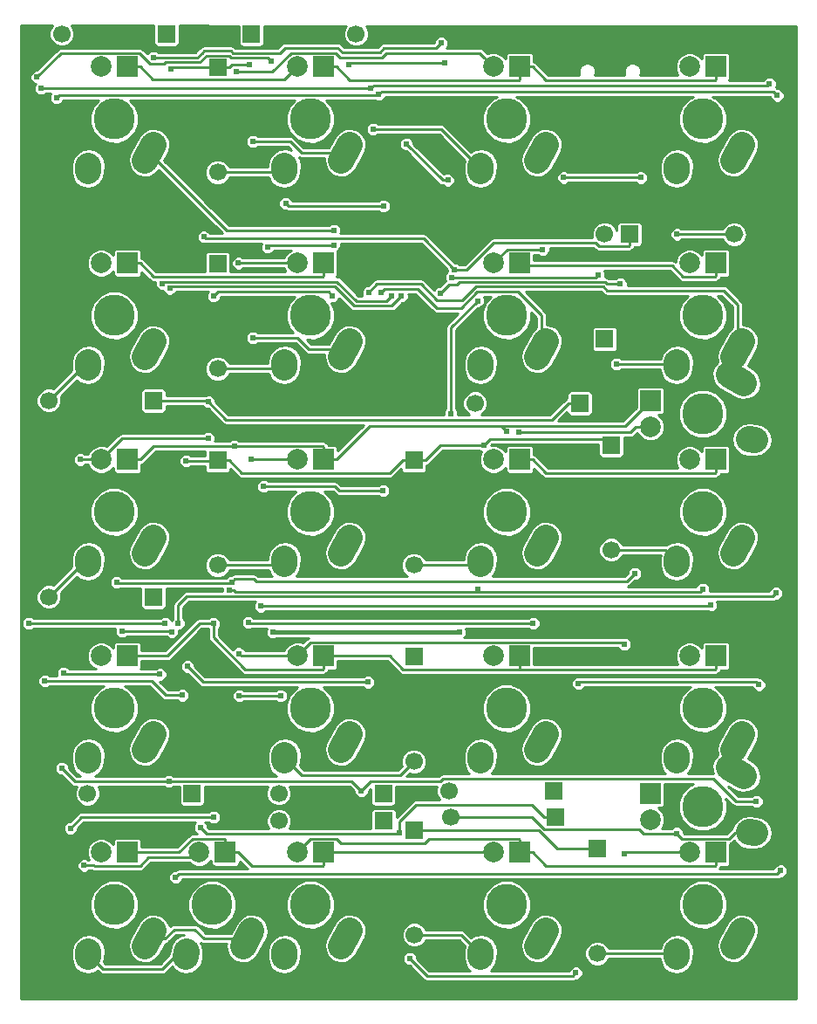
<source format=gtl>
G04 #@! TF.FileFunction,Copper,L1,Top,Signal*
%FSLAX46Y46*%
G04 Gerber Fmt 4.6, Leading zero omitted, Abs format (unit mm)*
G04 Created by KiCad (PCBNEW 4.0.2-stable) date Friday, July 29, 2016 'PMt' 11:21:31 PM*
%MOMM*%
G01*
G04 APERTURE LIST*
%ADD10C,0.150000*%
%ADD11C,0.300000*%
%ADD12C,1.699260*%
%ADD13R,1.699260X1.699260*%
%ADD14C,3.987810*%
%ADD15C,2.500000*%
%ADD16R,2.000000X2.000000*%
%ADD17C,2.000000*%
%ADD18C,0.609600*%
%ADD19C,0.254000*%
%ADD20C,0.381000*%
G04 APERTURE END LIST*
D10*
D11*
X44069000Y-57912000D03*
X53975000Y-54737000D03*
X51943000Y-59055000D03*
X57023000Y-59055000D03*
X61341000Y-58674000D03*
X43561000Y-111125000D03*
X70993000Y-113284000D03*
X71882000Y-36068000D03*
X75057000Y-20447000D03*
X86106000Y-24003000D03*
X73660000Y-27305000D03*
X81915000Y-28829000D03*
X84963000Y-36449000D03*
X83693000Y-26797000D03*
X76327000Y-32766000D03*
X97028000Y-73152000D03*
X91567000Y-61214000D03*
X95504000Y-89408000D03*
X99441000Y-85471000D03*
X102108000Y-89408000D03*
X101219000Y-70358000D03*
X45085000Y-45466000D03*
X44069000Y-51181000D03*
X42926000Y-91059000D03*
X45085000Y-97536000D03*
X49911000Y-95123000D03*
X57404000Y-95631000D03*
X65151000Y-90170000D03*
X75057000Y-76708000D03*
X73533000Y-63754000D03*
X74422000Y-50165000D03*
X83185000Y-41656000D03*
X89027000Y-43815000D03*
X101346000Y-52197000D03*
X99568000Y-27686000D03*
X102997000Y-21590000D03*
X104140000Y-48514000D03*
X104140000Y-67945000D03*
X85344000Y-77216000D03*
X85344000Y-87884000D03*
X104013000Y-83185000D03*
X104140000Y-98806000D03*
X88900000Y-105029000D03*
X102108000Y-112649000D03*
X70993000Y-103886000D03*
X69977000Y-85344000D03*
X61468000Y-85344000D03*
X61341000Y-95631000D03*
X70993000Y-109728000D03*
X62992000Y-109728000D03*
X61595000Y-113284000D03*
X43942000Y-113284000D03*
X43942000Y-104394000D03*
X31369000Y-110744000D03*
X32258000Y-90170000D03*
X29210000Y-86106000D03*
X34290000Y-79756000D03*
X29210000Y-58547000D03*
X35433000Y-57531000D03*
X29464000Y-39116000D03*
X36322000Y-39116000D03*
X33528000Y-31115000D03*
X29464000Y-31115000D03*
X43815000Y-39116000D03*
X47625000Y-20320000D03*
X30226000Y-20320000D03*
X34798000Y-20320000D03*
X58801000Y-20701000D03*
X63500000Y-20701000D03*
X44323000Y-28702000D03*
X48387000Y-36195000D03*
X52959000Y-28448000D03*
X52959000Y-37719000D03*
X59182000Y-37973000D03*
X67564000Y-38608000D03*
X62484000Y-38608000D03*
X60452000Y-47879000D03*
X59690000Y-65786000D03*
X59182000Y-56261000D03*
X69723000Y-56388000D03*
X69723000Y-65024000D03*
X81026000Y-65786000D03*
X81026000Y-61214000D03*
X81026000Y-54991000D03*
X66040000Y-27178000D03*
X60198000Y-27051000D03*
X57277000Y-32639000D03*
X67818000Y-34163000D03*
X63373000Y-34036000D03*
X45847000Y-86233000D03*
X42799000Y-86233000D03*
X45212000Y-72771000D03*
X42164000Y-76454000D03*
X42164000Y-79375000D03*
X42164000Y-81534000D03*
X52324000Y-72644000D03*
X51943000Y-70358000D03*
X56388000Y-72644000D03*
X54737000Y-76581000D03*
X52959000Y-79502000D03*
X89662000Y-29718000D03*
X88646000Y-35306000D03*
X49784000Y-87376000D03*
X46482000Y-78486000D03*
X43942000Y-69088000D03*
X78994000Y-45720000D03*
X73914000Y-40386000D03*
X70866000Y-40894000D03*
X67310000Y-45974000D03*
X61976000Y-45720000D03*
X67564000Y-40894000D03*
X62484000Y-40894000D03*
D12*
X70750000Y-96250000D03*
D13*
X80910000Y-96250000D03*
D14*
X38100000Y-104775000D03*
D15*
X41099547Y-108774954D02*
X41910453Y-107315046D01*
X35560276Y-109854328D02*
X35599724Y-109275672D01*
D16*
X39370000Y-99695000D03*
D17*
X36830000Y-99695000D03*
D14*
X57150000Y-104775000D03*
D15*
X60149547Y-108774954D02*
X60960453Y-107315046D01*
X54610276Y-109854328D02*
X54649724Y-109275672D01*
D16*
X58420000Y-99695000D03*
D17*
X55880000Y-99695000D03*
D14*
X95250000Y-104775000D03*
D15*
X98249547Y-108774954D02*
X99060453Y-107315046D01*
X92710276Y-109854328D02*
X92749724Y-109275672D01*
D16*
X96520000Y-99695000D03*
D17*
X93980000Y-99695000D03*
D14*
X95250000Y-85725000D03*
D15*
X98249547Y-89724954D02*
X99060453Y-88265046D01*
X92710276Y-90804328D02*
X92749724Y-90225672D01*
D16*
X96520000Y-80645000D03*
D17*
X93980000Y-80645000D03*
D14*
X95250000Y-66675000D03*
D15*
X98249547Y-70674954D02*
X99060453Y-69215046D01*
X92710276Y-71754328D02*
X92749724Y-71175672D01*
D16*
X96520000Y-61595000D03*
D17*
X93980000Y-61595000D03*
D14*
X95250000Y-47625000D03*
D15*
X98249547Y-51624954D02*
X99060453Y-50165046D01*
X92710276Y-52704328D02*
X92749724Y-52125672D01*
D16*
X96520000Y-42545000D03*
D17*
X93980000Y-42545000D03*
D14*
X38100000Y-28575000D03*
D15*
X41099547Y-32574954D02*
X41910453Y-31115046D01*
X35560276Y-33654328D02*
X35599724Y-33075672D01*
D16*
X39370000Y-23495000D03*
D17*
X36830000Y-23495000D03*
D12*
X33020000Y-20320000D03*
D13*
X43180000Y-20320000D03*
D14*
X57150000Y-28575000D03*
D15*
X60149547Y-32574954D02*
X60960453Y-31115046D01*
X54610276Y-33654328D02*
X54649724Y-33075672D01*
D16*
X58420000Y-23495000D03*
D17*
X55880000Y-23495000D03*
D12*
X48152540Y-33735520D03*
D13*
X48152540Y-23575520D03*
D14*
X76200000Y-28575000D03*
D15*
X79199547Y-32574954D02*
X80010453Y-31115046D01*
X73660276Y-33654328D02*
X73699724Y-33075672D01*
D16*
X77470000Y-23495000D03*
D17*
X74930000Y-23495000D03*
D12*
X61595000Y-20320000D03*
D13*
X51435000Y-20320000D03*
D14*
X95250000Y-28575000D03*
D15*
X98249547Y-32574954D02*
X99060453Y-31115046D01*
X92710276Y-33654328D02*
X92749724Y-33075672D01*
D16*
X96520000Y-23495000D03*
D17*
X93980000Y-23495000D03*
D12*
X98298000Y-39750000D03*
D13*
X88138000Y-39750000D03*
D14*
X38100000Y-47625000D03*
D15*
X41099547Y-51624954D02*
X41910453Y-50165046D01*
X35560276Y-52704328D02*
X35599724Y-52125672D01*
D16*
X39370000Y-42545000D03*
D17*
X36830000Y-42545000D03*
D12*
X31750000Y-55880000D03*
D13*
X41910000Y-55880000D03*
D14*
X57150000Y-47625000D03*
D15*
X60149547Y-51624954D02*
X60960453Y-50165046D01*
X54610276Y-52704328D02*
X54649724Y-52125672D01*
D16*
X58420000Y-42545000D03*
D17*
X55880000Y-42545000D03*
D12*
X48152540Y-52785520D03*
D13*
X48152540Y-42625520D03*
D14*
X76200000Y-47625000D03*
D15*
X79199547Y-51624954D02*
X80010453Y-50165046D01*
X73660276Y-52704328D02*
X73699724Y-52125672D01*
D16*
X77470000Y-42545000D03*
D17*
X74930000Y-42545000D03*
D12*
X73152000Y-56134000D03*
D13*
X83312000Y-56134000D03*
D14*
X95250000Y-57150000D03*
D15*
X99249954Y-54150453D02*
X97790046Y-53339547D01*
X100329328Y-59689724D02*
X99750672Y-59650276D01*
D16*
X90170000Y-55880000D03*
D17*
X90170000Y-58420000D03*
D12*
X85725000Y-39750000D03*
D13*
X85725000Y-49910000D03*
D14*
X38100000Y-66675000D03*
D15*
X41099547Y-70674954D02*
X41910453Y-69215046D01*
X35560276Y-71754328D02*
X35599724Y-71175672D01*
D16*
X39370000Y-61595000D03*
D17*
X36830000Y-61595000D03*
D12*
X31750000Y-74930000D03*
D13*
X41910000Y-74930000D03*
D14*
X57150000Y-66675000D03*
D15*
X60149547Y-70674954D02*
X60960453Y-69215046D01*
X54610276Y-71754328D02*
X54649724Y-71175672D01*
D16*
X58420000Y-61595000D03*
D17*
X55880000Y-61595000D03*
D12*
X48152540Y-71835520D03*
D13*
X48152540Y-61675520D03*
D14*
X76200000Y-66675000D03*
D15*
X79199547Y-70674954D02*
X80010453Y-69215046D01*
X73660276Y-71754328D02*
X73699724Y-71175672D01*
D16*
X77470000Y-61595000D03*
D17*
X74930000Y-61595000D03*
D12*
X67202540Y-71835520D03*
D13*
X67202540Y-61675520D03*
D14*
X38100000Y-85725000D03*
D15*
X41099547Y-89724954D02*
X41910453Y-88265046D01*
X35560276Y-90804328D02*
X35599724Y-90225672D01*
D16*
X39370000Y-80645000D03*
D17*
X36830000Y-80645000D03*
D12*
X86360000Y-70358000D03*
D13*
X86360000Y-60198000D03*
D14*
X57150000Y-85725000D03*
D15*
X60149547Y-89724954D02*
X60960453Y-88265046D01*
X54610276Y-90804328D02*
X54649724Y-90225672D01*
D16*
X58420000Y-80645000D03*
D17*
X55880000Y-80645000D03*
D12*
X35496500Y-94000000D03*
D13*
X45656500Y-94000000D03*
D14*
X76200000Y-85725000D03*
D15*
X79199547Y-89724954D02*
X80010453Y-88265046D01*
X73660276Y-90804328D02*
X73699724Y-90225672D01*
D16*
X77470000Y-80645000D03*
D17*
X74930000Y-80645000D03*
D12*
X67202540Y-90885520D03*
D13*
X67202540Y-80725520D03*
D12*
X70612000Y-93726000D03*
D13*
X80772000Y-93726000D03*
D14*
X47625000Y-104775000D03*
D15*
X50624547Y-108774954D02*
X51435453Y-107315046D01*
X45085276Y-109854328D02*
X45124724Y-109275672D01*
D16*
X48895000Y-99695000D03*
D17*
X46355000Y-99695000D03*
D14*
X76200000Y-104775000D03*
D15*
X79199547Y-108774954D02*
X80010453Y-107315046D01*
X73660276Y-109854328D02*
X73699724Y-109275672D01*
D16*
X77470000Y-99695000D03*
D17*
X74930000Y-99695000D03*
D12*
X54089480Y-93980000D03*
D13*
X64249480Y-93980000D03*
D14*
X95250000Y-95250000D03*
D15*
X99249954Y-92250453D02*
X97790046Y-91439547D01*
X100329328Y-97789724D02*
X99750672Y-97750276D01*
D16*
X90170000Y-93980000D03*
D17*
X90170000Y-96520000D03*
D12*
X54102000Y-96647000D03*
D13*
X64262000Y-96647000D03*
D12*
X67250000Y-107696000D03*
D13*
X67250000Y-97536000D03*
D12*
X85002540Y-109500000D03*
D13*
X85002540Y-99340000D03*
D11*
X86106000Y-21082000D03*
D18*
X51250000Y-23262186D03*
X43628730Y-23672821D03*
X46800000Y-40000000D03*
X71146273Y-43192595D03*
X63245034Y-29549861D03*
X92750000Y-39750000D03*
X85090000Y-43688000D03*
X47250000Y-56000000D03*
X70866000Y-43942000D03*
X45085000Y-61722000D03*
X74000000Y-60198000D03*
X70800000Y-57112725D03*
X46482000Y-97282000D03*
X73400000Y-46200000D03*
X65800000Y-97800000D03*
X64200000Y-64600000D03*
X52600000Y-64200000D03*
X53000000Y-41000000D03*
X59400000Y-40800000D03*
X62800000Y-45400000D03*
X59436000Y-39370000D03*
X51562000Y-49784000D03*
X51562000Y-30734000D03*
X64000000Y-45400000D03*
X51435000Y-61595000D03*
X47750000Y-77500000D03*
X73406000Y-74168000D03*
X95250000Y-74168000D03*
X49250000Y-74227241D03*
X76215208Y-58862872D03*
X50000000Y-24000000D03*
X49750000Y-60277499D03*
X88646000Y-72644000D03*
X49509978Y-73470544D03*
X38328381Y-73500000D03*
X87630000Y-99822000D03*
X87630000Y-79502000D03*
X50200000Y-80400000D03*
X50165000Y-42545000D03*
X34798000Y-61595000D03*
X35179000Y-100965000D03*
X47236097Y-59541665D03*
X51136598Y-77384183D03*
X78787501Y-77470000D03*
X77411582Y-58965080D03*
X79712727Y-41211109D03*
X96037761Y-75692000D03*
X52324000Y-75819000D03*
X71615265Y-78324721D03*
X53495879Y-78324721D03*
X59311734Y-45698463D03*
X47750000Y-45750000D03*
X66500000Y-31000000D03*
X70500000Y-34500000D03*
X87250000Y-44564301D03*
X89250000Y-34250000D03*
X81750000Y-34250000D03*
X69750000Y-45500000D03*
X42750000Y-44500000D03*
X65000000Y-45750000D03*
X43500000Y-45000000D03*
X66000000Y-45750000D03*
X50250000Y-84500000D03*
X54250000Y-84500000D03*
X54750000Y-36750000D03*
X64250000Y-37000000D03*
X44323000Y-77470000D03*
X102362000Y-74549000D03*
X60856842Y-23325869D03*
X53317795Y-22944675D03*
X70231000Y-23114000D03*
X30607000Y-24511000D03*
X29810756Y-77470000D03*
X43053000Y-77470000D03*
X43404299Y-92797366D03*
X100457000Y-94742000D03*
X33012705Y-91535990D03*
X102489000Y-26289000D03*
X62103000Y-93726000D03*
X32500000Y-26500000D03*
X63800000Y-26200000D03*
X82931000Y-111379000D03*
X83185000Y-83312000D03*
X100711000Y-83439000D03*
X66802000Y-109982000D03*
X33169926Y-82280606D03*
X101727000Y-25146000D03*
X42545000Y-82423000D03*
X31000000Y-25600000D03*
X63000000Y-25600000D03*
X33845500Y-97345500D03*
X47752000Y-96266000D03*
X102807148Y-101471324D03*
X44069000Y-102108000D03*
X43700690Y-78278928D03*
X69850000Y-21209000D03*
X41910000Y-22606000D03*
X38862000Y-78232000D03*
X45212000Y-81661000D03*
X62738000Y-83185000D03*
X31369000Y-83058000D03*
X44704000Y-84455000D03*
X86868000Y-52324000D03*
X92710000Y-97837501D03*
D19*
X49256170Y-23575520D02*
X49569504Y-23262186D01*
X49569504Y-23262186D02*
X51250000Y-23262186D01*
X48152540Y-23575520D02*
X49256170Y-23575520D01*
X48152540Y-23575520D02*
X43726031Y-23575520D01*
X43726031Y-23575520D02*
X43628730Y-23672821D01*
X74936290Y-40588808D02*
X84836453Y-40588808D01*
X84836453Y-40588808D02*
X85164776Y-40917131D01*
X85164776Y-40917131D02*
X88074499Y-40917131D01*
X88074499Y-40917131D02*
X88138000Y-40853630D01*
X88138000Y-40853630D02*
X88138000Y-39750000D01*
X71146273Y-43192595D02*
X72332503Y-43192595D01*
X72332503Y-43192595D02*
X74936290Y-40588808D01*
X71146273Y-43192595D02*
X68131377Y-40177699D01*
X68131377Y-40177699D02*
X46977699Y-40177699D01*
X46977699Y-40177699D02*
X46800000Y-40000000D01*
X48152540Y-33735520D02*
X54259480Y-33735520D01*
X54259480Y-33735520D02*
X54630000Y-33365000D01*
X69864861Y-29549861D02*
X63676086Y-29549861D01*
X63676086Y-29549861D02*
X63245034Y-29549861D01*
X73680000Y-33365000D02*
X69864861Y-29549861D01*
X73680000Y-32405000D02*
X73680000Y-33365000D01*
X99060000Y-39750000D02*
X92750000Y-39750000D01*
X31750000Y-55880000D02*
X35215000Y-52415000D01*
X35215000Y-52415000D02*
X35580000Y-52415000D01*
X80607335Y-57735035D02*
X82208370Y-56134000D01*
X47250000Y-56000000D02*
X48985035Y-57735035D01*
X48985035Y-57735035D02*
X80607335Y-57735035D01*
X82208370Y-56134000D02*
X83312000Y-56134000D01*
X70866000Y-43942000D02*
X84836000Y-43942000D01*
X85090000Y-43688000D02*
X84836000Y-43942000D01*
X41910000Y-55880000D02*
X47130000Y-55880000D01*
X47130000Y-55880000D02*
X47250000Y-56000000D01*
X48152540Y-52785520D02*
X54259480Y-52785520D01*
X54259480Y-52785520D02*
X54630000Y-52415000D01*
X31750000Y-74930000D02*
X35215000Y-71465000D01*
X35215000Y-71465000D02*
X35580000Y-71465000D01*
X74000000Y-60198000D02*
X74573653Y-59624347D01*
X74573653Y-59624347D02*
X85786347Y-59624347D01*
X85786347Y-59624347D02*
X86360000Y-60198000D01*
X45085000Y-61722000D02*
X48106060Y-61722000D01*
X48106060Y-61722000D02*
X48152540Y-61675520D01*
X69783690Y-60198000D02*
X74000000Y-60198000D01*
X67202540Y-61675520D02*
X68306170Y-61675520D01*
X68306170Y-61675520D02*
X69783690Y-60198000D01*
X48152540Y-61675520D02*
X49256170Y-61675520D01*
X49256170Y-61675520D02*
X50493151Y-62912501D01*
X50493151Y-62912501D02*
X64861929Y-62912501D01*
X64861929Y-62912501D02*
X66098910Y-61675520D01*
X66098910Y-61675520D02*
X67202540Y-61675520D01*
X48152540Y-71835520D02*
X54259480Y-71835520D01*
X54259480Y-71835520D02*
X54630000Y-71465000D01*
X67202540Y-71835520D02*
X73309480Y-71835520D01*
X73309480Y-71835520D02*
X73680000Y-71465000D01*
X86360000Y-70358000D02*
X91623000Y-70358000D01*
X91623000Y-70358000D02*
X92730000Y-71465000D01*
X70800000Y-48800000D02*
X70800000Y-57112725D01*
X73400000Y-46200000D02*
X70800000Y-48800000D01*
X65800000Y-97800000D02*
X65800000Y-96715238D01*
X67432369Y-95082869D02*
X78639239Y-95082869D01*
X65800000Y-96715238D02*
X67432369Y-95082869D01*
X78639239Y-95082869D02*
X79806370Y-96250000D01*
X79806370Y-96250000D02*
X80910000Y-96250000D01*
X65709156Y-97890844D02*
X47090844Y-97890844D01*
X46482000Y-97282000D02*
X47090844Y-97890844D01*
X65800000Y-97800000D02*
X65709156Y-97890844D01*
X54630000Y-90515000D02*
X56333593Y-92218593D01*
X56333593Y-92218593D02*
X65869467Y-92218593D01*
X65869467Y-92218593D02*
X67202540Y-90885520D01*
X45105000Y-109565000D02*
X44224270Y-109565000D01*
X44224270Y-109565000D02*
X42789270Y-111000000D01*
X42789270Y-111000000D02*
X37015000Y-111000000D01*
X37015000Y-111000000D02*
X35580000Y-109565000D01*
X79296605Y-97536000D02*
X67250000Y-97536000D01*
X81100605Y-99340000D02*
X79296605Y-97536000D01*
X85002540Y-99340000D02*
X81100605Y-99340000D01*
X52600000Y-64200000D02*
X59536494Y-64200000D01*
X59536494Y-64200000D02*
X59936494Y-64600000D01*
X59936494Y-64600000D02*
X64200000Y-64600000D01*
X59400000Y-40800000D02*
X53200000Y-40800000D01*
X53200000Y-40800000D02*
X53000000Y-41000000D01*
X67250000Y-107696000D02*
X71811000Y-107696000D01*
X71811000Y-107696000D02*
X73680000Y-109565000D01*
X73615000Y-109500000D02*
X73680000Y-109565000D01*
X73710800Y-109595800D02*
X73680000Y-109565000D01*
X85002540Y-109500000D02*
X92665000Y-109500000D01*
X92665000Y-109500000D02*
X92730000Y-109565000D01*
X85944963Y-45186602D02*
X97282000Y-45186602D01*
X98655000Y-50895000D02*
X98655000Y-46559602D01*
X98655000Y-46559602D02*
X97282000Y-45186602D01*
X98655000Y-89289000D02*
X98655000Y-88995000D01*
X62800000Y-45400000D02*
X63620508Y-44579492D01*
X63620508Y-44579492D02*
X67908486Y-44579492D01*
X67908486Y-44579492D02*
X69451295Y-46122301D01*
X69451295Y-46122301D02*
X71928061Y-46122301D01*
X71928061Y-46122301D02*
X73219342Y-44831020D01*
X73219342Y-44831020D02*
X85589381Y-44831020D01*
X85589381Y-44831020D02*
X85944963Y-45186602D01*
X51030000Y-108045000D02*
X46822347Y-108045000D01*
X46822347Y-108045000D02*
X45928419Y-107151072D01*
X45928419Y-107151072D02*
X43928813Y-107151072D01*
X43928813Y-107151072D02*
X43034885Y-108045000D01*
X43034885Y-108045000D02*
X41505000Y-108045000D01*
X59436000Y-39370000D02*
X49030000Y-39370000D01*
X49030000Y-39370000D02*
X41505000Y-31845000D01*
X60555000Y-31845000D02*
X56295516Y-31845000D01*
X56295516Y-31845000D02*
X55184516Y-30734000D01*
X55184516Y-30734000D02*
X51562000Y-30734000D01*
X51562000Y-49784000D02*
X55888118Y-49784000D01*
X55888118Y-49784000D02*
X56999118Y-50895000D01*
X56999118Y-50895000D02*
X60555000Y-50895000D01*
X64000000Y-45400000D02*
X64375998Y-45024002D01*
X64375998Y-45024002D02*
X67548140Y-45024002D01*
X79605000Y-47609118D02*
X79605000Y-50895000D01*
X67548140Y-45024002D02*
X69411876Y-46887738D01*
X69411876Y-46887738D02*
X71791256Y-46887738D01*
X71791256Y-46887738D02*
X73365400Y-45313594D01*
X73365400Y-45313594D02*
X77309476Y-45313594D01*
X77309476Y-45313594D02*
X79605000Y-47609118D01*
X77470000Y-61595000D02*
X78724000Y-61595000D01*
X78724000Y-61595000D02*
X80041501Y-62912501D01*
X80041501Y-62912501D02*
X96456499Y-62912501D01*
X96456499Y-62912501D02*
X96520000Y-62849000D01*
X96520000Y-62849000D02*
X96520000Y-61595000D01*
X96520000Y-61025115D02*
X96520000Y-61595000D01*
X58420000Y-80645000D02*
X58420000Y-81899000D01*
X58420000Y-81899000D02*
X58356499Y-81962501D01*
X47750000Y-78871006D02*
X47750000Y-77500000D01*
X58356499Y-81962501D02*
X50841495Y-81962501D01*
X50841495Y-81962501D02*
X47750000Y-78871006D01*
X47750000Y-77500000D02*
X46378013Y-77500000D01*
X46378013Y-77500000D02*
X43233013Y-80645000D01*
X43233013Y-80645000D02*
X39370000Y-80645000D01*
X51435000Y-61595000D02*
X55880000Y-61595000D01*
X77533501Y-81962501D02*
X96456499Y-81962501D01*
X77470000Y-80645000D02*
X77470000Y-81899000D01*
X77470000Y-81899000D02*
X77533501Y-81962501D01*
X96456499Y-81962501D02*
X96520000Y-81899000D01*
X96520000Y-81899000D02*
X96520000Y-80645000D01*
X58420000Y-80645000D02*
X64851258Y-80645000D01*
X64851258Y-80645000D02*
X66168759Y-81962501D01*
X66168759Y-81962501D02*
X77406499Y-81962501D01*
X77406499Y-81962501D02*
X77470000Y-81899000D01*
X39370000Y-23495000D02*
X40624000Y-23495000D01*
X41871651Y-24742651D02*
X54632349Y-24742651D01*
X40624000Y-23495000D02*
X41871651Y-24742651D01*
X54632349Y-24742651D02*
X55880000Y-23495000D01*
X49858851Y-74405040D02*
X73152000Y-74405040D01*
X73152000Y-74405040D02*
X95012960Y-74405040D01*
X73406000Y-74168000D02*
X73389040Y-74168000D01*
X73389040Y-74168000D02*
X73152000Y-74405040D01*
X58420000Y-99695000D02*
X74930000Y-99695000D01*
X95012960Y-74405040D02*
X95250000Y-74168000D01*
X49250000Y-74227241D02*
X49681052Y-74227241D01*
X49681052Y-74227241D02*
X49858851Y-74405040D01*
X48895000Y-99695000D02*
X50149000Y-99695000D01*
X50149000Y-99695000D02*
X51466501Y-101012501D01*
X51466501Y-101012501D02*
X58356499Y-101012501D01*
X58356499Y-101012501D02*
X58420000Y-100949000D01*
X58420000Y-100949000D02*
X58420000Y-99695000D01*
X39370000Y-99695000D02*
X44405098Y-99695000D01*
X48895000Y-98441000D02*
X48895000Y-99695000D01*
X44405098Y-99695000D02*
X45722599Y-98377499D01*
X48831499Y-98377499D02*
X48895000Y-98441000D01*
X45722599Y-98377499D02*
X48831499Y-98377499D01*
X75910409Y-58558073D02*
X76215208Y-58862872D01*
X75695115Y-58342779D02*
X75910409Y-58558073D01*
X75184000Y-58342779D02*
X75695115Y-58342779D01*
X59632074Y-22177499D02*
X60045483Y-22590908D01*
X73930001Y-22495001D02*
X74930000Y-23495000D01*
X73612499Y-22177499D02*
X73930001Y-22495001D01*
X64516000Y-22177499D02*
X73612499Y-22177499D01*
X55295003Y-22177499D02*
X59632074Y-22177499D01*
X64102591Y-22590908D02*
X64516000Y-22177499D01*
X53472502Y-24000000D02*
X55295003Y-22177499D01*
X50000000Y-24000000D02*
X53472502Y-24000000D01*
X60045483Y-22590908D02*
X64102591Y-22590908D01*
X62926221Y-58342779D02*
X75184000Y-58342779D01*
X75184000Y-58342779D02*
X87707221Y-58342779D01*
X58420000Y-61595000D02*
X59674000Y-61595000D01*
X59674000Y-61595000D02*
X62926221Y-58342779D01*
X87707221Y-58342779D02*
X90170000Y-55880000D01*
X77470000Y-99695000D02*
X77470000Y-98441000D01*
X57197501Y-98377499D02*
X55880000Y-99695000D01*
X77470000Y-98441000D02*
X77406499Y-98377499D01*
X68250762Y-98806000D02*
X60102502Y-98806000D01*
X77406499Y-98377499D02*
X68679263Y-98377499D01*
X68679263Y-98377499D02*
X68250762Y-98806000D01*
X60102502Y-98806000D02*
X59674001Y-98377499D01*
X59674001Y-98377499D02*
X57197501Y-98377499D01*
X77470000Y-99695000D02*
X78724000Y-99695000D01*
X96520000Y-100949000D02*
X96520000Y-99695000D01*
X78724000Y-99695000D02*
X80041501Y-101012501D01*
X80041501Y-101012501D02*
X96456499Y-101012501D01*
X96456499Y-101012501D02*
X96520000Y-100949000D01*
X41941501Y-60277499D02*
X49750000Y-60277499D01*
X49750000Y-60277499D02*
X58356499Y-60277499D01*
X39370000Y-61595000D02*
X40624000Y-61595000D01*
X40624000Y-61595000D02*
X41941501Y-60277499D01*
X58356499Y-60277499D02*
X58420000Y-60341000D01*
X58420000Y-60341000D02*
X58420000Y-61595000D01*
X49509978Y-73470544D02*
X49820093Y-73160429D01*
X49820093Y-73160429D02*
X51637383Y-73160429D01*
X51637383Y-73160429D02*
X51882954Y-73406000D01*
X51882954Y-73406000D02*
X87884000Y-73406000D01*
X87884000Y-73406000D02*
X88646000Y-72644000D01*
X38328381Y-73500000D02*
X38417404Y-73589023D01*
X38417404Y-73589023D02*
X49391499Y-73589023D01*
X49391499Y-73589023D02*
X49509978Y-73470544D01*
X93980000Y-99695000D02*
X87757000Y-99695000D01*
X87757000Y-99695000D02*
X87630000Y-99822000D01*
X55880000Y-80645000D02*
X57197501Y-79327499D01*
X57197501Y-79327499D02*
X87455499Y-79327499D01*
X87455499Y-79327499D02*
X87630000Y-79502000D01*
X55880000Y-80645000D02*
X50445000Y-80645000D01*
X50445000Y-80645000D02*
X50200000Y-80400000D01*
X50165000Y-42545000D02*
X55880000Y-42545000D01*
X55753000Y-42418000D02*
X55880000Y-42545000D01*
X35179000Y-100965000D02*
X36150098Y-100965000D01*
X36150098Y-100965000D02*
X36197599Y-101012501D01*
X41433502Y-100203000D02*
X45847000Y-100203000D01*
X36197599Y-101012501D02*
X40624001Y-101012501D01*
X40624001Y-101012501D02*
X41433502Y-100203000D01*
X45847000Y-100203000D02*
X46355000Y-99695000D01*
X46355000Y-99695000D02*
X45861308Y-99695000D01*
X34798000Y-61595000D02*
X36830000Y-61595000D01*
X77470000Y-42545000D02*
X77720125Y-42795125D01*
X77720125Y-42795125D02*
X92280223Y-42795125D01*
X92280223Y-42795125D02*
X93347599Y-43862501D01*
X93347599Y-43862501D02*
X96456499Y-43862501D01*
X96456499Y-43862501D02*
X96520000Y-43799000D01*
X96520000Y-43799000D02*
X96520000Y-42545000D01*
X77470000Y-23495000D02*
X78724000Y-23495000D01*
X78724000Y-23495000D02*
X80041501Y-24812501D01*
X96456499Y-24812501D02*
X96520000Y-24749000D01*
X80041501Y-24812501D02*
X96456499Y-24812501D01*
X96520000Y-24749000D02*
X96520000Y-23495000D01*
X58420000Y-23495000D02*
X59674000Y-23495000D01*
X77406499Y-24812501D02*
X77470000Y-24749000D01*
X59674000Y-23495000D02*
X60991501Y-24812501D01*
X60991501Y-24812501D02*
X77406499Y-24812501D01*
X77470000Y-24749000D02*
X77470000Y-23495000D01*
X38883335Y-59541665D02*
X47236097Y-59541665D01*
X36830000Y-61595000D02*
X38883335Y-59541665D01*
X58420000Y-42545000D02*
X58420000Y-43799000D01*
X58420000Y-43799000D02*
X58356499Y-43862501D01*
X58356499Y-43862501D02*
X41941501Y-43862501D01*
X41941501Y-43862501D02*
X40624000Y-42545000D01*
X40624000Y-42545000D02*
X39370000Y-42545000D01*
X51222415Y-77470000D02*
X51136598Y-77384183D01*
X78787501Y-77470000D02*
X51222415Y-77470000D01*
X90170000Y-58420000D02*
X88755787Y-58420000D01*
X88755787Y-58420000D02*
X88210707Y-58965080D01*
X88210707Y-58965080D02*
X77411582Y-58965080D01*
X76263891Y-41211109D02*
X79712727Y-41211109D01*
X74930000Y-42545000D02*
X76263891Y-41211109D01*
X52324000Y-75819000D02*
X95910761Y-75819000D01*
X95910761Y-75819000D02*
X96037761Y-75692000D01*
D20*
X53495879Y-78324721D02*
X71615265Y-78324721D01*
D19*
X58926865Y-45313594D02*
X59311734Y-45698463D01*
X48186406Y-45313594D02*
X58926865Y-45313594D01*
X47750000Y-45750000D02*
X48186406Y-45313594D01*
X70500000Y-34500000D02*
X70000000Y-34500000D01*
X70000000Y-34500000D02*
X66500000Y-31000000D01*
X71613490Y-44386510D02*
X85773503Y-44386510D01*
X85773503Y-44386510D02*
X85951294Y-44564301D01*
X85951294Y-44564301D02*
X87250000Y-44564301D01*
X71357727Y-44642273D02*
X71613490Y-44386510D01*
X70607727Y-44642273D02*
X71357727Y-44642273D01*
X69750000Y-45500000D02*
X70607727Y-44642273D01*
X81750000Y-34250000D02*
X89250000Y-34250000D01*
X42750000Y-44500000D02*
X42915465Y-44334535D01*
X42915465Y-44334535D02*
X59720075Y-44334535D01*
X59720075Y-44334535D02*
X61612751Y-46227211D01*
X61612751Y-46227211D02*
X64522789Y-46227211D01*
X64522789Y-46227211D02*
X65000000Y-45750000D01*
X66000000Y-45750000D02*
X65070865Y-46679135D01*
X65070865Y-46679135D02*
X61386790Y-46679135D01*
X61386790Y-46679135D02*
X59506787Y-44799132D01*
X59506787Y-44799132D02*
X43700868Y-44799132D01*
X43700868Y-44799132D02*
X43500000Y-45000000D01*
X54250000Y-84500000D02*
X50250000Y-84500000D01*
X64250000Y-37000000D02*
X55000000Y-37000000D01*
X55000000Y-37000000D02*
X54750000Y-36750000D01*
X44323000Y-75700252D02*
X45173701Y-74849551D01*
X102061449Y-74849551D02*
X102362000Y-74549000D01*
X44323000Y-77470000D02*
X44323000Y-75700252D01*
X45173701Y-74849551D02*
X102061449Y-74849551D01*
X61068711Y-23114000D02*
X60856842Y-23325869D01*
X70231000Y-23114000D02*
X61068711Y-23114000D01*
X49487658Y-22639876D02*
X53012996Y-22639876D01*
X43072350Y-23050511D02*
X46406787Y-23050511D01*
X49256171Y-22408389D02*
X49487658Y-22639876D01*
X41611295Y-23228301D02*
X42894560Y-23228301D01*
X42894560Y-23228301D02*
X43072350Y-23050511D01*
X40560493Y-22177499D02*
X41611295Y-23228301D01*
X47048909Y-22408389D02*
X49256171Y-22408389D01*
X30607000Y-24511000D02*
X32940501Y-22177499D01*
X32940501Y-22177499D02*
X40560493Y-22177499D01*
X46406787Y-23050511D02*
X47048909Y-22408389D01*
X53012996Y-22639876D02*
X53317795Y-22944675D01*
X43053000Y-77470000D02*
X29810756Y-77470000D01*
X34274081Y-92797366D02*
X43404299Y-92797366D01*
X33012705Y-91535990D02*
X34274081Y-92797366D01*
X61174366Y-92797366D02*
X43404299Y-92797366D01*
X62103000Y-93726000D02*
X61174366Y-92797366D01*
X62103000Y-93726000D02*
X63016131Y-92812869D01*
X63016131Y-92812869D02*
X69797776Y-92812869D01*
X70051776Y-92558869D02*
X96308825Y-92558869D01*
X69797776Y-92812869D02*
X70051776Y-92558869D01*
X96308825Y-92558869D02*
X98491956Y-94742000D01*
X98491956Y-94742000D02*
X100457000Y-94742000D01*
X63800000Y-26200000D02*
X64104799Y-25895201D01*
X64104799Y-25895201D02*
X102095201Y-25895201D01*
X102095201Y-25895201D02*
X102489000Y-26289000D01*
X43873581Y-26222301D02*
X32777699Y-26222301D01*
X32777699Y-26222301D02*
X32500000Y-26500000D01*
X43873581Y-26222301D02*
X54016383Y-26238684D01*
X54016383Y-26238684D02*
X63777699Y-26222301D01*
X63777699Y-26222301D02*
X63800000Y-26200000D01*
X82931000Y-111379000D02*
X82662581Y-111647419D01*
X82662581Y-111647419D02*
X68467419Y-111647419D01*
X68467419Y-111647419D02*
X66802000Y-109982000D01*
X100711000Y-83439000D02*
X100406201Y-83134201D01*
X100406201Y-83134201D02*
X83362799Y-83134201D01*
X83362799Y-83134201D02*
X83185000Y-83312000D01*
X33312320Y-82423000D02*
X33169926Y-82280606D01*
X42545000Y-82423000D02*
X33312320Y-82423000D01*
X63000000Y-25600000D02*
X63304799Y-25295201D01*
X63304799Y-25295201D02*
X101577799Y-25295201D01*
X101577799Y-25295201D02*
X101727000Y-25146000D01*
X63000000Y-25600000D02*
X31000000Y-25600000D01*
X47752000Y-96266000D02*
X34925000Y-96266000D01*
X34925000Y-96266000D02*
X33845500Y-97345500D01*
X44069000Y-102108000D02*
X44385880Y-101791120D01*
X44385880Y-101791120D02*
X102487352Y-101791120D01*
X102487352Y-101791120D02*
X102807148Y-101471324D01*
X60172323Y-22089115D02*
X60172323Y-22031190D01*
X60172323Y-22031190D02*
X59813867Y-21672734D01*
X69386266Y-21672734D02*
X64306266Y-21672734D01*
X59813867Y-21672734D02*
X54672577Y-21672734D01*
X46181246Y-22606000D02*
X41910000Y-22606000D01*
X63889885Y-22089115D02*
X60172323Y-22089115D01*
X54187620Y-22157691D02*
X49634106Y-22157691D01*
X49634106Y-22157691D02*
X49440293Y-21963878D01*
X69850000Y-21209000D02*
X69386266Y-21672734D01*
X64306266Y-21672734D02*
X63889885Y-22089115D01*
X54672577Y-21672734D02*
X54187620Y-22157691D01*
X49440293Y-21963878D02*
X46864787Y-21963878D01*
X46864787Y-21963878D02*
X46670974Y-22157691D01*
X46670974Y-22157691D02*
X46629555Y-22157691D01*
X46629555Y-22157691D02*
X46181246Y-22606000D01*
X38862000Y-78232000D02*
X43653762Y-78232000D01*
X43653762Y-78232000D02*
X43700690Y-78278928D01*
X62738000Y-83185000D02*
X46736000Y-83185000D01*
X46736000Y-83185000D02*
X45212000Y-81661000D01*
X41722546Y-83058000D02*
X31369000Y-83058000D01*
X44704000Y-84455000D02*
X43119546Y-84455000D01*
X43119546Y-84455000D02*
X41722546Y-83058000D01*
X86868000Y-52324000D02*
X92639000Y-52324000D01*
X92639000Y-52324000D02*
X92730000Y-52415000D01*
X97774001Y-98377499D02*
X98381500Y-97770000D01*
X98381500Y-97770000D02*
X100040000Y-97770000D01*
X93249998Y-98377499D02*
X97774001Y-98377499D01*
X92710000Y-97837501D02*
X93249998Y-98377499D01*
X89537599Y-97837501D02*
X92710000Y-97837501D01*
X70750000Y-96250000D02*
X78639238Y-96250000D01*
X78639238Y-96250000D02*
X79806369Y-97417131D01*
X79806369Y-97417131D02*
X89117229Y-97417131D01*
X89117229Y-97417131D02*
X89537599Y-97837501D01*
X98965767Y-97837501D02*
X99033268Y-97770000D01*
X99033268Y-97770000D02*
X100040000Y-97770000D01*
G36*
X32091216Y-19508307D02*
X31977331Y-19621994D01*
X31789585Y-20074139D01*
X31789157Y-20563713D01*
X31976115Y-21016185D01*
X32321994Y-21362669D01*
X32774139Y-21550415D01*
X33263713Y-21550843D01*
X33716185Y-21363885D01*
X34062669Y-21018006D01*
X34250415Y-20565861D01*
X34250843Y-20076287D01*
X34063885Y-19623815D01*
X33949797Y-19509527D01*
X41941906Y-19514771D01*
X41941906Y-21169630D01*
X41968473Y-21310820D01*
X42051916Y-21440495D01*
X42179236Y-21527489D01*
X42330370Y-21558094D01*
X44029630Y-21558094D01*
X44170820Y-21531527D01*
X44300495Y-21448084D01*
X44387489Y-21320764D01*
X44418094Y-21169630D01*
X44418094Y-19516396D01*
X50196906Y-19520188D01*
X50196906Y-21169630D01*
X50223473Y-21310820D01*
X50306916Y-21440495D01*
X50434236Y-21527489D01*
X50585370Y-21558094D01*
X52284630Y-21558094D01*
X52425820Y-21531527D01*
X52555495Y-21448084D01*
X52642489Y-21320764D01*
X52673094Y-21169630D01*
X52673094Y-19521813D01*
X60647446Y-19527045D01*
X60552331Y-19621994D01*
X60364585Y-20074139D01*
X60364157Y-20563713D01*
X60551115Y-21016185D01*
X60896994Y-21362669D01*
X61349139Y-21550415D01*
X61838713Y-21550843D01*
X62291185Y-21363885D01*
X62637669Y-21018006D01*
X62825415Y-20565861D01*
X62825843Y-20076287D01*
X62638885Y-19623815D01*
X62543526Y-19528289D01*
X104319000Y-19555701D01*
X104319000Y-113844000D01*
X29031000Y-113844000D01*
X29031000Y-109780944D01*
X33930493Y-109780944D01*
X34011905Y-110412100D01*
X34328655Y-110964056D01*
X34832516Y-111352783D01*
X35446784Y-111519099D01*
X36077940Y-111437687D01*
X36494955Y-111198376D01*
X36655789Y-111359210D01*
X36765910Y-111432790D01*
X36820597Y-111469331D01*
X37015000Y-111508000D01*
X42789270Y-111508000D01*
X42983673Y-111469331D01*
X43148480Y-111359210D01*
X43740614Y-110767076D01*
X43853655Y-110964056D01*
X44357516Y-111352783D01*
X44971784Y-111519099D01*
X45602940Y-111437687D01*
X46154896Y-111120937D01*
X46543623Y-110617076D01*
X46709939Y-110002808D01*
X46754507Y-109349056D01*
X46673094Y-108717901D01*
X46511698Y-108436658D01*
X46627943Y-108514331D01*
X46822347Y-108553000D01*
X49005821Y-108553000D01*
X48980733Y-108631140D01*
X49032879Y-109265384D01*
X49323768Y-109831396D01*
X49809119Y-110243002D01*
X50415040Y-110437543D01*
X51049284Y-110385397D01*
X51615296Y-110094508D01*
X51881216Y-109780944D01*
X52980493Y-109780944D01*
X53061905Y-110412100D01*
X53378655Y-110964056D01*
X53882516Y-111352783D01*
X54496784Y-111519099D01*
X55127940Y-111437687D01*
X55679896Y-111120937D01*
X56068623Y-110617076D01*
X56234939Y-110002808D01*
X56279507Y-109349056D01*
X56198094Y-108717901D01*
X56148305Y-108631140D01*
X58505733Y-108631140D01*
X58557879Y-109265384D01*
X58848768Y-109831396D01*
X59334119Y-110243002D01*
X59940040Y-110437543D01*
X60574284Y-110385397D01*
X61140296Y-110094508D01*
X61551902Y-109609157D01*
X62409726Y-108064781D01*
X62449881Y-107939713D01*
X66019157Y-107939713D01*
X66206115Y-108392185D01*
X66551994Y-108738669D01*
X67004139Y-108926415D01*
X67493713Y-108926843D01*
X67946185Y-108739885D01*
X68292669Y-108394006D01*
X68371566Y-108204000D01*
X71600580Y-108204000D01*
X72170666Y-108774086D01*
X72075061Y-109127192D01*
X72030493Y-109780944D01*
X72111905Y-110412100D01*
X72428655Y-110964056D01*
X72655957Y-111139419D01*
X68677839Y-111139419D01*
X67487829Y-109949409D01*
X67487919Y-109846184D01*
X67383732Y-109594033D01*
X67190982Y-109400946D01*
X66939013Y-109296319D01*
X66666184Y-109296081D01*
X66414033Y-109400268D01*
X66220946Y-109593018D01*
X66116319Y-109844987D01*
X66116081Y-110117816D01*
X66220268Y-110369967D01*
X66413018Y-110563054D01*
X66664987Y-110667681D01*
X66769352Y-110667772D01*
X68108209Y-112006629D01*
X68273015Y-112116750D01*
X68467419Y-112155419D01*
X82662581Y-112155419D01*
X82856984Y-112116750D01*
X82934727Y-112064804D01*
X83066816Y-112064919D01*
X83318967Y-111960732D01*
X83512054Y-111767982D01*
X83616681Y-111516013D01*
X83616919Y-111243184D01*
X83512732Y-110991033D01*
X83319982Y-110797946D01*
X83068013Y-110693319D01*
X82795184Y-110693081D01*
X82543033Y-110797268D01*
X82349946Y-110990018D01*
X82287909Y-111139419D01*
X74697690Y-111139419D01*
X74729896Y-111120937D01*
X75118623Y-110617076D01*
X75284939Y-110002808D01*
X75329507Y-109349056D01*
X75248094Y-108717901D01*
X75198305Y-108631140D01*
X77555733Y-108631140D01*
X77607879Y-109265384D01*
X77898768Y-109831396D01*
X78384119Y-110243002D01*
X78990040Y-110437543D01*
X79624284Y-110385397D01*
X80190296Y-110094508D01*
X80487790Y-109743713D01*
X83771697Y-109743713D01*
X83958655Y-110196185D01*
X84304534Y-110542669D01*
X84756679Y-110730415D01*
X85246253Y-110730843D01*
X85698725Y-110543885D01*
X86045209Y-110198006D01*
X86124106Y-110008000D01*
X91109781Y-110008000D01*
X91161905Y-110412100D01*
X91478655Y-110964056D01*
X91982516Y-111352783D01*
X92596784Y-111519099D01*
X93227940Y-111437687D01*
X93779896Y-111120937D01*
X94168623Y-110617076D01*
X94334939Y-110002808D01*
X94379507Y-109349056D01*
X94298094Y-108717901D01*
X94248305Y-108631140D01*
X96605733Y-108631140D01*
X96657879Y-109265384D01*
X96948768Y-109831396D01*
X97434119Y-110243002D01*
X98040040Y-110437543D01*
X98674284Y-110385397D01*
X99240296Y-110094508D01*
X99651902Y-109609157D01*
X100509726Y-108064781D01*
X100704267Y-107458860D01*
X100652121Y-106824615D01*
X100361232Y-106258604D01*
X99875881Y-105846997D01*
X99269960Y-105652457D01*
X98635716Y-105704602D01*
X98069705Y-105995492D01*
X97658098Y-106480843D01*
X96800274Y-108025219D01*
X96605733Y-108631140D01*
X94248305Y-108631140D01*
X93981345Y-108165945D01*
X93477484Y-107777218D01*
X92863216Y-107610901D01*
X92232060Y-107692314D01*
X91680104Y-108009063D01*
X91291377Y-108512925D01*
X91161665Y-108992000D01*
X86124182Y-108992000D01*
X86046425Y-108803815D01*
X85700546Y-108457331D01*
X85248401Y-108269585D01*
X84758827Y-108269157D01*
X84306355Y-108456115D01*
X83959871Y-108801994D01*
X83772125Y-109254139D01*
X83771697Y-109743713D01*
X80487790Y-109743713D01*
X80601902Y-109609157D01*
X81459726Y-108064781D01*
X81654267Y-107458860D01*
X81602121Y-106824615D01*
X81311232Y-106258604D01*
X80825881Y-105846997D01*
X80219960Y-105652457D01*
X79585716Y-105704602D01*
X79019705Y-105995492D01*
X78608098Y-106480843D01*
X77750274Y-108025219D01*
X77555733Y-108631140D01*
X75198305Y-108631140D01*
X74931345Y-108165945D01*
X74427484Y-107777218D01*
X73813216Y-107610901D01*
X73182060Y-107692314D01*
X72765045Y-107931625D01*
X72170210Y-107336790D01*
X72005403Y-107226669D01*
X71811000Y-107188000D01*
X68371642Y-107188000D01*
X68293885Y-106999815D01*
X67948006Y-106653331D01*
X67495861Y-106465585D01*
X67006287Y-106465157D01*
X66553815Y-106652115D01*
X66207331Y-106997994D01*
X66019585Y-107450139D01*
X66019157Y-107939713D01*
X62449881Y-107939713D01*
X62604267Y-107458860D01*
X62552121Y-106824615D01*
X62261232Y-106258604D01*
X61775881Y-105846997D01*
X61169960Y-105652457D01*
X60535716Y-105704602D01*
X59969705Y-105995492D01*
X59558098Y-106480843D01*
X58700274Y-108025219D01*
X58505733Y-108631140D01*
X56148305Y-108631140D01*
X55881345Y-108165945D01*
X55377484Y-107777218D01*
X54763216Y-107610901D01*
X54132060Y-107692314D01*
X53580104Y-108009063D01*
X53191377Y-108512925D01*
X53025061Y-109127192D01*
X52980493Y-109780944D01*
X51881216Y-109780944D01*
X52026902Y-109609157D01*
X52884726Y-108064781D01*
X53079267Y-107458860D01*
X53027121Y-106824615D01*
X52736232Y-106258604D01*
X52250881Y-105846997D01*
X51644960Y-105652457D01*
X51010716Y-105704602D01*
X50444705Y-105995492D01*
X50033098Y-106480843D01*
X49446455Y-107537000D01*
X47032767Y-107537000D01*
X46287629Y-106791862D01*
X46284947Y-106790070D01*
X47150530Y-107149492D01*
X48095325Y-107150316D01*
X48968518Y-106789520D01*
X49637172Y-106122032D01*
X49999492Y-105249470D01*
X49999495Y-105245325D01*
X54774684Y-105245325D01*
X55135480Y-106118518D01*
X55802968Y-106787172D01*
X56675530Y-107149492D01*
X57620325Y-107150316D01*
X58493518Y-106789520D01*
X59162172Y-106122032D01*
X59524492Y-105249470D01*
X59524495Y-105245325D01*
X73824684Y-105245325D01*
X74185480Y-106118518D01*
X74852968Y-106787172D01*
X75725530Y-107149492D01*
X76670325Y-107150316D01*
X77543518Y-106789520D01*
X78212172Y-106122032D01*
X78574492Y-105249470D01*
X78574495Y-105245325D01*
X92874684Y-105245325D01*
X93235480Y-106118518D01*
X93902968Y-106787172D01*
X94775530Y-107149492D01*
X95720325Y-107150316D01*
X96593518Y-106789520D01*
X97262172Y-106122032D01*
X97624492Y-105249470D01*
X97625316Y-104304675D01*
X97264520Y-103431482D01*
X96597032Y-102762828D01*
X95724470Y-102400508D01*
X94779675Y-102399684D01*
X93906482Y-102760480D01*
X93237828Y-103427968D01*
X92875508Y-104300530D01*
X92874684Y-105245325D01*
X78574495Y-105245325D01*
X78575316Y-104304675D01*
X78214520Y-103431482D01*
X77547032Y-102762828D01*
X76674470Y-102400508D01*
X75729675Y-102399684D01*
X74856482Y-102760480D01*
X74187828Y-103427968D01*
X73825508Y-104300530D01*
X73824684Y-105245325D01*
X59524495Y-105245325D01*
X59525316Y-104304675D01*
X59164520Y-103431482D01*
X58497032Y-102762828D01*
X57624470Y-102400508D01*
X56679675Y-102399684D01*
X55806482Y-102760480D01*
X55137828Y-103427968D01*
X54775508Y-104300530D01*
X54774684Y-105245325D01*
X49999495Y-105245325D01*
X50000316Y-104304675D01*
X49639520Y-103431482D01*
X48972032Y-102762828D01*
X48099470Y-102400508D01*
X47154675Y-102399684D01*
X46281482Y-102760480D01*
X45612828Y-103427968D01*
X45250508Y-104300530D01*
X45249684Y-105245325D01*
X45610480Y-106118518D01*
X46272676Y-106781871D01*
X46122822Y-106681741D01*
X45928419Y-106643072D01*
X43928813Y-106643072D01*
X43734409Y-106681741D01*
X43569603Y-106791862D01*
X43504759Y-106856706D01*
X43502121Y-106824615D01*
X43211232Y-106258604D01*
X42725881Y-105846997D01*
X42119960Y-105652457D01*
X41485716Y-105704602D01*
X40919705Y-105995492D01*
X40508098Y-106480843D01*
X39650274Y-108025219D01*
X39455733Y-108631140D01*
X39507879Y-109265384D01*
X39798768Y-109831396D01*
X40284119Y-110243002D01*
X40890040Y-110437543D01*
X41524284Y-110385397D01*
X42090296Y-110094508D01*
X42501902Y-109609157D01*
X43095210Y-108541001D01*
X43229288Y-108514331D01*
X43394095Y-108404210D01*
X44139233Y-107659072D01*
X44864769Y-107659072D01*
X44607060Y-107692314D01*
X44055104Y-108009063D01*
X43666377Y-108512925D01*
X43500061Y-109127192D01*
X43467607Y-109603242D01*
X42578850Y-110492000D01*
X37225421Y-110492000D01*
X37089334Y-110355913D01*
X37184939Y-110002808D01*
X37229507Y-109349056D01*
X37148094Y-108717901D01*
X36831345Y-108165945D01*
X36327484Y-107777218D01*
X35713216Y-107610901D01*
X35082060Y-107692314D01*
X34530104Y-108009063D01*
X34141377Y-108512925D01*
X33975061Y-109127192D01*
X33930493Y-109780944D01*
X29031000Y-109780944D01*
X29031000Y-105245325D01*
X35724684Y-105245325D01*
X36085480Y-106118518D01*
X36752968Y-106787172D01*
X37625530Y-107149492D01*
X38570325Y-107150316D01*
X39443518Y-106789520D01*
X40112172Y-106122032D01*
X40474492Y-105249470D01*
X40475316Y-104304675D01*
X40114520Y-103431482D01*
X39447032Y-102762828D01*
X38574470Y-102400508D01*
X37629675Y-102399684D01*
X36756482Y-102760480D01*
X36087828Y-103427968D01*
X35725508Y-104300530D01*
X35724684Y-105245325D01*
X29031000Y-105245325D01*
X29031000Y-91671806D01*
X32326786Y-91671806D01*
X32430973Y-91923957D01*
X32623723Y-92117044D01*
X32875692Y-92221671D01*
X32980057Y-92221762D01*
X33914871Y-93156576D01*
X34079678Y-93266697D01*
X34274081Y-93305366D01*
X34452431Y-93305366D01*
X34266085Y-93754139D01*
X34265657Y-94243713D01*
X34452615Y-94696185D01*
X34798494Y-95042669D01*
X35250639Y-95230415D01*
X35740213Y-95230843D01*
X36192685Y-95043885D01*
X36539169Y-94698006D01*
X36726915Y-94245861D01*
X36727343Y-93756287D01*
X36541026Y-93305366D01*
X42942391Y-93305366D01*
X43015317Y-93378420D01*
X43267286Y-93483047D01*
X43540115Y-93483285D01*
X43792266Y-93379098D01*
X43866127Y-93305366D01*
X44418406Y-93305366D01*
X44418406Y-94849630D01*
X44444973Y-94990820D01*
X44528416Y-95120495D01*
X44655736Y-95207489D01*
X44806870Y-95238094D01*
X46506130Y-95238094D01*
X46647320Y-95211527D01*
X46776995Y-95128084D01*
X46863989Y-95000764D01*
X46894594Y-94849630D01*
X46894594Y-93305366D01*
X53037106Y-93305366D01*
X52859065Y-93734139D01*
X52858637Y-94223713D01*
X53045595Y-94676185D01*
X53391474Y-95022669D01*
X53843619Y-95210415D01*
X54333193Y-95210843D01*
X54785665Y-95023885D01*
X55132149Y-94678006D01*
X55319895Y-94225861D01*
X55320323Y-93736287D01*
X55142270Y-93305366D01*
X60963946Y-93305366D01*
X61417171Y-93758591D01*
X61417081Y-93861816D01*
X61521268Y-94113967D01*
X61714018Y-94307054D01*
X61965987Y-94411681D01*
X62238816Y-94411919D01*
X62490967Y-94307732D01*
X62684054Y-94114982D01*
X62788681Y-93863013D01*
X62788772Y-93758648D01*
X63011386Y-93536034D01*
X63011386Y-94829630D01*
X63037953Y-94970820D01*
X63121396Y-95100495D01*
X63248716Y-95187489D01*
X63399850Y-95218094D01*
X65099110Y-95218094D01*
X65240300Y-95191527D01*
X65369975Y-95108084D01*
X65456969Y-94980764D01*
X65487574Y-94829630D01*
X65487574Y-93320869D01*
X69447719Y-93320869D01*
X69381585Y-93480139D01*
X69381157Y-93969713D01*
X69568115Y-94422185D01*
X69720532Y-94574869D01*
X67432369Y-94574869D01*
X67280955Y-94604987D01*
X67237965Y-94613538D01*
X67073158Y-94723659D01*
X65500094Y-96296724D01*
X65500094Y-95797370D01*
X65473527Y-95656180D01*
X65390084Y-95526505D01*
X65262764Y-95439511D01*
X65111630Y-95408906D01*
X63412370Y-95408906D01*
X63271180Y-95435473D01*
X63141505Y-95518916D01*
X63054511Y-95646236D01*
X63023906Y-95797370D01*
X63023906Y-97382844D01*
X55106765Y-97382844D01*
X55144669Y-97345006D01*
X55332415Y-96892861D01*
X55332843Y-96403287D01*
X55145885Y-95950815D01*
X54800006Y-95604331D01*
X54347861Y-95416585D01*
X53858287Y-95416157D01*
X53405815Y-95603115D01*
X53059331Y-95948994D01*
X52871585Y-96401139D01*
X52871157Y-96890713D01*
X53058115Y-97343185D01*
X53097705Y-97382844D01*
X47301265Y-97382844D01*
X47167829Y-97249408D01*
X47167919Y-97146184D01*
X47063732Y-96894033D01*
X46943908Y-96774000D01*
X47290092Y-96774000D01*
X47363018Y-96847054D01*
X47614987Y-96951681D01*
X47887816Y-96951919D01*
X48139967Y-96847732D01*
X48333054Y-96654982D01*
X48437681Y-96403013D01*
X48437919Y-96130184D01*
X48333732Y-95878033D01*
X48140982Y-95684946D01*
X47889013Y-95580319D01*
X47616184Y-95580081D01*
X47364033Y-95684268D01*
X47290172Y-95758000D01*
X34925000Y-95758000D01*
X34730597Y-95796669D01*
X34565790Y-95906789D01*
X33812909Y-96659671D01*
X33709684Y-96659581D01*
X33457533Y-96763768D01*
X33264446Y-96956518D01*
X33159819Y-97208487D01*
X33159581Y-97481316D01*
X33263768Y-97733467D01*
X33456518Y-97926554D01*
X33708487Y-98031181D01*
X33981316Y-98031419D01*
X34233467Y-97927232D01*
X34426554Y-97734482D01*
X34531181Y-97482513D01*
X34531272Y-97378148D01*
X35135421Y-96774000D01*
X46020172Y-96774000D01*
X45900946Y-96893018D01*
X45796319Y-97144987D01*
X45796081Y-97417816D01*
X45900268Y-97669967D01*
X46093018Y-97863054D01*
X46108539Y-97869499D01*
X45722599Y-97869499D01*
X45528196Y-97908168D01*
X45363389Y-98018289D01*
X44194678Y-99187000D01*
X40758464Y-99187000D01*
X40758464Y-98695000D01*
X40731897Y-98553810D01*
X40648454Y-98424135D01*
X40521134Y-98337141D01*
X40370000Y-98306536D01*
X38370000Y-98306536D01*
X38228810Y-98333103D01*
X38099135Y-98416546D01*
X38012141Y-98543866D01*
X37981536Y-98695000D01*
X37981536Y-98893813D01*
X37613295Y-98524928D01*
X37105903Y-98314241D01*
X36556507Y-98313761D01*
X36048749Y-98523563D01*
X35659928Y-98911705D01*
X35449241Y-99419097D01*
X35448761Y-99968493D01*
X35650609Y-100457000D01*
X35640908Y-100457000D01*
X35567982Y-100383946D01*
X35316013Y-100279319D01*
X35043184Y-100279081D01*
X34791033Y-100383268D01*
X34597946Y-100576018D01*
X34493319Y-100827987D01*
X34493081Y-101100816D01*
X34597268Y-101352967D01*
X34790018Y-101546054D01*
X35041987Y-101650681D01*
X35314816Y-101650919D01*
X35566967Y-101546732D01*
X35640828Y-101473000D01*
X35989978Y-101473000D01*
X36003196Y-101481832D01*
X36197599Y-101520501D01*
X40624001Y-101520501D01*
X40818404Y-101481832D01*
X40983211Y-101371711D01*
X41643922Y-100711000D01*
X45417902Y-100711000D01*
X45571705Y-100865072D01*
X46079097Y-101075759D01*
X46628493Y-101076239D01*
X47136251Y-100866437D01*
X47506536Y-100496799D01*
X47506536Y-100695000D01*
X47533103Y-100836190D01*
X47616546Y-100965865D01*
X47743866Y-101052859D01*
X47895000Y-101083464D01*
X49895000Y-101083464D01*
X50036190Y-101056897D01*
X50165865Y-100973454D01*
X50252859Y-100846134D01*
X50283464Y-100695000D01*
X50283464Y-100547884D01*
X51018700Y-101283120D01*
X44385880Y-101283120D01*
X44191477Y-101321789D01*
X44041239Y-101422175D01*
X43933184Y-101422081D01*
X43681033Y-101526268D01*
X43487946Y-101719018D01*
X43383319Y-101970987D01*
X43383081Y-102243816D01*
X43487268Y-102495967D01*
X43680018Y-102689054D01*
X43931987Y-102793681D01*
X44204816Y-102793919D01*
X44456967Y-102689732D01*
X44650054Y-102496982D01*
X44732214Y-102299120D01*
X102487352Y-102299120D01*
X102681755Y-102260451D01*
X102836355Y-102157150D01*
X102942964Y-102157243D01*
X103195115Y-102053056D01*
X103388202Y-101860306D01*
X103492829Y-101608337D01*
X103493067Y-101335508D01*
X103388880Y-101083357D01*
X103196130Y-100890270D01*
X102944161Y-100785643D01*
X102671332Y-100785405D01*
X102419181Y-100889592D01*
X102226094Y-101082342D01*
X102142723Y-101283120D01*
X96895975Y-101283120D01*
X96989331Y-101143403D01*
X97001254Y-101083464D01*
X97520000Y-101083464D01*
X97661190Y-101056897D01*
X97790865Y-100973454D01*
X97877859Y-100846134D01*
X97908464Y-100695000D01*
X97908464Y-98858753D01*
X97968404Y-98846830D01*
X98133211Y-98736709D01*
X98325802Y-98544118D01*
X98484063Y-98819896D01*
X98987924Y-99208623D01*
X99602192Y-99374939D01*
X100255944Y-99419507D01*
X100887099Y-99338094D01*
X101439055Y-99021345D01*
X101827782Y-98517484D01*
X101994099Y-97903216D01*
X101912686Y-97272060D01*
X101595937Y-96720104D01*
X101092075Y-96331377D01*
X100477808Y-96165061D01*
X99824056Y-96120493D01*
X99192900Y-96201905D01*
X98640944Y-96518655D01*
X98252217Y-97022516D01*
X98174655Y-97308982D01*
X98022290Y-97410790D01*
X97563581Y-97869499D01*
X93460419Y-97869499D01*
X93395829Y-97804909D01*
X93395919Y-97701685D01*
X93291732Y-97449534D01*
X93098982Y-97256447D01*
X92847013Y-97151820D01*
X92574184Y-97151582D01*
X92322033Y-97255769D01*
X92248172Y-97329501D01*
X91313820Y-97329501D01*
X91340072Y-97303295D01*
X91550759Y-96795903D01*
X91551239Y-96246507D01*
X91341437Y-95738749D01*
X90971799Y-95368464D01*
X91170000Y-95368464D01*
X91311190Y-95341897D01*
X91440865Y-95258454D01*
X91527859Y-95131134D01*
X91558464Y-94980000D01*
X91558464Y-93066869D01*
X94314552Y-93066869D01*
X93906482Y-93235480D01*
X93237828Y-93902968D01*
X92875508Y-94775530D01*
X92874684Y-95720325D01*
X93235480Y-96593518D01*
X93902968Y-97262172D01*
X94775530Y-97624492D01*
X95720325Y-97625316D01*
X96593518Y-97264520D01*
X97262172Y-96597032D01*
X97624492Y-95724470D01*
X97625316Y-94779675D01*
X97494422Y-94462886D01*
X98132745Y-95101210D01*
X98189663Y-95139241D01*
X98297553Y-95211331D01*
X98491956Y-95250000D01*
X99995092Y-95250000D01*
X100068018Y-95323054D01*
X100319987Y-95427681D01*
X100592816Y-95427919D01*
X100844967Y-95323732D01*
X101038054Y-95130982D01*
X101142681Y-94879013D01*
X101142919Y-94606184D01*
X101038732Y-94354033D01*
X100845982Y-94160946D01*
X100594013Y-94056319D01*
X100321184Y-94056081D01*
X100069033Y-94160268D01*
X99995172Y-94234000D01*
X98702377Y-94234000D01*
X97753134Y-93284757D01*
X98500219Y-93699726D01*
X99106140Y-93894267D01*
X99740385Y-93842121D01*
X100306396Y-93551232D01*
X100718003Y-93065881D01*
X100912543Y-92459960D01*
X100860398Y-91825716D01*
X100569508Y-91259705D01*
X100084157Y-90848098D01*
X99623743Y-90592361D01*
X99651902Y-90559157D01*
X100509726Y-89014781D01*
X100704267Y-88408860D01*
X100652121Y-87774615D01*
X100361232Y-87208604D01*
X99875881Y-86796997D01*
X99269960Y-86602457D01*
X98635716Y-86654602D01*
X98069705Y-86945492D01*
X97658098Y-87430843D01*
X96800274Y-88975219D01*
X96605733Y-89581140D01*
X96657879Y-90215384D01*
X96661935Y-90223277D01*
X96321998Y-90624119D01*
X96127457Y-91230040D01*
X96179603Y-91864284D01*
X96275494Y-92050869D01*
X93795378Y-92050869D01*
X94168623Y-91567076D01*
X94334939Y-90952808D01*
X94379507Y-90299056D01*
X94298094Y-89667901D01*
X93981345Y-89115945D01*
X93477484Y-88727218D01*
X92863216Y-88560901D01*
X92232060Y-88642314D01*
X91680104Y-88959063D01*
X91291377Y-89462925D01*
X91125061Y-90077192D01*
X91080493Y-90730944D01*
X91161905Y-91362100D01*
X91478655Y-91914056D01*
X91655990Y-92050869D01*
X74745378Y-92050869D01*
X75118623Y-91567076D01*
X75284939Y-90952808D01*
X75329507Y-90299056D01*
X75248094Y-89667901D01*
X75198305Y-89581140D01*
X77555733Y-89581140D01*
X77607879Y-90215384D01*
X77898768Y-90781396D01*
X78384119Y-91193002D01*
X78990040Y-91387543D01*
X79624284Y-91335397D01*
X80190296Y-91044508D01*
X80601902Y-90559157D01*
X81459726Y-89014781D01*
X81654267Y-88408860D01*
X81602121Y-87774615D01*
X81311232Y-87208604D01*
X80825881Y-86796997D01*
X80219960Y-86602457D01*
X79585716Y-86654602D01*
X79019705Y-86945492D01*
X78608098Y-87430843D01*
X77750274Y-88975219D01*
X77555733Y-89581140D01*
X75198305Y-89581140D01*
X74931345Y-89115945D01*
X74427484Y-88727218D01*
X73813216Y-88560901D01*
X73182060Y-88642314D01*
X72630104Y-88959063D01*
X72241377Y-89462925D01*
X72075061Y-90077192D01*
X72030493Y-90730944D01*
X72111905Y-91362100D01*
X72428655Y-91914056D01*
X72605990Y-92050869D01*
X70051776Y-92050869D01*
X69889626Y-92083123D01*
X69857372Y-92089538D01*
X69692566Y-92199659D01*
X69587356Y-92304869D01*
X66501611Y-92304869D01*
X66768630Y-92037850D01*
X66956679Y-92115935D01*
X67446253Y-92116363D01*
X67898725Y-91929405D01*
X68245209Y-91583526D01*
X68432955Y-91131381D01*
X68433383Y-90641807D01*
X68246425Y-90189335D01*
X67900546Y-89842851D01*
X67448401Y-89655105D01*
X66958827Y-89654677D01*
X66506355Y-89841635D01*
X66159871Y-90187514D01*
X65972125Y-90639659D01*
X65971697Y-91129233D01*
X66050263Y-91319377D01*
X65659047Y-91710593D01*
X56544013Y-91710593D01*
X56139334Y-91305914D01*
X56234939Y-90952808D01*
X56279507Y-90299056D01*
X56198094Y-89667901D01*
X56148305Y-89581140D01*
X58505733Y-89581140D01*
X58557879Y-90215384D01*
X58848768Y-90781396D01*
X59334119Y-91193002D01*
X59940040Y-91387543D01*
X60574284Y-91335397D01*
X61140296Y-91044508D01*
X61551902Y-90559157D01*
X62409726Y-89014781D01*
X62604267Y-88408860D01*
X62552121Y-87774615D01*
X62261232Y-87208604D01*
X61775881Y-86796997D01*
X61169960Y-86602457D01*
X60535716Y-86654602D01*
X59969705Y-86945492D01*
X59558098Y-87430843D01*
X58700274Y-88975219D01*
X58505733Y-89581140D01*
X56148305Y-89581140D01*
X55881345Y-89115945D01*
X55377484Y-88727218D01*
X54763216Y-88560901D01*
X54132060Y-88642314D01*
X53580104Y-88959063D01*
X53191377Y-89462925D01*
X53025061Y-90077192D01*
X52980493Y-90730944D01*
X53061905Y-91362100D01*
X53378655Y-91914056D01*
X53865125Y-92289366D01*
X43866207Y-92289366D01*
X43793281Y-92216312D01*
X43541312Y-92111685D01*
X43268483Y-92111447D01*
X43016332Y-92215634D01*
X42942471Y-92289366D01*
X36249270Y-92289366D01*
X36629896Y-92070937D01*
X37018623Y-91567076D01*
X37184939Y-90952808D01*
X37229507Y-90299056D01*
X37148094Y-89667901D01*
X37098305Y-89581140D01*
X39455733Y-89581140D01*
X39507879Y-90215384D01*
X39798768Y-90781396D01*
X40284119Y-91193002D01*
X40890040Y-91387543D01*
X41524284Y-91335397D01*
X42090296Y-91044508D01*
X42501902Y-90559157D01*
X43359726Y-89014781D01*
X43554267Y-88408860D01*
X43502121Y-87774615D01*
X43211232Y-87208604D01*
X42725881Y-86796997D01*
X42119960Y-86602457D01*
X41485716Y-86654602D01*
X40919705Y-86945492D01*
X40508098Y-87430843D01*
X39650274Y-88975219D01*
X39455733Y-89581140D01*
X37098305Y-89581140D01*
X36831345Y-89115945D01*
X36327484Y-88727218D01*
X35713216Y-88560901D01*
X35082060Y-88642314D01*
X34530104Y-88959063D01*
X34141377Y-89462925D01*
X33975061Y-90077192D01*
X33930493Y-90730944D01*
X34011905Y-91362100D01*
X34328655Y-91914056D01*
X34815125Y-92289366D01*
X34484501Y-92289366D01*
X33698534Y-91503399D01*
X33698624Y-91400174D01*
X33594437Y-91148023D01*
X33401687Y-90954936D01*
X33149718Y-90850309D01*
X32876889Y-90850071D01*
X32624738Y-90954258D01*
X32431651Y-91147008D01*
X32327024Y-91398977D01*
X32326786Y-91671806D01*
X29031000Y-91671806D01*
X29031000Y-83193816D01*
X30683081Y-83193816D01*
X30787268Y-83445967D01*
X30980018Y-83639054D01*
X31231987Y-83743681D01*
X31504816Y-83743919D01*
X31756967Y-83639732D01*
X31830828Y-83566000D01*
X37106150Y-83566000D01*
X36756482Y-83710480D01*
X36087828Y-84377968D01*
X35725508Y-85250530D01*
X35724684Y-86195325D01*
X36085480Y-87068518D01*
X36752968Y-87737172D01*
X37625530Y-88099492D01*
X38570325Y-88100316D01*
X39443518Y-87739520D01*
X40112172Y-87072032D01*
X40474492Y-86199470D01*
X40475316Y-85254675D01*
X40114520Y-84381482D01*
X39447032Y-83712828D01*
X39093431Y-83566000D01*
X41512126Y-83566000D01*
X42760336Y-84814210D01*
X42925142Y-84924331D01*
X42957396Y-84930746D01*
X43119546Y-84963000D01*
X44242092Y-84963000D01*
X44315018Y-85036054D01*
X44566987Y-85140681D01*
X44839816Y-85140919D01*
X45091967Y-85036732D01*
X45285054Y-84843982D01*
X45371492Y-84635816D01*
X49564081Y-84635816D01*
X49668268Y-84887967D01*
X49861018Y-85081054D01*
X50112987Y-85185681D01*
X50385816Y-85185919D01*
X50637967Y-85081732D01*
X50711828Y-85008000D01*
X53788092Y-85008000D01*
X53861018Y-85081054D01*
X54112987Y-85185681D01*
X54385816Y-85185919D01*
X54637967Y-85081732D01*
X54831054Y-84888982D01*
X54935681Y-84637013D01*
X54935919Y-84364184D01*
X54831732Y-84112033D01*
X54638982Y-83918946D01*
X54387013Y-83814319D01*
X54114184Y-83814081D01*
X53862033Y-83918268D01*
X53788172Y-83992000D01*
X50711908Y-83992000D01*
X50638982Y-83918946D01*
X50387013Y-83814319D01*
X50114184Y-83814081D01*
X49862033Y-83918268D01*
X49668946Y-84111018D01*
X49564319Y-84362987D01*
X49564081Y-84635816D01*
X45371492Y-84635816D01*
X45389681Y-84592013D01*
X45389919Y-84319184D01*
X45285732Y-84067033D01*
X45092982Y-83873946D01*
X44841013Y-83769319D01*
X44568184Y-83769081D01*
X44316033Y-83873268D01*
X44242172Y-83947000D01*
X43329966Y-83947000D01*
X42491720Y-83108754D01*
X42680816Y-83108919D01*
X42932967Y-83004732D01*
X43126054Y-82811982D01*
X43230681Y-82560013D01*
X43230919Y-82287184D01*
X43126732Y-82035033D01*
X42933982Y-81841946D01*
X42825298Y-81796816D01*
X44526081Y-81796816D01*
X44630268Y-82048967D01*
X44823018Y-82242054D01*
X45074987Y-82346681D01*
X45179352Y-82346772D01*
X46376789Y-83544210D01*
X46424386Y-83576013D01*
X46541597Y-83654331D01*
X46736000Y-83693000D01*
X55848787Y-83693000D01*
X55806482Y-83710480D01*
X55137828Y-84377968D01*
X54775508Y-85250530D01*
X54774684Y-86195325D01*
X55135480Y-87068518D01*
X55802968Y-87737172D01*
X56675530Y-88099492D01*
X57620325Y-88100316D01*
X58493518Y-87739520D01*
X59162172Y-87072032D01*
X59524492Y-86199470D01*
X59524495Y-86195325D01*
X73824684Y-86195325D01*
X74185480Y-87068518D01*
X74852968Y-87737172D01*
X75725530Y-88099492D01*
X76670325Y-88100316D01*
X77543518Y-87739520D01*
X78212172Y-87072032D01*
X78574492Y-86199470D01*
X78575316Y-85254675D01*
X78214520Y-84381482D01*
X77547032Y-83712828D01*
X76908814Y-83447816D01*
X82499081Y-83447816D01*
X82603268Y-83699967D01*
X82796018Y-83893054D01*
X83047987Y-83997681D01*
X83320816Y-83997919D01*
X83572967Y-83893732D01*
X83766054Y-83700982D01*
X83790462Y-83642201D01*
X94071730Y-83642201D01*
X93906482Y-83710480D01*
X93237828Y-84377968D01*
X92875508Y-85250530D01*
X92874684Y-86195325D01*
X93235480Y-87068518D01*
X93902968Y-87737172D01*
X94775530Y-88099492D01*
X95720325Y-88100316D01*
X96593518Y-87739520D01*
X97262172Y-87072032D01*
X97624492Y-86199470D01*
X97625316Y-85254675D01*
X97264520Y-84381482D01*
X96597032Y-83712828D01*
X96426944Y-83642201D01*
X100052924Y-83642201D01*
X100129268Y-83826967D01*
X100322018Y-84020054D01*
X100573987Y-84124681D01*
X100846816Y-84124919D01*
X101098967Y-84020732D01*
X101292054Y-83827982D01*
X101396681Y-83576013D01*
X101396919Y-83303184D01*
X101292732Y-83051033D01*
X101099982Y-82857946D01*
X100848013Y-82753319D01*
X100732826Y-82753219D01*
X100600604Y-82664870D01*
X100406201Y-82626201D01*
X83362799Y-82626201D01*
X83335031Y-82631724D01*
X83322013Y-82626319D01*
X83049184Y-82626081D01*
X82797033Y-82730268D01*
X82603946Y-82923018D01*
X82499319Y-83174987D01*
X82499081Y-83447816D01*
X76908814Y-83447816D01*
X76674470Y-83350508D01*
X75729675Y-83349684D01*
X74856482Y-83710480D01*
X74187828Y-84377968D01*
X73825508Y-85250530D01*
X73824684Y-86195325D01*
X59524495Y-86195325D01*
X59525316Y-85254675D01*
X59164520Y-84381482D01*
X58497032Y-83712828D01*
X58449281Y-83693000D01*
X62276092Y-83693000D01*
X62349018Y-83766054D01*
X62600987Y-83870681D01*
X62873816Y-83870919D01*
X63125967Y-83766732D01*
X63319054Y-83573982D01*
X63423681Y-83322013D01*
X63423919Y-83049184D01*
X63319732Y-82797033D01*
X63126982Y-82603946D01*
X62875013Y-82499319D01*
X62602184Y-82499081D01*
X62350033Y-82603268D01*
X62276172Y-82677000D01*
X46946421Y-82677000D01*
X45897829Y-81628409D01*
X45897919Y-81525184D01*
X45793732Y-81273033D01*
X45600982Y-81079946D01*
X45349013Y-80975319D01*
X45076184Y-80975081D01*
X44824033Y-81079268D01*
X44630946Y-81272018D01*
X44526319Y-81523987D01*
X44526081Y-81796816D01*
X42825298Y-81796816D01*
X42682013Y-81737319D01*
X42409184Y-81737081D01*
X42157033Y-81841268D01*
X42083172Y-81915000D01*
X40646641Y-81915000D01*
X40727859Y-81796134D01*
X40758464Y-81645000D01*
X40758464Y-81153000D01*
X43233013Y-81153000D01*
X43427416Y-81114331D01*
X43592223Y-81004210D01*
X46588433Y-78008000D01*
X47242000Y-78008000D01*
X47242000Y-78871006D01*
X47280669Y-79065409D01*
X47390790Y-79230216D01*
X50482285Y-82321711D01*
X50647091Y-82431832D01*
X50841495Y-82470501D01*
X58356499Y-82470501D01*
X58550902Y-82431832D01*
X58715709Y-82321711D01*
X58779210Y-82258210D01*
X58889331Y-82093403D01*
X58901254Y-82033464D01*
X59420000Y-82033464D01*
X59561190Y-82006897D01*
X59690865Y-81923454D01*
X59777859Y-81796134D01*
X59808464Y-81645000D01*
X59808464Y-81153000D01*
X64640838Y-81153000D01*
X65809549Y-82321711D01*
X65974356Y-82431832D01*
X66168759Y-82470501D01*
X77406499Y-82470501D01*
X77470000Y-82457870D01*
X77533501Y-82470501D01*
X96456499Y-82470501D01*
X96650902Y-82431832D01*
X96815709Y-82321711D01*
X96879210Y-82258210D01*
X96989331Y-82093403D01*
X97001254Y-82033464D01*
X97520000Y-82033464D01*
X97661190Y-82006897D01*
X97790865Y-81923454D01*
X97877859Y-81796134D01*
X97908464Y-81645000D01*
X97908464Y-79645000D01*
X97881897Y-79503810D01*
X97798454Y-79374135D01*
X97671134Y-79287141D01*
X97520000Y-79256536D01*
X95520000Y-79256536D01*
X95378810Y-79283103D01*
X95249135Y-79366546D01*
X95162141Y-79493866D01*
X95131536Y-79645000D01*
X95131536Y-79843813D01*
X94763295Y-79474928D01*
X94255903Y-79264241D01*
X93706507Y-79263761D01*
X93198749Y-79473563D01*
X92809928Y-79861705D01*
X92599241Y-80369097D01*
X92598761Y-80918493D01*
X92808563Y-81426251D01*
X92836764Y-81454501D01*
X78858464Y-81454501D01*
X78858464Y-79835499D01*
X87025762Y-79835499D01*
X87048268Y-79889967D01*
X87241018Y-80083054D01*
X87492987Y-80187681D01*
X87765816Y-80187919D01*
X88017967Y-80083732D01*
X88211054Y-79890982D01*
X88315681Y-79639013D01*
X88315919Y-79366184D01*
X88211732Y-79114033D01*
X88018982Y-78920946D01*
X87767013Y-78816319D01*
X87494184Y-78816081D01*
X87476029Y-78823583D01*
X87455499Y-78819499D01*
X72090338Y-78819499D01*
X72196319Y-78713703D01*
X72300946Y-78461734D01*
X72301184Y-78188905D01*
X72214040Y-77978000D01*
X78325593Y-77978000D01*
X78398519Y-78051054D01*
X78650488Y-78155681D01*
X78923317Y-78155919D01*
X79175468Y-78051732D01*
X79368555Y-77858982D01*
X79473182Y-77607013D01*
X79473420Y-77334184D01*
X79369233Y-77082033D01*
X79176483Y-76888946D01*
X78924514Y-76784319D01*
X78651685Y-76784081D01*
X78399534Y-76888268D01*
X78325673Y-76962000D01*
X51684174Y-76962000D01*
X51525580Y-76803129D01*
X51273611Y-76698502D01*
X51000782Y-76698264D01*
X50748631Y-76802451D01*
X50555544Y-76995201D01*
X50450917Y-77247170D01*
X50450679Y-77519999D01*
X50554866Y-77772150D01*
X50747616Y-77965237D01*
X50999585Y-78069864D01*
X51272414Y-78070102D01*
X51495317Y-77978000D01*
X52897277Y-77978000D01*
X52810198Y-78187708D01*
X52809960Y-78460537D01*
X52914147Y-78712688D01*
X53106897Y-78905775D01*
X53358866Y-79010402D01*
X53631695Y-79010640D01*
X53883846Y-78906453D01*
X53894096Y-78896221D01*
X56946148Y-78896221D01*
X56838291Y-78968289D01*
X56428957Y-79377623D01*
X56155903Y-79264241D01*
X55606507Y-79263761D01*
X55098749Y-79473563D01*
X54709928Y-79861705D01*
X54595616Y-80137000D01*
X50833367Y-80137000D01*
X50781732Y-80012033D01*
X50588982Y-79818946D01*
X50337013Y-79714319D01*
X50064184Y-79714081D01*
X49812033Y-79818268D01*
X49618946Y-80011018D01*
X49615861Y-80018447D01*
X48258000Y-78660586D01*
X48258000Y-77961908D01*
X48331054Y-77888982D01*
X48435681Y-77637013D01*
X48435919Y-77364184D01*
X48331732Y-77112033D01*
X48138982Y-76918946D01*
X47887013Y-76814319D01*
X47614184Y-76814081D01*
X47362033Y-76918268D01*
X47288172Y-76992000D01*
X46378013Y-76992000D01*
X46183610Y-77030669D01*
X46018803Y-77140790D01*
X43022593Y-80137000D01*
X40758464Y-80137000D01*
X40758464Y-79645000D01*
X40731897Y-79503810D01*
X40648454Y-79374135D01*
X40521134Y-79287141D01*
X40370000Y-79256536D01*
X38370000Y-79256536D01*
X38228810Y-79283103D01*
X38099135Y-79366546D01*
X38012141Y-79493866D01*
X37981536Y-79645000D01*
X37981536Y-79843813D01*
X37613295Y-79474928D01*
X37105903Y-79264241D01*
X36556507Y-79263761D01*
X36048749Y-79473563D01*
X35659928Y-79861705D01*
X35449241Y-80369097D01*
X35448761Y-80918493D01*
X35658563Y-81426251D01*
X36046705Y-81815072D01*
X36287359Y-81915000D01*
X33760897Y-81915000D01*
X33751658Y-81892639D01*
X33558908Y-81699552D01*
X33306939Y-81594925D01*
X33034110Y-81594687D01*
X32781959Y-81698874D01*
X32588872Y-81891624D01*
X32484245Y-82143593D01*
X32484007Y-82416422D01*
X32539200Y-82550000D01*
X31830908Y-82550000D01*
X31757982Y-82476946D01*
X31506013Y-82372319D01*
X31233184Y-82372081D01*
X30981033Y-82476268D01*
X30787946Y-82669018D01*
X30683319Y-82920987D01*
X30683081Y-83193816D01*
X29031000Y-83193816D01*
X29031000Y-77605816D01*
X29124837Y-77605816D01*
X29229024Y-77857967D01*
X29421774Y-78051054D01*
X29673743Y-78155681D01*
X29946572Y-78155919D01*
X30198723Y-78051732D01*
X30272584Y-77978000D01*
X38224896Y-77978000D01*
X38176319Y-78094987D01*
X38176081Y-78367816D01*
X38280268Y-78619967D01*
X38473018Y-78813054D01*
X38724987Y-78917681D01*
X38997816Y-78917919D01*
X39249967Y-78813732D01*
X39323828Y-78740000D01*
X43191935Y-78740000D01*
X43311708Y-78859982D01*
X43563677Y-78964609D01*
X43836506Y-78964847D01*
X44088657Y-78860660D01*
X44281744Y-78667910D01*
X44386371Y-78415941D01*
X44386598Y-78155856D01*
X44458816Y-78155919D01*
X44710967Y-78051732D01*
X44904054Y-77858982D01*
X45008681Y-77607013D01*
X45008919Y-77334184D01*
X44904732Y-77082033D01*
X44831000Y-77008172D01*
X44831000Y-75910672D01*
X45384121Y-75357551D01*
X51815540Y-75357551D01*
X51742946Y-75430018D01*
X51638319Y-75681987D01*
X51638081Y-75954816D01*
X51742268Y-76206967D01*
X51935018Y-76400054D01*
X52186987Y-76504681D01*
X52459816Y-76504919D01*
X52711967Y-76400732D01*
X52785828Y-76327000D01*
X95778695Y-76327000D01*
X95900748Y-76377681D01*
X96173577Y-76377919D01*
X96425728Y-76273732D01*
X96618815Y-76080982D01*
X96723442Y-75829013D01*
X96723680Y-75556184D01*
X96641606Y-75357551D01*
X102061449Y-75357551D01*
X102255852Y-75318882D01*
X102381663Y-75234818D01*
X102497816Y-75234919D01*
X102749967Y-75130732D01*
X102943054Y-74937982D01*
X103047681Y-74686013D01*
X103047919Y-74413184D01*
X102943732Y-74161033D01*
X102750982Y-73967946D01*
X102499013Y-73863319D01*
X102226184Y-73863081D01*
X101974033Y-73967268D01*
X101780946Y-74160018D01*
X101705567Y-74341551D01*
X95920509Y-74341551D01*
X95935681Y-74305013D01*
X95935919Y-74032184D01*
X95831732Y-73780033D01*
X95638982Y-73586946D01*
X95387013Y-73482319D01*
X95114184Y-73482081D01*
X94862033Y-73586268D01*
X94668946Y-73779018D01*
X94619939Y-73897040D01*
X87969264Y-73897040D01*
X88078403Y-73875331D01*
X88243210Y-73765210D01*
X88678591Y-73329829D01*
X88781816Y-73329919D01*
X89033967Y-73225732D01*
X89227054Y-73032982D01*
X89331681Y-72781013D01*
X89331919Y-72508184D01*
X89227732Y-72256033D01*
X89034982Y-72062946D01*
X88783013Y-71958319D01*
X88510184Y-71958081D01*
X88258033Y-72062268D01*
X88064946Y-72255018D01*
X87960319Y-72506987D01*
X87960228Y-72611352D01*
X87673580Y-72898000D01*
X74824741Y-72898000D01*
X75118623Y-72517076D01*
X75284939Y-71902808D01*
X75329507Y-71249056D01*
X75248094Y-70617901D01*
X75198305Y-70531140D01*
X77555733Y-70531140D01*
X77607879Y-71165384D01*
X77898768Y-71731396D01*
X78384119Y-72143002D01*
X78990040Y-72337543D01*
X79624284Y-72285397D01*
X80190296Y-71994508D01*
X80601902Y-71509157D01*
X81105941Y-70601713D01*
X85129157Y-70601713D01*
X85316115Y-71054185D01*
X85661994Y-71400669D01*
X86114139Y-71588415D01*
X86603713Y-71588843D01*
X87056185Y-71401885D01*
X87402669Y-71056006D01*
X87481566Y-70866000D01*
X91168705Y-70866000D01*
X91125061Y-71027192D01*
X91080493Y-71680944D01*
X91161905Y-72312100D01*
X91478655Y-72864056D01*
X91982516Y-73252783D01*
X92596784Y-73419099D01*
X93227940Y-73337687D01*
X93779896Y-73020937D01*
X94168623Y-72517076D01*
X94334939Y-71902808D01*
X94379507Y-71249056D01*
X94298094Y-70617901D01*
X94248305Y-70531140D01*
X96605733Y-70531140D01*
X96657879Y-71165384D01*
X96948768Y-71731396D01*
X97434119Y-72143002D01*
X98040040Y-72337543D01*
X98674284Y-72285397D01*
X99240296Y-71994508D01*
X99651902Y-71509157D01*
X100509726Y-69964781D01*
X100704267Y-69358860D01*
X100652121Y-68724615D01*
X100361232Y-68158604D01*
X99875881Y-67746997D01*
X99269960Y-67552457D01*
X98635716Y-67604602D01*
X98069705Y-67895492D01*
X97658098Y-68380843D01*
X96800274Y-69925219D01*
X96605733Y-70531140D01*
X94248305Y-70531140D01*
X93981345Y-70065945D01*
X93477484Y-69677218D01*
X92863216Y-69510901D01*
X92232060Y-69592314D01*
X91741835Y-69873638D01*
X91623000Y-69850000D01*
X87481642Y-69850000D01*
X87403885Y-69661815D01*
X87058006Y-69315331D01*
X86605861Y-69127585D01*
X86116287Y-69127157D01*
X85663815Y-69314115D01*
X85317331Y-69659994D01*
X85129585Y-70112139D01*
X85129157Y-70601713D01*
X81105941Y-70601713D01*
X81459726Y-69964781D01*
X81654267Y-69358860D01*
X81602121Y-68724615D01*
X81311232Y-68158604D01*
X80825881Y-67746997D01*
X80219960Y-67552457D01*
X79585716Y-67604602D01*
X79019705Y-67895492D01*
X78608098Y-68380843D01*
X77750274Y-69925219D01*
X77555733Y-70531140D01*
X75198305Y-70531140D01*
X74931345Y-70065945D01*
X74427484Y-69677218D01*
X73813216Y-69510901D01*
X73182060Y-69592314D01*
X72630104Y-69909063D01*
X72241377Y-70412925D01*
X72075061Y-71027192D01*
X72054587Y-71327520D01*
X68324182Y-71327520D01*
X68246425Y-71139335D01*
X67900546Y-70792851D01*
X67448401Y-70605105D01*
X66958827Y-70604677D01*
X66506355Y-70791635D01*
X66159871Y-71137514D01*
X65972125Y-71589659D01*
X65971697Y-72079233D01*
X66158655Y-72531705D01*
X66504534Y-72878189D01*
X66552244Y-72898000D01*
X55774741Y-72898000D01*
X56068623Y-72517076D01*
X56234939Y-71902808D01*
X56279507Y-71249056D01*
X56198094Y-70617901D01*
X56148305Y-70531140D01*
X58505733Y-70531140D01*
X58557879Y-71165384D01*
X58848768Y-71731396D01*
X59334119Y-72143002D01*
X59940040Y-72337543D01*
X60574284Y-72285397D01*
X61140296Y-71994508D01*
X61551902Y-71509157D01*
X62409726Y-69964781D01*
X62604267Y-69358860D01*
X62552121Y-68724615D01*
X62261232Y-68158604D01*
X61775881Y-67746997D01*
X61169960Y-67552457D01*
X60535716Y-67604602D01*
X59969705Y-67895492D01*
X59558098Y-68380843D01*
X58700274Y-69925219D01*
X58505733Y-70531140D01*
X56148305Y-70531140D01*
X55881345Y-70065945D01*
X55377484Y-69677218D01*
X54763216Y-69510901D01*
X54132060Y-69592314D01*
X53580104Y-69909063D01*
X53191377Y-70412925D01*
X53025061Y-71027192D01*
X53004587Y-71327520D01*
X49274182Y-71327520D01*
X49196425Y-71139335D01*
X48850546Y-70792851D01*
X48398401Y-70605105D01*
X47908827Y-70604677D01*
X47456355Y-70791635D01*
X47109871Y-71137514D01*
X46922125Y-71589659D01*
X46921697Y-72079233D01*
X47108655Y-72531705D01*
X47454534Y-72878189D01*
X47906679Y-73065935D01*
X48396253Y-73066363D01*
X48848725Y-72879405D01*
X49195209Y-72533526D01*
X49274106Y-72343520D01*
X53079936Y-72343520D01*
X53378655Y-72864056D01*
X53422653Y-72898000D01*
X52093374Y-72898000D01*
X51996593Y-72801219D01*
X51831786Y-72691098D01*
X51637383Y-72652429D01*
X49820093Y-72652429D01*
X49625690Y-72691098D01*
X49485572Y-72784722D01*
X49374162Y-72784625D01*
X49122011Y-72888812D01*
X48929464Y-73081023D01*
X38879157Y-73081023D01*
X38717363Y-72918946D01*
X38465394Y-72814319D01*
X38192565Y-72814081D01*
X37940414Y-72918268D01*
X37747327Y-73111018D01*
X37642700Y-73362987D01*
X37642462Y-73635816D01*
X37746649Y-73887967D01*
X37939399Y-74081054D01*
X38191368Y-74185681D01*
X38464197Y-74185919D01*
X38679341Y-74097023D01*
X40671906Y-74097023D01*
X40671906Y-75779630D01*
X40698473Y-75920820D01*
X40781916Y-76050495D01*
X40909236Y-76137489D01*
X41060370Y-76168094D01*
X42759630Y-76168094D01*
X42900820Y-76141527D01*
X43030495Y-76058084D01*
X43117489Y-75930764D01*
X43148094Y-75779630D01*
X43148094Y-74097023D01*
X48564313Y-74097023D01*
X48564100Y-74341551D01*
X45173701Y-74341551D01*
X44979298Y-74380220D01*
X44814491Y-74490341D01*
X43963790Y-75341042D01*
X43853669Y-75505849D01*
X43815000Y-75700252D01*
X43815000Y-77008092D01*
X43741946Y-77081018D01*
X43687996Y-77210942D01*
X43634732Y-77082033D01*
X43441982Y-76888946D01*
X43190013Y-76784319D01*
X42917184Y-76784081D01*
X42665033Y-76888268D01*
X42591172Y-76962000D01*
X30272664Y-76962000D01*
X30199738Y-76888946D01*
X29947769Y-76784319D01*
X29674940Y-76784081D01*
X29422789Y-76888268D01*
X29229702Y-77081018D01*
X29125075Y-77332987D01*
X29124837Y-77605816D01*
X29031000Y-77605816D01*
X29031000Y-75173713D01*
X30519157Y-75173713D01*
X30706115Y-75626185D01*
X31051994Y-75972669D01*
X31504139Y-76160415D01*
X31993713Y-76160843D01*
X32446185Y-75973885D01*
X32792669Y-75628006D01*
X32980415Y-75175861D01*
X32980843Y-74686287D01*
X32902277Y-74496143D01*
X34444777Y-72953643D01*
X34832516Y-73252783D01*
X35446784Y-73419099D01*
X36077940Y-73337687D01*
X36629896Y-73020937D01*
X37018623Y-72517076D01*
X37184939Y-71902808D01*
X37229507Y-71249056D01*
X37148094Y-70617901D01*
X37098305Y-70531140D01*
X39455733Y-70531140D01*
X39507879Y-71165384D01*
X39798768Y-71731396D01*
X40284119Y-72143002D01*
X40890040Y-72337543D01*
X41524284Y-72285397D01*
X42090296Y-71994508D01*
X42501902Y-71509157D01*
X43359726Y-69964781D01*
X43554267Y-69358860D01*
X43502121Y-68724615D01*
X43211232Y-68158604D01*
X42725881Y-67746997D01*
X42119960Y-67552457D01*
X41485716Y-67604602D01*
X40919705Y-67895492D01*
X40508098Y-68380843D01*
X39650274Y-69925219D01*
X39455733Y-70531140D01*
X37098305Y-70531140D01*
X36831345Y-70065945D01*
X36327484Y-69677218D01*
X35713216Y-69510901D01*
X35082060Y-69592314D01*
X34530104Y-69909063D01*
X34141377Y-70412925D01*
X33975061Y-71027192D01*
X33930493Y-71680944D01*
X33970497Y-71991083D01*
X32183910Y-73777670D01*
X31995861Y-73699585D01*
X31506287Y-73699157D01*
X31053815Y-73886115D01*
X30707331Y-74231994D01*
X30519585Y-74684139D01*
X30519157Y-75173713D01*
X29031000Y-75173713D01*
X29031000Y-67145325D01*
X35724684Y-67145325D01*
X36085480Y-68018518D01*
X36752968Y-68687172D01*
X37625530Y-69049492D01*
X38570325Y-69050316D01*
X39443518Y-68689520D01*
X40112172Y-68022032D01*
X40474492Y-67149470D01*
X40475316Y-66204675D01*
X40114520Y-65331482D01*
X39447032Y-64662828D01*
X38659501Y-64335816D01*
X51914081Y-64335816D01*
X52018268Y-64587967D01*
X52211018Y-64781054D01*
X52462987Y-64885681D01*
X52735816Y-64885919D01*
X52987967Y-64781732D01*
X53061828Y-64708000D01*
X55758879Y-64708000D01*
X55137828Y-65327968D01*
X54775508Y-66200530D01*
X54774684Y-67145325D01*
X55135480Y-68018518D01*
X55802968Y-68687172D01*
X56675530Y-69049492D01*
X57620325Y-69050316D01*
X58493518Y-68689520D01*
X59162172Y-68022032D01*
X59524492Y-67149470D01*
X59524495Y-67145325D01*
X73824684Y-67145325D01*
X74185480Y-68018518D01*
X74852968Y-68687172D01*
X75725530Y-69049492D01*
X76670325Y-69050316D01*
X77543518Y-68689520D01*
X78212172Y-68022032D01*
X78574492Y-67149470D01*
X78574495Y-67145325D01*
X92874684Y-67145325D01*
X93235480Y-68018518D01*
X93902968Y-68687172D01*
X94775530Y-69049492D01*
X95720325Y-69050316D01*
X96593518Y-68689520D01*
X97262172Y-68022032D01*
X97624492Y-67149470D01*
X97625316Y-66204675D01*
X97264520Y-65331482D01*
X96597032Y-64662828D01*
X95724470Y-64300508D01*
X94779675Y-64299684D01*
X93906482Y-64660480D01*
X93237828Y-65327968D01*
X92875508Y-66200530D01*
X92874684Y-67145325D01*
X78574495Y-67145325D01*
X78575316Y-66204675D01*
X78214520Y-65331482D01*
X77547032Y-64662828D01*
X76674470Y-64300508D01*
X75729675Y-64299684D01*
X74856482Y-64660480D01*
X74187828Y-65327968D01*
X73825508Y-66200530D01*
X73824684Y-67145325D01*
X59524495Y-67145325D01*
X59525316Y-66204675D01*
X59164520Y-65331482D01*
X58542125Y-64708000D01*
X59326074Y-64708000D01*
X59577283Y-64959210D01*
X59742090Y-65069331D01*
X59774344Y-65075746D01*
X59936494Y-65108000D01*
X63738092Y-65108000D01*
X63811018Y-65181054D01*
X64062987Y-65285681D01*
X64335816Y-65285919D01*
X64587967Y-65181732D01*
X64781054Y-64988982D01*
X64885681Y-64737013D01*
X64885919Y-64464184D01*
X64781732Y-64212033D01*
X64588982Y-64018946D01*
X64337013Y-63914319D01*
X64064184Y-63914081D01*
X63812033Y-64018268D01*
X63738172Y-64092000D01*
X60146915Y-64092000D01*
X59895704Y-63840790D01*
X59730897Y-63730669D01*
X59536494Y-63692000D01*
X53061908Y-63692000D01*
X52988982Y-63618946D01*
X52737013Y-63514319D01*
X52464184Y-63514081D01*
X52212033Y-63618268D01*
X52018946Y-63811018D01*
X51914319Y-64062987D01*
X51914081Y-64335816D01*
X38659501Y-64335816D01*
X38574470Y-64300508D01*
X37629675Y-64299684D01*
X36756482Y-64660480D01*
X36087828Y-65327968D01*
X35725508Y-66200530D01*
X35724684Y-67145325D01*
X29031000Y-67145325D01*
X29031000Y-61730816D01*
X34112081Y-61730816D01*
X34216268Y-61982967D01*
X34409018Y-62176054D01*
X34660987Y-62280681D01*
X34933816Y-62280919D01*
X35185967Y-62176732D01*
X35259828Y-62103000D01*
X35545658Y-62103000D01*
X35658563Y-62376251D01*
X36046705Y-62765072D01*
X36554097Y-62975759D01*
X37103493Y-62976239D01*
X37611251Y-62766437D01*
X37981536Y-62396799D01*
X37981536Y-62595000D01*
X38008103Y-62736190D01*
X38091546Y-62865865D01*
X38218866Y-62952859D01*
X38370000Y-62983464D01*
X40370000Y-62983464D01*
X40511190Y-62956897D01*
X40640865Y-62873454D01*
X40727859Y-62746134D01*
X40758464Y-62595000D01*
X40758464Y-62076254D01*
X40818403Y-62064331D01*
X40983210Y-61954210D01*
X42151921Y-60785499D01*
X46922625Y-60785499D01*
X46914446Y-60825890D01*
X46914446Y-61214000D01*
X45546908Y-61214000D01*
X45473982Y-61140946D01*
X45222013Y-61036319D01*
X44949184Y-61036081D01*
X44697033Y-61140268D01*
X44503946Y-61333018D01*
X44399319Y-61584987D01*
X44399081Y-61857816D01*
X44503268Y-62109967D01*
X44696018Y-62303054D01*
X44947987Y-62407681D01*
X45220816Y-62407919D01*
X45472967Y-62303732D01*
X45546828Y-62230000D01*
X46914446Y-62230000D01*
X46914446Y-62525150D01*
X46941013Y-62666340D01*
X47024456Y-62796015D01*
X47151776Y-62883009D01*
X47302910Y-62913614D01*
X49002170Y-62913614D01*
X49143360Y-62887047D01*
X49273035Y-62803604D01*
X49360029Y-62676284D01*
X49390086Y-62527856D01*
X50133941Y-63271711D01*
X50298747Y-63381832D01*
X50331001Y-63388247D01*
X50493151Y-63420501D01*
X64861929Y-63420501D01*
X65056332Y-63381832D01*
X65221139Y-63271711D01*
X65964961Y-62527889D01*
X65991013Y-62666340D01*
X66074456Y-62796015D01*
X66201776Y-62883009D01*
X66352910Y-62913614D01*
X68052170Y-62913614D01*
X68193360Y-62887047D01*
X68323035Y-62803604D01*
X68410029Y-62676284D01*
X68440634Y-62525150D01*
X68440634Y-62156774D01*
X68500573Y-62144851D01*
X68665380Y-62034730D01*
X69994110Y-60706000D01*
X73538092Y-60706000D01*
X73611018Y-60779054D01*
X73749593Y-60836595D01*
X73549241Y-61319097D01*
X73548761Y-61868493D01*
X73758563Y-62376251D01*
X74146705Y-62765072D01*
X74654097Y-62975759D01*
X75203493Y-62976239D01*
X75711251Y-62766437D01*
X76081536Y-62396799D01*
X76081536Y-62595000D01*
X76108103Y-62736190D01*
X76191546Y-62865865D01*
X76318866Y-62952859D01*
X76470000Y-62983464D01*
X78470000Y-62983464D01*
X78611190Y-62956897D01*
X78740865Y-62873454D01*
X78827859Y-62746134D01*
X78858464Y-62595000D01*
X78858464Y-62447884D01*
X79682291Y-63271711D01*
X79847098Y-63381832D01*
X80041501Y-63420501D01*
X96456499Y-63420501D01*
X96650902Y-63381832D01*
X96815709Y-63271711D01*
X96879210Y-63208210D01*
X96989331Y-63043403D01*
X97001254Y-62983464D01*
X97520000Y-62983464D01*
X97661190Y-62956897D01*
X97790865Y-62873454D01*
X97877859Y-62746134D01*
X97908464Y-62595000D01*
X97908464Y-60595000D01*
X97881897Y-60453810D01*
X97798454Y-60324135D01*
X97671134Y-60237141D01*
X97520000Y-60206536D01*
X95520000Y-60206536D01*
X95378810Y-60233103D01*
X95249135Y-60316546D01*
X95162141Y-60443866D01*
X95131536Y-60595000D01*
X95131536Y-60793813D01*
X94763295Y-60424928D01*
X94255903Y-60214241D01*
X93706507Y-60213761D01*
X93198749Y-60423563D01*
X92809928Y-60811705D01*
X92599241Y-61319097D01*
X92598761Y-61868493D01*
X92808563Y-62376251D01*
X92836764Y-62404501D01*
X80251921Y-62404501D01*
X79083210Y-61235790D01*
X78918403Y-61125669D01*
X78858464Y-61113746D01*
X78858464Y-60595000D01*
X78831897Y-60453810D01*
X78748454Y-60324135D01*
X78621134Y-60237141D01*
X78470000Y-60206536D01*
X76470000Y-60206536D01*
X76328810Y-60233103D01*
X76199135Y-60316546D01*
X76112141Y-60443866D01*
X76081536Y-60595000D01*
X76081536Y-60793813D01*
X75713295Y-60424928D01*
X75205903Y-60214241D01*
X74702619Y-60213801D01*
X74784073Y-60132347D01*
X85121906Y-60132347D01*
X85121906Y-61047630D01*
X85148473Y-61188820D01*
X85231916Y-61318495D01*
X85359236Y-61405489D01*
X85510370Y-61436094D01*
X87209630Y-61436094D01*
X87350820Y-61409527D01*
X87480495Y-61326084D01*
X87567489Y-61198764D01*
X87598094Y-61047630D01*
X87598094Y-59473080D01*
X88210707Y-59473080D01*
X88405110Y-59434411D01*
X88569917Y-59324290D01*
X88909209Y-58984999D01*
X88998563Y-59201251D01*
X89386705Y-59590072D01*
X89894097Y-59800759D01*
X90443493Y-59801239D01*
X90951251Y-59591437D01*
X91005999Y-59536784D01*
X98085901Y-59536784D01*
X98167313Y-60167940D01*
X98484063Y-60719896D01*
X98987924Y-61108623D01*
X99602192Y-61274939D01*
X100255944Y-61319507D01*
X100887099Y-61238094D01*
X101439055Y-60921345D01*
X101827782Y-60417484D01*
X101994099Y-59803216D01*
X101912686Y-59172060D01*
X101595937Y-58620104D01*
X101092075Y-58231377D01*
X100477808Y-58065061D01*
X99824056Y-58020493D01*
X99192900Y-58101905D01*
X98640944Y-58418655D01*
X98252217Y-58922516D01*
X98085901Y-59536784D01*
X91005999Y-59536784D01*
X91340072Y-59203295D01*
X91550759Y-58695903D01*
X91551239Y-58146507D01*
X91341437Y-57638749D01*
X91323046Y-57620325D01*
X92874684Y-57620325D01*
X93235480Y-58493518D01*
X93902968Y-59162172D01*
X94775530Y-59524492D01*
X95720325Y-59525316D01*
X96593518Y-59164520D01*
X97262172Y-58497032D01*
X97624492Y-57624470D01*
X97625316Y-56679675D01*
X97264520Y-55806482D01*
X96597032Y-55137828D01*
X95724470Y-54775508D01*
X94779675Y-54774684D01*
X93906482Y-55135480D01*
X93237828Y-55802968D01*
X92875508Y-56675530D01*
X92874684Y-57620325D01*
X91323046Y-57620325D01*
X90971799Y-57268464D01*
X91170000Y-57268464D01*
X91311190Y-57241897D01*
X91440865Y-57158454D01*
X91527859Y-57031134D01*
X91558464Y-56880000D01*
X91558464Y-54880000D01*
X91531897Y-54738810D01*
X91448454Y-54609135D01*
X91321134Y-54522141D01*
X91170000Y-54491536D01*
X89170000Y-54491536D01*
X89028810Y-54518103D01*
X88899135Y-54601546D01*
X88812141Y-54728866D01*
X88781536Y-54880000D01*
X88781536Y-56550043D01*
X87496801Y-57834779D01*
X81226011Y-57834779D01*
X82074421Y-56986369D01*
X82100473Y-57124820D01*
X82183916Y-57254495D01*
X82311236Y-57341489D01*
X82462370Y-57372094D01*
X84161630Y-57372094D01*
X84302820Y-57345527D01*
X84432495Y-57262084D01*
X84519489Y-57134764D01*
X84550094Y-56983630D01*
X84550094Y-55284370D01*
X84523527Y-55143180D01*
X84440084Y-55013505D01*
X84312764Y-54926511D01*
X84161630Y-54895906D01*
X82462370Y-54895906D01*
X82321180Y-54922473D01*
X82191505Y-55005916D01*
X82104511Y-55133236D01*
X82073906Y-55284370D01*
X82073906Y-55652746D01*
X82046220Y-55658254D01*
X82013966Y-55664669D01*
X81849159Y-55774790D01*
X80396915Y-57227035D01*
X73729233Y-57227035D01*
X73848185Y-57177885D01*
X74194669Y-56832006D01*
X74382415Y-56379861D01*
X74382843Y-55890287D01*
X74195885Y-55437815D01*
X73850006Y-55091331D01*
X73397861Y-54903585D01*
X72908287Y-54903157D01*
X72455815Y-55090115D01*
X72109331Y-55435994D01*
X71921585Y-55888139D01*
X71921157Y-56377713D01*
X72108115Y-56830185D01*
X72453994Y-57176669D01*
X72575289Y-57227035D01*
X71485701Y-57227035D01*
X71485919Y-56976909D01*
X71381732Y-56724758D01*
X71308000Y-56650897D01*
X71308000Y-52630944D01*
X72030493Y-52630944D01*
X72111905Y-53262100D01*
X72428655Y-53814056D01*
X72932516Y-54202783D01*
X73546784Y-54369099D01*
X74177940Y-54287687D01*
X74729896Y-53970937D01*
X75118623Y-53467076D01*
X75284939Y-52852808D01*
X75329507Y-52199056D01*
X75248094Y-51567901D01*
X74931345Y-51015945D01*
X74427484Y-50627218D01*
X73813216Y-50460901D01*
X73182060Y-50542314D01*
X72630104Y-50859063D01*
X72241377Y-51362925D01*
X72075061Y-51977192D01*
X72030493Y-52630944D01*
X71308000Y-52630944D01*
X71308000Y-49010420D01*
X73432591Y-46885829D01*
X73535816Y-46885919D01*
X73787967Y-46781732D01*
X73981054Y-46588982D01*
X74085681Y-46337013D01*
X74085919Y-46064184D01*
X73985683Y-45821594D01*
X74644999Y-45821594D01*
X74187828Y-46277968D01*
X73825508Y-47150530D01*
X73824684Y-48095325D01*
X74185480Y-48968518D01*
X74852968Y-49637172D01*
X75725530Y-49999492D01*
X76670325Y-50000316D01*
X77543518Y-49639520D01*
X78212172Y-48972032D01*
X78574492Y-48099470D01*
X78575191Y-47297729D01*
X79097000Y-47819538D01*
X79097000Y-48805768D01*
X79019705Y-48845492D01*
X78608098Y-49330843D01*
X77750274Y-50875219D01*
X77555733Y-51481140D01*
X77607879Y-52115384D01*
X77898768Y-52681396D01*
X78384119Y-53093002D01*
X78990040Y-53287543D01*
X79624284Y-53235397D01*
X80190296Y-52944508D01*
X80601343Y-52459816D01*
X86182081Y-52459816D01*
X86286268Y-52711967D01*
X86479018Y-52905054D01*
X86730987Y-53009681D01*
X87003816Y-53009919D01*
X87255967Y-52905732D01*
X87329828Y-52832000D01*
X91106427Y-52832000D01*
X91161905Y-53262100D01*
X91478655Y-53814056D01*
X91982516Y-54202783D01*
X92596784Y-54369099D01*
X93227940Y-54287687D01*
X93779896Y-53970937D01*
X94168623Y-53467076D01*
X94334939Y-52852808D01*
X94379507Y-52199056D01*
X94298094Y-51567901D01*
X93981345Y-51015945D01*
X93477484Y-50627218D01*
X92863216Y-50460901D01*
X92232060Y-50542314D01*
X91680104Y-50859063D01*
X91291377Y-51362925D01*
X91168705Y-51816000D01*
X87329908Y-51816000D01*
X87256982Y-51742946D01*
X87005013Y-51638319D01*
X86732184Y-51638081D01*
X86480033Y-51742268D01*
X86286946Y-51935018D01*
X86182319Y-52186987D01*
X86182081Y-52459816D01*
X80601343Y-52459816D01*
X80601902Y-52459157D01*
X81459726Y-50914781D01*
X81654267Y-50308860D01*
X81602121Y-49674615D01*
X81311232Y-49108604D01*
X81254357Y-49060370D01*
X84486906Y-49060370D01*
X84486906Y-50759630D01*
X84513473Y-50900820D01*
X84596916Y-51030495D01*
X84724236Y-51117489D01*
X84875370Y-51148094D01*
X86574630Y-51148094D01*
X86715820Y-51121527D01*
X86845495Y-51038084D01*
X86932489Y-50910764D01*
X86963094Y-50759630D01*
X86963094Y-49060370D01*
X86936527Y-48919180D01*
X86853084Y-48789505D01*
X86725764Y-48702511D01*
X86574630Y-48671906D01*
X84875370Y-48671906D01*
X84734180Y-48698473D01*
X84604505Y-48781916D01*
X84517511Y-48909236D01*
X84486906Y-49060370D01*
X81254357Y-49060370D01*
X80825881Y-48696997D01*
X80219960Y-48502457D01*
X80113000Y-48511251D01*
X80113000Y-47609118D01*
X80074331Y-47414715D01*
X80074331Y-47414714D01*
X79964210Y-47249908D01*
X78053322Y-45339020D01*
X85378961Y-45339020D01*
X85585753Y-45545812D01*
X85750560Y-45655933D01*
X85944963Y-45694602D01*
X93822213Y-45694602D01*
X93237828Y-46277968D01*
X92875508Y-47150530D01*
X92874684Y-48095325D01*
X93235480Y-48968518D01*
X93902968Y-49637172D01*
X94775530Y-49999492D01*
X95720325Y-50000316D01*
X96593518Y-49639520D01*
X97262172Y-48972032D01*
X97624492Y-48099470D01*
X97625316Y-47154675D01*
X97264520Y-46281482D01*
X96678663Y-45694602D01*
X97071580Y-45694602D01*
X98147000Y-46770022D01*
X98147000Y-48805768D01*
X98069705Y-48845492D01*
X97658098Y-49330843D01*
X96800274Y-50875219D01*
X96605733Y-51481140D01*
X96657879Y-52115384D01*
X96661935Y-52123277D01*
X96321998Y-52524119D01*
X96127457Y-53130040D01*
X96179603Y-53764284D01*
X96470492Y-54330296D01*
X96955843Y-54741902D01*
X98500219Y-55599726D01*
X99106140Y-55794267D01*
X99740385Y-55742121D01*
X100306396Y-55451232D01*
X100718003Y-54965881D01*
X100912543Y-54359960D01*
X100860398Y-53725716D01*
X100569508Y-53159705D01*
X100084157Y-52748098D01*
X99623743Y-52492361D01*
X99651902Y-52459157D01*
X100509726Y-50914781D01*
X100704267Y-50308860D01*
X100652121Y-49674615D01*
X100361232Y-49108604D01*
X99875881Y-48696997D01*
X99269960Y-48502457D01*
X99163000Y-48511251D01*
X99163000Y-46559602D01*
X99124331Y-46365199D01*
X99124331Y-46365198D01*
X99014210Y-46200392D01*
X97641210Y-44827392D01*
X97476403Y-44717271D01*
X97282000Y-44678602D01*
X87935701Y-44678602D01*
X87935919Y-44428485D01*
X87831732Y-44176334D01*
X87638982Y-43983247D01*
X87387013Y-43878620D01*
X87114184Y-43878382D01*
X86862033Y-43982569D01*
X86788172Y-44056301D01*
X86161714Y-44056301D01*
X86132713Y-44027300D01*
X85967906Y-43917179D01*
X85773503Y-43878510D01*
X85753467Y-43878510D01*
X85775681Y-43825013D01*
X85775919Y-43552184D01*
X85673010Y-43303125D01*
X92069803Y-43303125D01*
X92988389Y-44221712D01*
X93153196Y-44331832D01*
X93347599Y-44370501D01*
X96456499Y-44370501D01*
X96650902Y-44331832D01*
X96815709Y-44221711D01*
X96879210Y-44158210D01*
X96989331Y-43993403D01*
X97001254Y-43933464D01*
X97520000Y-43933464D01*
X97661190Y-43906897D01*
X97790865Y-43823454D01*
X97877859Y-43696134D01*
X97908464Y-43545000D01*
X97908464Y-41545000D01*
X97881897Y-41403810D01*
X97798454Y-41274135D01*
X97671134Y-41187141D01*
X97520000Y-41156536D01*
X95520000Y-41156536D01*
X95378810Y-41183103D01*
X95249135Y-41266546D01*
X95162141Y-41393866D01*
X95131536Y-41545000D01*
X95131536Y-41743813D01*
X94763295Y-41374928D01*
X94255903Y-41164241D01*
X93706507Y-41163761D01*
X93198749Y-41373563D01*
X92809928Y-41761705D01*
X92599241Y-42269097D01*
X92599119Y-42408978D01*
X92474626Y-42325794D01*
X92280223Y-42287125D01*
X78858464Y-42287125D01*
X78858464Y-41719109D01*
X79250819Y-41719109D01*
X79323745Y-41792163D01*
X79575714Y-41896790D01*
X79848543Y-41897028D01*
X80100694Y-41792841D01*
X80293781Y-41600091D01*
X80398408Y-41348122D01*
X80398627Y-41096808D01*
X84626033Y-41096808D01*
X84805566Y-41276341D01*
X84970373Y-41386462D01*
X85164776Y-41425131D01*
X88074499Y-41425131D01*
X88268902Y-41386462D01*
X88433709Y-41276341D01*
X88497210Y-41212840D01*
X88607331Y-41048033D01*
X88619254Y-40988094D01*
X88987630Y-40988094D01*
X89128820Y-40961527D01*
X89258495Y-40878084D01*
X89345489Y-40750764D01*
X89376094Y-40599630D01*
X89376094Y-39885816D01*
X92064081Y-39885816D01*
X92168268Y-40137967D01*
X92361018Y-40331054D01*
X92612987Y-40435681D01*
X92885816Y-40435919D01*
X93137967Y-40331732D01*
X93211828Y-40258000D01*
X97176358Y-40258000D01*
X97254115Y-40446185D01*
X97599994Y-40792669D01*
X98052139Y-40980415D01*
X98541713Y-40980843D01*
X98994185Y-40793885D01*
X99340669Y-40448006D01*
X99528415Y-39995861D01*
X99528459Y-39945708D01*
X99529331Y-39944403D01*
X99568000Y-39750000D01*
X99529331Y-39555597D01*
X99528801Y-39554803D01*
X99528843Y-39506287D01*
X99341885Y-39053815D01*
X98996006Y-38707331D01*
X98543861Y-38519585D01*
X98054287Y-38519157D01*
X97601815Y-38706115D01*
X97255331Y-39051994D01*
X97176434Y-39242000D01*
X93211908Y-39242000D01*
X93138982Y-39168946D01*
X92887013Y-39064319D01*
X92614184Y-39064081D01*
X92362033Y-39168268D01*
X92168946Y-39361018D01*
X92064319Y-39612987D01*
X92064081Y-39885816D01*
X89376094Y-39885816D01*
X89376094Y-38900370D01*
X89349527Y-38759180D01*
X89266084Y-38629505D01*
X89138764Y-38542511D01*
X88987630Y-38511906D01*
X87288370Y-38511906D01*
X87147180Y-38538473D01*
X87017505Y-38621916D01*
X86930511Y-38749236D01*
X86899906Y-38900370D01*
X86899906Y-39370909D01*
X86768885Y-39053815D01*
X86423006Y-38707331D01*
X85970861Y-38519585D01*
X85481287Y-38519157D01*
X85028815Y-38706115D01*
X84682331Y-39051994D01*
X84494585Y-39504139D01*
X84494157Y-39993713D01*
X84530144Y-40080808D01*
X74936290Y-40080808D01*
X74741887Y-40119477D01*
X74577080Y-40229598D01*
X72122083Y-42684595D01*
X71608181Y-42684595D01*
X71535255Y-42611541D01*
X71283286Y-42506914D01*
X71178921Y-42506823D01*
X68490587Y-39818489D01*
X68325780Y-39708368D01*
X68131377Y-39669699D01*
X60054128Y-39669699D01*
X60121681Y-39507013D01*
X60121919Y-39234184D01*
X60017732Y-38982033D01*
X59824982Y-38788946D01*
X59573013Y-38684319D01*
X59300184Y-38684081D01*
X59048033Y-38788268D01*
X58974172Y-38862000D01*
X49240420Y-38862000D01*
X47264236Y-36885816D01*
X54064081Y-36885816D01*
X54168268Y-37137967D01*
X54361018Y-37331054D01*
X54612987Y-37435681D01*
X54755421Y-37435805D01*
X54805596Y-37469331D01*
X54837850Y-37475746D01*
X55000000Y-37508000D01*
X63788092Y-37508000D01*
X63861018Y-37581054D01*
X64112987Y-37685681D01*
X64385816Y-37685919D01*
X64637967Y-37581732D01*
X64831054Y-37388982D01*
X64935681Y-37137013D01*
X64935919Y-36864184D01*
X64831732Y-36612033D01*
X64638982Y-36418946D01*
X64387013Y-36314319D01*
X64114184Y-36314081D01*
X63862033Y-36418268D01*
X63788172Y-36492000D01*
X55385433Y-36492000D01*
X55331732Y-36362033D01*
X55138982Y-36168946D01*
X54887013Y-36064319D01*
X54614184Y-36064081D01*
X54362033Y-36168268D01*
X54168946Y-36361018D01*
X54064319Y-36612987D01*
X54064081Y-36885816D01*
X47264236Y-36885816D01*
X44357653Y-33979233D01*
X46921697Y-33979233D01*
X47108655Y-34431705D01*
X47454534Y-34778189D01*
X47906679Y-34965935D01*
X48396253Y-34966363D01*
X48848725Y-34779405D01*
X49195209Y-34433526D01*
X49274106Y-34243520D01*
X53079936Y-34243520D01*
X53378655Y-34764056D01*
X53882516Y-35152783D01*
X54496784Y-35319099D01*
X55127940Y-35237687D01*
X55679896Y-34920937D01*
X56068623Y-34417076D01*
X56234939Y-33802808D01*
X56279507Y-33149056D01*
X56198094Y-32517901D01*
X56068933Y-32292829D01*
X56101112Y-32314331D01*
X56133366Y-32320746D01*
X56295516Y-32353000D01*
X58530821Y-32353000D01*
X58505733Y-32431140D01*
X58557879Y-33065384D01*
X58848768Y-33631396D01*
X59334119Y-34043002D01*
X59940040Y-34237543D01*
X60574284Y-34185397D01*
X61140296Y-33894508D01*
X61551902Y-33409157D01*
X62409726Y-31864781D01*
X62604267Y-31258860D01*
X62594151Y-31135816D01*
X65814081Y-31135816D01*
X65918268Y-31387967D01*
X66111018Y-31581054D01*
X66362987Y-31685681D01*
X66467352Y-31685772D01*
X69640789Y-34859210D01*
X69750910Y-34932790D01*
X69805597Y-34969331D01*
X70000000Y-35008000D01*
X70038092Y-35008000D01*
X70111018Y-35081054D01*
X70362987Y-35185681D01*
X70635816Y-35185919D01*
X70887967Y-35081732D01*
X71081054Y-34888982D01*
X71185681Y-34637013D01*
X71185919Y-34364184D01*
X71081732Y-34112033D01*
X70888982Y-33918946D01*
X70637013Y-33814319D01*
X70364184Y-33814081D01*
X70129480Y-33911059D01*
X67185829Y-30967409D01*
X67185919Y-30864184D01*
X67081732Y-30612033D01*
X66888982Y-30418946D01*
X66637013Y-30314319D01*
X66364184Y-30314081D01*
X66112033Y-30418268D01*
X65918946Y-30611018D01*
X65814319Y-30862987D01*
X65814081Y-31135816D01*
X62594151Y-31135816D01*
X62552121Y-30624615D01*
X62261232Y-30058604D01*
X61821491Y-29685677D01*
X62559115Y-29685677D01*
X62663302Y-29937828D01*
X62856052Y-30130915D01*
X63108021Y-30235542D01*
X63380850Y-30235780D01*
X63633001Y-30131593D01*
X63706862Y-30057861D01*
X69654441Y-30057861D01*
X72170666Y-32574086D01*
X72075061Y-32927192D01*
X72030493Y-33580944D01*
X72111905Y-34212100D01*
X72428655Y-34764056D01*
X72932516Y-35152783D01*
X73546784Y-35319099D01*
X74177940Y-35237687D01*
X74729896Y-34920937D01*
X75118623Y-34417076D01*
X75127086Y-34385816D01*
X81064081Y-34385816D01*
X81168268Y-34637967D01*
X81361018Y-34831054D01*
X81612987Y-34935681D01*
X81885816Y-34935919D01*
X82137967Y-34831732D01*
X82211828Y-34758000D01*
X88788092Y-34758000D01*
X88861018Y-34831054D01*
X89112987Y-34935681D01*
X89385816Y-34935919D01*
X89637967Y-34831732D01*
X89831054Y-34638982D01*
X89935681Y-34387013D01*
X89935919Y-34114184D01*
X89831732Y-33862033D01*
X89638982Y-33668946D01*
X89427051Y-33580944D01*
X91080493Y-33580944D01*
X91161905Y-34212100D01*
X91478655Y-34764056D01*
X91982516Y-35152783D01*
X92596784Y-35319099D01*
X93227940Y-35237687D01*
X93779896Y-34920937D01*
X94168623Y-34417076D01*
X94334939Y-33802808D01*
X94379507Y-33149056D01*
X94298094Y-32517901D01*
X94248305Y-32431140D01*
X96605733Y-32431140D01*
X96657879Y-33065384D01*
X96948768Y-33631396D01*
X97434119Y-34043002D01*
X98040040Y-34237543D01*
X98674284Y-34185397D01*
X99240296Y-33894508D01*
X99651902Y-33409157D01*
X100509726Y-31864781D01*
X100704267Y-31258860D01*
X100652121Y-30624615D01*
X100361232Y-30058604D01*
X99875881Y-29646997D01*
X99269960Y-29452457D01*
X98635716Y-29504602D01*
X98069705Y-29795492D01*
X97658098Y-30280843D01*
X96800274Y-31825219D01*
X96605733Y-32431140D01*
X94248305Y-32431140D01*
X93981345Y-31965945D01*
X93477484Y-31577218D01*
X92863216Y-31410901D01*
X92232060Y-31492314D01*
X91680104Y-31809063D01*
X91291377Y-32312925D01*
X91125061Y-32927192D01*
X91080493Y-33580944D01*
X89427051Y-33580944D01*
X89387013Y-33564319D01*
X89114184Y-33564081D01*
X88862033Y-33668268D01*
X88788172Y-33742000D01*
X82211908Y-33742000D01*
X82138982Y-33668946D01*
X81887013Y-33564319D01*
X81614184Y-33564081D01*
X81362033Y-33668268D01*
X81168946Y-33861018D01*
X81064319Y-34112987D01*
X81064081Y-34385816D01*
X75127086Y-34385816D01*
X75284939Y-33802808D01*
X75329507Y-33149056D01*
X75248094Y-32517901D01*
X75198305Y-32431140D01*
X77555733Y-32431140D01*
X77607879Y-33065384D01*
X77898768Y-33631396D01*
X78384119Y-34043002D01*
X78990040Y-34237543D01*
X79624284Y-34185397D01*
X80190296Y-33894508D01*
X80601902Y-33409157D01*
X81459726Y-31864781D01*
X81654267Y-31258860D01*
X81602121Y-30624615D01*
X81311232Y-30058604D01*
X80825881Y-29646997D01*
X80219960Y-29452457D01*
X79585716Y-29504602D01*
X79019705Y-29795492D01*
X78608098Y-30280843D01*
X77750274Y-31825219D01*
X77555733Y-32431140D01*
X75198305Y-32431140D01*
X74931345Y-31965945D01*
X74427484Y-31577218D01*
X73813216Y-31410901D01*
X73182060Y-31492314D01*
X72765045Y-31731625D01*
X70224071Y-29190651D01*
X70059264Y-29080530D01*
X69864861Y-29041861D01*
X63706942Y-29041861D01*
X63634016Y-28968807D01*
X63382047Y-28864180D01*
X63109218Y-28863942D01*
X62857067Y-28968129D01*
X62663980Y-29160879D01*
X62559353Y-29412848D01*
X62559115Y-29685677D01*
X61821491Y-29685677D01*
X61775881Y-29646997D01*
X61169960Y-29452457D01*
X60535716Y-29504602D01*
X59969705Y-29795492D01*
X59558098Y-30280843D01*
X58971455Y-31337000D01*
X56505936Y-31337000D01*
X55543726Y-30374790D01*
X55378919Y-30264669D01*
X55184516Y-30226000D01*
X52023908Y-30226000D01*
X51950982Y-30152946D01*
X51699013Y-30048319D01*
X51426184Y-30048081D01*
X51174033Y-30152268D01*
X50980946Y-30345018D01*
X50876319Y-30596987D01*
X50876081Y-30869816D01*
X50980268Y-31121967D01*
X51173018Y-31315054D01*
X51424987Y-31419681D01*
X51697816Y-31419919D01*
X51949967Y-31315732D01*
X52023828Y-31242000D01*
X54974096Y-31242000D01*
X55284004Y-31551908D01*
X54763216Y-31410901D01*
X54132060Y-31492314D01*
X53580104Y-31809063D01*
X53191377Y-32312925D01*
X53025061Y-32927192D01*
X53004587Y-33227520D01*
X49274182Y-33227520D01*
X49196425Y-33039335D01*
X48850546Y-32692851D01*
X48398401Y-32505105D01*
X47908827Y-32504677D01*
X47456355Y-32691635D01*
X47109871Y-33037514D01*
X46922125Y-33489659D01*
X46921697Y-33979233D01*
X44357653Y-33979233D01*
X42961016Y-32582596D01*
X43359726Y-31864781D01*
X43554267Y-31258860D01*
X43502121Y-30624615D01*
X43211232Y-30058604D01*
X42725881Y-29646997D01*
X42119960Y-29452457D01*
X41485716Y-29504602D01*
X40919705Y-29795492D01*
X40508098Y-30280843D01*
X39650274Y-31825219D01*
X39455733Y-32431140D01*
X39507879Y-33065384D01*
X39798768Y-33631396D01*
X40284119Y-34043002D01*
X40890040Y-34237543D01*
X41524284Y-34185397D01*
X42090296Y-33894508D01*
X42432534Y-33490954D01*
X48611279Y-39669699D01*
X47405559Y-39669699D01*
X47381732Y-39612033D01*
X47188982Y-39418946D01*
X46937013Y-39314319D01*
X46664184Y-39314081D01*
X46412033Y-39418268D01*
X46218946Y-39611018D01*
X46114319Y-39862987D01*
X46114081Y-40135816D01*
X46218268Y-40387967D01*
X46411018Y-40581054D01*
X46662987Y-40685681D01*
X46935816Y-40685919D01*
X46949786Y-40680147D01*
X46977699Y-40685699D01*
X52387936Y-40685699D01*
X52314319Y-40862987D01*
X52314081Y-41135816D01*
X52418268Y-41387967D01*
X52611018Y-41581054D01*
X52862987Y-41685681D01*
X53135816Y-41685919D01*
X53387967Y-41581732D01*
X53581054Y-41388982D01*
X53614681Y-41308000D01*
X55257423Y-41308000D01*
X55098749Y-41373563D01*
X54709928Y-41761705D01*
X54595616Y-42037000D01*
X50626908Y-42037000D01*
X50553982Y-41963946D01*
X50302013Y-41859319D01*
X50029184Y-41859081D01*
X49777033Y-41963268D01*
X49583946Y-42156018D01*
X49479319Y-42407987D01*
X49479081Y-42680816D01*
X49583268Y-42932967D01*
X49776018Y-43126054D01*
X50027987Y-43230681D01*
X50300816Y-43230919D01*
X50552967Y-43126732D01*
X50626828Y-43053000D01*
X54595658Y-43053000D01*
X54708563Y-43326251D01*
X54736764Y-43354501D01*
X49390634Y-43354501D01*
X49390634Y-41775890D01*
X49364067Y-41634700D01*
X49280624Y-41505025D01*
X49153304Y-41418031D01*
X49002170Y-41387426D01*
X47302910Y-41387426D01*
X47161720Y-41413993D01*
X47032045Y-41497436D01*
X46945051Y-41624756D01*
X46914446Y-41775890D01*
X46914446Y-43354501D01*
X42151921Y-43354501D01*
X40983210Y-42185790D01*
X40818403Y-42075669D01*
X40758464Y-42063746D01*
X40758464Y-41545000D01*
X40731897Y-41403810D01*
X40648454Y-41274135D01*
X40521134Y-41187141D01*
X40370000Y-41156536D01*
X38370000Y-41156536D01*
X38228810Y-41183103D01*
X38099135Y-41266546D01*
X38012141Y-41393866D01*
X37981536Y-41545000D01*
X37981536Y-41743813D01*
X37613295Y-41374928D01*
X37105903Y-41164241D01*
X36556507Y-41163761D01*
X36048749Y-41373563D01*
X35659928Y-41761705D01*
X35449241Y-42269097D01*
X35448761Y-42818493D01*
X35658563Y-43326251D01*
X36046705Y-43715072D01*
X36554097Y-43925759D01*
X37103493Y-43926239D01*
X37611251Y-43716437D01*
X37981536Y-43346799D01*
X37981536Y-43545000D01*
X38008103Y-43686190D01*
X38091546Y-43815865D01*
X38218866Y-43902859D01*
X38370000Y-43933464D01*
X40370000Y-43933464D01*
X40511190Y-43906897D01*
X40640865Y-43823454D01*
X40727859Y-43696134D01*
X40758464Y-43545000D01*
X40758464Y-43397884D01*
X41582291Y-44221711D01*
X41747098Y-44331832D01*
X41941501Y-44370501D01*
X42064312Y-44370501D01*
X42064081Y-44635816D01*
X42168268Y-44887967D01*
X42361018Y-45081054D01*
X42612987Y-45185681D01*
X42834765Y-45185874D01*
X42918268Y-45387967D01*
X43111018Y-45581054D01*
X43362987Y-45685681D01*
X43635816Y-45685919D01*
X43887967Y-45581732D01*
X44081054Y-45388982D01*
X44115041Y-45307132D01*
X47222926Y-45307132D01*
X47168946Y-45361018D01*
X47064319Y-45612987D01*
X47064081Y-45885816D01*
X47168268Y-46137967D01*
X47361018Y-46331054D01*
X47612987Y-46435681D01*
X47885816Y-46435919D01*
X48137967Y-46331732D01*
X48331054Y-46138982D01*
X48435681Y-45887013D01*
X48435738Y-45821594D01*
X55594999Y-45821594D01*
X55137828Y-46277968D01*
X54775508Y-47150530D01*
X54774684Y-48095325D01*
X55135480Y-48968518D01*
X55442426Y-49276000D01*
X52023908Y-49276000D01*
X51950982Y-49202946D01*
X51699013Y-49098319D01*
X51426184Y-49098081D01*
X51174033Y-49202268D01*
X50980946Y-49395018D01*
X50876319Y-49646987D01*
X50876081Y-49919816D01*
X50980268Y-50171967D01*
X51173018Y-50365054D01*
X51424987Y-50469681D01*
X51697816Y-50469919D01*
X51949967Y-50365732D01*
X52023828Y-50292000D01*
X55677698Y-50292000D01*
X56639908Y-51254210D01*
X56804714Y-51364331D01*
X56836968Y-51370746D01*
X56999118Y-51403000D01*
X58530821Y-51403000D01*
X58505733Y-51481140D01*
X58557879Y-52115384D01*
X58848768Y-52681396D01*
X59334119Y-53093002D01*
X59940040Y-53287543D01*
X60574284Y-53235397D01*
X61140296Y-52944508D01*
X61551902Y-52459157D01*
X62409726Y-50914781D01*
X62604267Y-50308860D01*
X62552121Y-49674615D01*
X62261232Y-49108604D01*
X61775881Y-48696997D01*
X61169960Y-48502457D01*
X60535716Y-48554602D01*
X59969705Y-48845492D01*
X59558098Y-49330843D01*
X58971455Y-50387000D01*
X57209538Y-50387000D01*
X56822158Y-49999620D01*
X57620325Y-50000316D01*
X58493518Y-49639520D01*
X59162172Y-48972032D01*
X59524492Y-48099470D01*
X59525316Y-47154675D01*
X59206951Y-46384172D01*
X59447550Y-46384382D01*
X59699701Y-46280195D01*
X59892788Y-46087445D01*
X59946743Y-45957508D01*
X61027580Y-47038345D01*
X61192387Y-47148466D01*
X61386790Y-47187135D01*
X65070865Y-47187135D01*
X65265268Y-47148466D01*
X65430075Y-47038345D01*
X66032591Y-46435829D01*
X66135816Y-46435919D01*
X66387967Y-46331732D01*
X66581054Y-46138982D01*
X66685681Y-45887013D01*
X66685919Y-45614184D01*
X66651962Y-45532002D01*
X67337720Y-45532002D01*
X69052666Y-47246948D01*
X69217473Y-47357069D01*
X69411876Y-47395738D01*
X71485842Y-47395738D01*
X70440790Y-48440790D01*
X70330669Y-48605597D01*
X70292000Y-48800000D01*
X70292000Y-56650817D01*
X70218946Y-56723743D01*
X70114319Y-56975712D01*
X70114100Y-57227035D01*
X49195455Y-57227035D01*
X47935829Y-55967409D01*
X47935919Y-55864184D01*
X47831732Y-55612033D01*
X47638982Y-55418946D01*
X47387013Y-55314319D01*
X47114184Y-55314081D01*
X46974010Y-55372000D01*
X43148094Y-55372000D01*
X43148094Y-55030370D01*
X43121527Y-54889180D01*
X43038084Y-54759505D01*
X42910764Y-54672511D01*
X42759630Y-54641906D01*
X41060370Y-54641906D01*
X40919180Y-54668473D01*
X40789505Y-54751916D01*
X40702511Y-54879236D01*
X40671906Y-55030370D01*
X40671906Y-56729630D01*
X40698473Y-56870820D01*
X40781916Y-57000495D01*
X40909236Y-57087489D01*
X41060370Y-57118094D01*
X42759630Y-57118094D01*
X42900820Y-57091527D01*
X43030495Y-57008084D01*
X43117489Y-56880764D01*
X43148094Y-56729630D01*
X43148094Y-56388000D01*
X46668301Y-56388000D01*
X46861018Y-56581054D01*
X47112987Y-56685681D01*
X47217352Y-56685772D01*
X48625825Y-58094245D01*
X48790632Y-58204366D01*
X48985035Y-58243035D01*
X62307545Y-58243035D01*
X59808464Y-60742116D01*
X59808464Y-60595000D01*
X59781897Y-60453810D01*
X59698454Y-60324135D01*
X59571134Y-60237141D01*
X59420000Y-60206536D01*
X58901254Y-60206536D01*
X58889331Y-60146597D01*
X58779210Y-59981790D01*
X58715709Y-59918289D01*
X58550902Y-59808168D01*
X58356499Y-59769499D01*
X50211908Y-59769499D01*
X50138982Y-59696445D01*
X49887013Y-59591818D01*
X49614184Y-59591580D01*
X49362033Y-59695767D01*
X49288172Y-59769499D01*
X47884066Y-59769499D01*
X47921778Y-59678678D01*
X47922016Y-59405849D01*
X47817829Y-59153698D01*
X47625079Y-58960611D01*
X47373110Y-58855984D01*
X47100281Y-58855746D01*
X46848130Y-58959933D01*
X46774269Y-59033665D01*
X38883335Y-59033665D01*
X38688931Y-59072334D01*
X38524125Y-59182455D01*
X37378957Y-60327623D01*
X37105903Y-60214241D01*
X36556507Y-60213761D01*
X36048749Y-60423563D01*
X35659928Y-60811705D01*
X35545616Y-61087000D01*
X35259908Y-61087000D01*
X35186982Y-61013946D01*
X34935013Y-60909319D01*
X34662184Y-60909081D01*
X34410033Y-61013268D01*
X34216946Y-61206018D01*
X34112319Y-61457987D01*
X34112081Y-61730816D01*
X29031000Y-61730816D01*
X29031000Y-56123713D01*
X30519157Y-56123713D01*
X30706115Y-56576185D01*
X31051994Y-56922669D01*
X31504139Y-57110415D01*
X31993713Y-57110843D01*
X32446185Y-56923885D01*
X32792669Y-56578006D01*
X32980415Y-56125861D01*
X32980843Y-55636287D01*
X32902277Y-55446143D01*
X34444777Y-53903643D01*
X34832516Y-54202783D01*
X35446784Y-54369099D01*
X36077940Y-54287687D01*
X36629896Y-53970937D01*
X37018623Y-53467076D01*
X37184939Y-52852808D01*
X37229507Y-52199056D01*
X37148094Y-51567901D01*
X37098305Y-51481140D01*
X39455733Y-51481140D01*
X39507879Y-52115384D01*
X39798768Y-52681396D01*
X40284119Y-53093002D01*
X40890040Y-53287543D01*
X41524284Y-53235397D01*
X41925438Y-53029233D01*
X46921697Y-53029233D01*
X47108655Y-53481705D01*
X47454534Y-53828189D01*
X47906679Y-54015935D01*
X48396253Y-54016363D01*
X48848725Y-53829405D01*
X49195209Y-53483526D01*
X49274106Y-53293520D01*
X53079936Y-53293520D01*
X53378655Y-53814056D01*
X53882516Y-54202783D01*
X54496784Y-54369099D01*
X55127940Y-54287687D01*
X55679896Y-53970937D01*
X56068623Y-53467076D01*
X56234939Y-52852808D01*
X56279507Y-52199056D01*
X56198094Y-51567901D01*
X55881345Y-51015945D01*
X55377484Y-50627218D01*
X54763216Y-50460901D01*
X54132060Y-50542314D01*
X53580104Y-50859063D01*
X53191377Y-51362925D01*
X53025061Y-51977192D01*
X53004587Y-52277520D01*
X49274182Y-52277520D01*
X49196425Y-52089335D01*
X48850546Y-51742851D01*
X48398401Y-51555105D01*
X47908827Y-51554677D01*
X47456355Y-51741635D01*
X47109871Y-52087514D01*
X46922125Y-52539659D01*
X46921697Y-53029233D01*
X41925438Y-53029233D01*
X42090296Y-52944508D01*
X42501902Y-52459157D01*
X43359726Y-50914781D01*
X43554267Y-50308860D01*
X43502121Y-49674615D01*
X43211232Y-49108604D01*
X42725881Y-48696997D01*
X42119960Y-48502457D01*
X41485716Y-48554602D01*
X40919705Y-48845492D01*
X40508098Y-49330843D01*
X39650274Y-50875219D01*
X39455733Y-51481140D01*
X37098305Y-51481140D01*
X36831345Y-51015945D01*
X36327484Y-50627218D01*
X35713216Y-50460901D01*
X35082060Y-50542314D01*
X34530104Y-50859063D01*
X34141377Y-51362925D01*
X33975061Y-51977192D01*
X33930493Y-52630944D01*
X33970497Y-52941083D01*
X32183910Y-54727670D01*
X31995861Y-54649585D01*
X31506287Y-54649157D01*
X31053815Y-54836115D01*
X30707331Y-55181994D01*
X30519585Y-55634139D01*
X30519157Y-56123713D01*
X29031000Y-56123713D01*
X29031000Y-48095325D01*
X35724684Y-48095325D01*
X36085480Y-48968518D01*
X36752968Y-49637172D01*
X37625530Y-49999492D01*
X38570325Y-50000316D01*
X39443518Y-49639520D01*
X40112172Y-48972032D01*
X40474492Y-48099470D01*
X40475316Y-47154675D01*
X40114520Y-46281482D01*
X39447032Y-45612828D01*
X38574470Y-45250508D01*
X37629675Y-45249684D01*
X36756482Y-45610480D01*
X36087828Y-46277968D01*
X35725508Y-47150530D01*
X35724684Y-48095325D01*
X29031000Y-48095325D01*
X29031000Y-33580944D01*
X33930493Y-33580944D01*
X34011905Y-34212100D01*
X34328655Y-34764056D01*
X34832516Y-35152783D01*
X35446784Y-35319099D01*
X36077940Y-35237687D01*
X36629896Y-34920937D01*
X37018623Y-34417076D01*
X37184939Y-33802808D01*
X37229507Y-33149056D01*
X37148094Y-32517901D01*
X36831345Y-31965945D01*
X36327484Y-31577218D01*
X35713216Y-31410901D01*
X35082060Y-31492314D01*
X34530104Y-31809063D01*
X34141377Y-32312925D01*
X33975061Y-32927192D01*
X33930493Y-33580944D01*
X29031000Y-33580944D01*
X29031000Y-24646816D01*
X29921081Y-24646816D01*
X30025268Y-24898967D01*
X30218018Y-25092054D01*
X30444083Y-25185925D01*
X30418946Y-25211018D01*
X30314319Y-25462987D01*
X30314081Y-25735816D01*
X30418268Y-25987967D01*
X30611018Y-26181054D01*
X30862987Y-26285681D01*
X31135816Y-26285919D01*
X31387967Y-26181732D01*
X31461828Y-26108000D01*
X31921969Y-26108000D01*
X31918946Y-26111018D01*
X31814319Y-26362987D01*
X31814081Y-26635816D01*
X31918268Y-26887967D01*
X32111018Y-27081054D01*
X32362987Y-27185681D01*
X32635816Y-27185919D01*
X32887967Y-27081732D01*
X33081054Y-26888982D01*
X33146944Y-26730301D01*
X36586364Y-26730301D01*
X36087828Y-27227968D01*
X35725508Y-28100530D01*
X35724684Y-29045325D01*
X36085480Y-29918518D01*
X36752968Y-30587172D01*
X37625530Y-30949492D01*
X38570325Y-30950316D01*
X39443518Y-30589520D01*
X40112172Y-29922032D01*
X40474492Y-29049470D01*
X40475316Y-28104675D01*
X40114520Y-27231482D01*
X39614213Y-26730301D01*
X43873379Y-26730301D01*
X54015562Y-26746683D01*
X54016399Y-26746518D01*
X54017236Y-26746683D01*
X55622653Y-26743989D01*
X55137828Y-27227968D01*
X54775508Y-28100530D01*
X54774684Y-29045325D01*
X55135480Y-29918518D01*
X55802968Y-30587172D01*
X56675530Y-30949492D01*
X57620325Y-30950316D01*
X58493518Y-30589520D01*
X59162172Y-29922032D01*
X59524492Y-29049470D01*
X59525316Y-28104675D01*
X59164520Y-27231482D01*
X58672766Y-26738869D01*
X63361052Y-26731001D01*
X63411018Y-26781054D01*
X63662987Y-26885681D01*
X63935816Y-26885919D01*
X64187967Y-26781732D01*
X64381054Y-26588982D01*
X64458197Y-26403201D01*
X75237126Y-26403201D01*
X74856482Y-26560480D01*
X74187828Y-27227968D01*
X73825508Y-28100530D01*
X73824684Y-29045325D01*
X74185480Y-29918518D01*
X74852968Y-30587172D01*
X75725530Y-30949492D01*
X76670325Y-30950316D01*
X77543518Y-30589520D01*
X78212172Y-29922032D01*
X78574492Y-29049470D01*
X78575316Y-28104675D01*
X78214520Y-27231482D01*
X77547032Y-26562828D01*
X77162608Y-26403201D01*
X94287126Y-26403201D01*
X93906482Y-26560480D01*
X93237828Y-27227968D01*
X92875508Y-28100530D01*
X92874684Y-29045325D01*
X93235480Y-29918518D01*
X93902968Y-30587172D01*
X94775530Y-30949492D01*
X95720325Y-30950316D01*
X96593518Y-30589520D01*
X97262172Y-29922032D01*
X97624492Y-29049470D01*
X97625316Y-28104675D01*
X97264520Y-27231482D01*
X96597032Y-26562828D01*
X96212608Y-26403201D01*
X101803100Y-26403201D01*
X101803081Y-26424816D01*
X101907268Y-26676967D01*
X102100018Y-26870054D01*
X102351987Y-26974681D01*
X102624816Y-26974919D01*
X102876967Y-26870732D01*
X103070054Y-26677982D01*
X103174681Y-26426013D01*
X103174919Y-26153184D01*
X103070732Y-25901033D01*
X102877982Y-25707946D01*
X102626013Y-25603319D01*
X102521648Y-25603228D01*
X102454411Y-25535991D01*
X102339514Y-25459219D01*
X102412681Y-25283013D01*
X102412919Y-25010184D01*
X102308732Y-24758033D01*
X102115982Y-24564946D01*
X101864013Y-24460319D01*
X101591184Y-24460081D01*
X101339033Y-24564268D01*
X101145946Y-24757018D01*
X101133413Y-24787201D01*
X97769501Y-24787201D01*
X97790865Y-24773454D01*
X97877859Y-24646134D01*
X97908464Y-24495000D01*
X97908464Y-22495000D01*
X97881897Y-22353810D01*
X97798454Y-22224135D01*
X97671134Y-22137141D01*
X97520000Y-22106536D01*
X95520000Y-22106536D01*
X95378810Y-22133103D01*
X95249135Y-22216546D01*
X95162141Y-22343866D01*
X95131536Y-22495000D01*
X95131536Y-22693813D01*
X94763295Y-22324928D01*
X94255903Y-22114241D01*
X93706507Y-22113761D01*
X93198749Y-22323563D01*
X92809928Y-22711705D01*
X92599241Y-23219097D01*
X92598761Y-23768493D01*
X92808563Y-24276251D01*
X92836764Y-24304501D01*
X89190964Y-24304501D01*
X89263075Y-24130837D01*
X89263364Y-23800412D01*
X89137182Y-23495029D01*
X88903740Y-23261179D01*
X88598577Y-23134465D01*
X88268152Y-23134176D01*
X87962769Y-23260358D01*
X87728919Y-23493800D01*
X87602205Y-23798963D01*
X87601916Y-24129388D01*
X87674271Y-24304501D01*
X84791684Y-24304501D01*
X84863795Y-24130837D01*
X84864084Y-23800412D01*
X84737902Y-23495029D01*
X84504460Y-23261179D01*
X84199297Y-23134465D01*
X83868872Y-23134176D01*
X83563489Y-23260358D01*
X83329639Y-23493800D01*
X83202925Y-23798963D01*
X83202636Y-24129388D01*
X83274991Y-24304501D01*
X80251921Y-24304501D01*
X79083210Y-23135790D01*
X78918403Y-23025669D01*
X78858464Y-23013746D01*
X78858464Y-22495000D01*
X78831897Y-22353810D01*
X78748454Y-22224135D01*
X78621134Y-22137141D01*
X78470000Y-22106536D01*
X76470000Y-22106536D01*
X76328810Y-22133103D01*
X76199135Y-22216546D01*
X76112141Y-22343866D01*
X76081536Y-22495000D01*
X76081536Y-22693813D01*
X75713295Y-22324928D01*
X75205903Y-22114241D01*
X74656507Y-22113761D01*
X74381013Y-22227593D01*
X74289214Y-22135794D01*
X74289212Y-22135791D01*
X73971709Y-21818289D01*
X73806902Y-21708168D01*
X73612499Y-21669499D01*
X70359412Y-21669499D01*
X70431054Y-21597982D01*
X70535681Y-21346013D01*
X70535919Y-21073184D01*
X70431732Y-20821033D01*
X70238982Y-20627946D01*
X69987013Y-20523319D01*
X69714184Y-20523081D01*
X69462033Y-20627268D01*
X69268946Y-20820018D01*
X69164319Y-21071987D01*
X69164238Y-21164734D01*
X64306266Y-21164734D01*
X64111863Y-21203403D01*
X63947056Y-21313524D01*
X63679465Y-21581115D01*
X60440668Y-21581115D01*
X60173077Y-21313524D01*
X60008270Y-21203403D01*
X59813867Y-21164734D01*
X54672577Y-21164734D01*
X54478174Y-21203403D01*
X54313367Y-21313524D01*
X53977200Y-21649691D01*
X49844526Y-21649691D01*
X49799503Y-21604668D01*
X49634696Y-21494547D01*
X49440293Y-21455878D01*
X46864787Y-21455878D01*
X46670384Y-21494547D01*
X46505577Y-21604668D01*
X46395169Y-21715076D01*
X46270345Y-21798481D01*
X45970826Y-22098000D01*
X42371908Y-22098000D01*
X42298982Y-22024946D01*
X42047013Y-21920319D01*
X41774184Y-21920081D01*
X41522033Y-22024268D01*
X41328946Y-22217018D01*
X41325861Y-22224447D01*
X40919703Y-21818289D01*
X40754896Y-21708168D01*
X40560493Y-21669499D01*
X32940501Y-21669499D01*
X32746098Y-21708168D01*
X32581291Y-21818289D01*
X30574409Y-23825171D01*
X30471184Y-23825081D01*
X30219033Y-23929268D01*
X30025946Y-24122018D01*
X29921319Y-24373987D01*
X29921081Y-24646816D01*
X29031000Y-24646816D01*
X29031000Y-19506299D01*
X32091216Y-19508307D01*
X32091216Y-19508307D01*
G37*
X32091216Y-19508307D02*
X31977331Y-19621994D01*
X31789585Y-20074139D01*
X31789157Y-20563713D01*
X31976115Y-21016185D01*
X32321994Y-21362669D01*
X32774139Y-21550415D01*
X33263713Y-21550843D01*
X33716185Y-21363885D01*
X34062669Y-21018006D01*
X34250415Y-20565861D01*
X34250843Y-20076287D01*
X34063885Y-19623815D01*
X33949797Y-19509527D01*
X41941906Y-19514771D01*
X41941906Y-21169630D01*
X41968473Y-21310820D01*
X42051916Y-21440495D01*
X42179236Y-21527489D01*
X42330370Y-21558094D01*
X44029630Y-21558094D01*
X44170820Y-21531527D01*
X44300495Y-21448084D01*
X44387489Y-21320764D01*
X44418094Y-21169630D01*
X44418094Y-19516396D01*
X50196906Y-19520188D01*
X50196906Y-21169630D01*
X50223473Y-21310820D01*
X50306916Y-21440495D01*
X50434236Y-21527489D01*
X50585370Y-21558094D01*
X52284630Y-21558094D01*
X52425820Y-21531527D01*
X52555495Y-21448084D01*
X52642489Y-21320764D01*
X52673094Y-21169630D01*
X52673094Y-19521813D01*
X60647446Y-19527045D01*
X60552331Y-19621994D01*
X60364585Y-20074139D01*
X60364157Y-20563713D01*
X60551115Y-21016185D01*
X60896994Y-21362669D01*
X61349139Y-21550415D01*
X61838713Y-21550843D01*
X62291185Y-21363885D01*
X62637669Y-21018006D01*
X62825415Y-20565861D01*
X62825843Y-20076287D01*
X62638885Y-19623815D01*
X62543526Y-19528289D01*
X104319000Y-19555701D01*
X104319000Y-113844000D01*
X29031000Y-113844000D01*
X29031000Y-109780944D01*
X33930493Y-109780944D01*
X34011905Y-110412100D01*
X34328655Y-110964056D01*
X34832516Y-111352783D01*
X35446784Y-111519099D01*
X36077940Y-111437687D01*
X36494955Y-111198376D01*
X36655789Y-111359210D01*
X36765910Y-111432790D01*
X36820597Y-111469331D01*
X37015000Y-111508000D01*
X42789270Y-111508000D01*
X42983673Y-111469331D01*
X43148480Y-111359210D01*
X43740614Y-110767076D01*
X43853655Y-110964056D01*
X44357516Y-111352783D01*
X44971784Y-111519099D01*
X45602940Y-111437687D01*
X46154896Y-111120937D01*
X46543623Y-110617076D01*
X46709939Y-110002808D01*
X46754507Y-109349056D01*
X46673094Y-108717901D01*
X46511698Y-108436658D01*
X46627943Y-108514331D01*
X46822347Y-108553000D01*
X49005821Y-108553000D01*
X48980733Y-108631140D01*
X49032879Y-109265384D01*
X49323768Y-109831396D01*
X49809119Y-110243002D01*
X50415040Y-110437543D01*
X51049284Y-110385397D01*
X51615296Y-110094508D01*
X51881216Y-109780944D01*
X52980493Y-109780944D01*
X53061905Y-110412100D01*
X53378655Y-110964056D01*
X53882516Y-111352783D01*
X54496784Y-111519099D01*
X55127940Y-111437687D01*
X55679896Y-111120937D01*
X56068623Y-110617076D01*
X56234939Y-110002808D01*
X56279507Y-109349056D01*
X56198094Y-108717901D01*
X56148305Y-108631140D01*
X58505733Y-108631140D01*
X58557879Y-109265384D01*
X58848768Y-109831396D01*
X59334119Y-110243002D01*
X59940040Y-110437543D01*
X60574284Y-110385397D01*
X61140296Y-110094508D01*
X61551902Y-109609157D01*
X62409726Y-108064781D01*
X62449881Y-107939713D01*
X66019157Y-107939713D01*
X66206115Y-108392185D01*
X66551994Y-108738669D01*
X67004139Y-108926415D01*
X67493713Y-108926843D01*
X67946185Y-108739885D01*
X68292669Y-108394006D01*
X68371566Y-108204000D01*
X71600580Y-108204000D01*
X72170666Y-108774086D01*
X72075061Y-109127192D01*
X72030493Y-109780944D01*
X72111905Y-110412100D01*
X72428655Y-110964056D01*
X72655957Y-111139419D01*
X68677839Y-111139419D01*
X67487829Y-109949409D01*
X67487919Y-109846184D01*
X67383732Y-109594033D01*
X67190982Y-109400946D01*
X66939013Y-109296319D01*
X66666184Y-109296081D01*
X66414033Y-109400268D01*
X66220946Y-109593018D01*
X66116319Y-109844987D01*
X66116081Y-110117816D01*
X66220268Y-110369967D01*
X66413018Y-110563054D01*
X66664987Y-110667681D01*
X66769352Y-110667772D01*
X68108209Y-112006629D01*
X68273015Y-112116750D01*
X68467419Y-112155419D01*
X82662581Y-112155419D01*
X82856984Y-112116750D01*
X82934727Y-112064804D01*
X83066816Y-112064919D01*
X83318967Y-111960732D01*
X83512054Y-111767982D01*
X83616681Y-111516013D01*
X83616919Y-111243184D01*
X83512732Y-110991033D01*
X83319982Y-110797946D01*
X83068013Y-110693319D01*
X82795184Y-110693081D01*
X82543033Y-110797268D01*
X82349946Y-110990018D01*
X82287909Y-111139419D01*
X74697690Y-111139419D01*
X74729896Y-111120937D01*
X75118623Y-110617076D01*
X75284939Y-110002808D01*
X75329507Y-109349056D01*
X75248094Y-108717901D01*
X75198305Y-108631140D01*
X77555733Y-108631140D01*
X77607879Y-109265384D01*
X77898768Y-109831396D01*
X78384119Y-110243002D01*
X78990040Y-110437543D01*
X79624284Y-110385397D01*
X80190296Y-110094508D01*
X80487790Y-109743713D01*
X83771697Y-109743713D01*
X83958655Y-110196185D01*
X84304534Y-110542669D01*
X84756679Y-110730415D01*
X85246253Y-110730843D01*
X85698725Y-110543885D01*
X86045209Y-110198006D01*
X86124106Y-110008000D01*
X91109781Y-110008000D01*
X91161905Y-110412100D01*
X91478655Y-110964056D01*
X91982516Y-111352783D01*
X92596784Y-111519099D01*
X93227940Y-111437687D01*
X93779896Y-111120937D01*
X94168623Y-110617076D01*
X94334939Y-110002808D01*
X94379507Y-109349056D01*
X94298094Y-108717901D01*
X94248305Y-108631140D01*
X96605733Y-108631140D01*
X96657879Y-109265384D01*
X96948768Y-109831396D01*
X97434119Y-110243002D01*
X98040040Y-110437543D01*
X98674284Y-110385397D01*
X99240296Y-110094508D01*
X99651902Y-109609157D01*
X100509726Y-108064781D01*
X100704267Y-107458860D01*
X100652121Y-106824615D01*
X100361232Y-106258604D01*
X99875881Y-105846997D01*
X99269960Y-105652457D01*
X98635716Y-105704602D01*
X98069705Y-105995492D01*
X97658098Y-106480843D01*
X96800274Y-108025219D01*
X96605733Y-108631140D01*
X94248305Y-108631140D01*
X93981345Y-108165945D01*
X93477484Y-107777218D01*
X92863216Y-107610901D01*
X92232060Y-107692314D01*
X91680104Y-108009063D01*
X91291377Y-108512925D01*
X91161665Y-108992000D01*
X86124182Y-108992000D01*
X86046425Y-108803815D01*
X85700546Y-108457331D01*
X85248401Y-108269585D01*
X84758827Y-108269157D01*
X84306355Y-108456115D01*
X83959871Y-108801994D01*
X83772125Y-109254139D01*
X83771697Y-109743713D01*
X80487790Y-109743713D01*
X80601902Y-109609157D01*
X81459726Y-108064781D01*
X81654267Y-107458860D01*
X81602121Y-106824615D01*
X81311232Y-106258604D01*
X80825881Y-105846997D01*
X80219960Y-105652457D01*
X79585716Y-105704602D01*
X79019705Y-105995492D01*
X78608098Y-106480843D01*
X77750274Y-108025219D01*
X77555733Y-108631140D01*
X75198305Y-108631140D01*
X74931345Y-108165945D01*
X74427484Y-107777218D01*
X73813216Y-107610901D01*
X73182060Y-107692314D01*
X72765045Y-107931625D01*
X72170210Y-107336790D01*
X72005403Y-107226669D01*
X71811000Y-107188000D01*
X68371642Y-107188000D01*
X68293885Y-106999815D01*
X67948006Y-106653331D01*
X67495861Y-106465585D01*
X67006287Y-106465157D01*
X66553815Y-106652115D01*
X66207331Y-106997994D01*
X66019585Y-107450139D01*
X66019157Y-107939713D01*
X62449881Y-107939713D01*
X62604267Y-107458860D01*
X62552121Y-106824615D01*
X62261232Y-106258604D01*
X61775881Y-105846997D01*
X61169960Y-105652457D01*
X60535716Y-105704602D01*
X59969705Y-105995492D01*
X59558098Y-106480843D01*
X58700274Y-108025219D01*
X58505733Y-108631140D01*
X56148305Y-108631140D01*
X55881345Y-108165945D01*
X55377484Y-107777218D01*
X54763216Y-107610901D01*
X54132060Y-107692314D01*
X53580104Y-108009063D01*
X53191377Y-108512925D01*
X53025061Y-109127192D01*
X52980493Y-109780944D01*
X51881216Y-109780944D01*
X52026902Y-109609157D01*
X52884726Y-108064781D01*
X53079267Y-107458860D01*
X53027121Y-106824615D01*
X52736232Y-106258604D01*
X52250881Y-105846997D01*
X51644960Y-105652457D01*
X51010716Y-105704602D01*
X50444705Y-105995492D01*
X50033098Y-106480843D01*
X49446455Y-107537000D01*
X47032767Y-107537000D01*
X46287629Y-106791862D01*
X46284947Y-106790070D01*
X47150530Y-107149492D01*
X48095325Y-107150316D01*
X48968518Y-106789520D01*
X49637172Y-106122032D01*
X49999492Y-105249470D01*
X49999495Y-105245325D01*
X54774684Y-105245325D01*
X55135480Y-106118518D01*
X55802968Y-106787172D01*
X56675530Y-107149492D01*
X57620325Y-107150316D01*
X58493518Y-106789520D01*
X59162172Y-106122032D01*
X59524492Y-105249470D01*
X59524495Y-105245325D01*
X73824684Y-105245325D01*
X74185480Y-106118518D01*
X74852968Y-106787172D01*
X75725530Y-107149492D01*
X76670325Y-107150316D01*
X77543518Y-106789520D01*
X78212172Y-106122032D01*
X78574492Y-105249470D01*
X78574495Y-105245325D01*
X92874684Y-105245325D01*
X93235480Y-106118518D01*
X93902968Y-106787172D01*
X94775530Y-107149492D01*
X95720325Y-107150316D01*
X96593518Y-106789520D01*
X97262172Y-106122032D01*
X97624492Y-105249470D01*
X97625316Y-104304675D01*
X97264520Y-103431482D01*
X96597032Y-102762828D01*
X95724470Y-102400508D01*
X94779675Y-102399684D01*
X93906482Y-102760480D01*
X93237828Y-103427968D01*
X92875508Y-104300530D01*
X92874684Y-105245325D01*
X78574495Y-105245325D01*
X78575316Y-104304675D01*
X78214520Y-103431482D01*
X77547032Y-102762828D01*
X76674470Y-102400508D01*
X75729675Y-102399684D01*
X74856482Y-102760480D01*
X74187828Y-103427968D01*
X73825508Y-104300530D01*
X73824684Y-105245325D01*
X59524495Y-105245325D01*
X59525316Y-104304675D01*
X59164520Y-103431482D01*
X58497032Y-102762828D01*
X57624470Y-102400508D01*
X56679675Y-102399684D01*
X55806482Y-102760480D01*
X55137828Y-103427968D01*
X54775508Y-104300530D01*
X54774684Y-105245325D01*
X49999495Y-105245325D01*
X50000316Y-104304675D01*
X49639520Y-103431482D01*
X48972032Y-102762828D01*
X48099470Y-102400508D01*
X47154675Y-102399684D01*
X46281482Y-102760480D01*
X45612828Y-103427968D01*
X45250508Y-104300530D01*
X45249684Y-105245325D01*
X45610480Y-106118518D01*
X46272676Y-106781871D01*
X46122822Y-106681741D01*
X45928419Y-106643072D01*
X43928813Y-106643072D01*
X43734409Y-106681741D01*
X43569603Y-106791862D01*
X43504759Y-106856706D01*
X43502121Y-106824615D01*
X43211232Y-106258604D01*
X42725881Y-105846997D01*
X42119960Y-105652457D01*
X41485716Y-105704602D01*
X40919705Y-105995492D01*
X40508098Y-106480843D01*
X39650274Y-108025219D01*
X39455733Y-108631140D01*
X39507879Y-109265384D01*
X39798768Y-109831396D01*
X40284119Y-110243002D01*
X40890040Y-110437543D01*
X41524284Y-110385397D01*
X42090296Y-110094508D01*
X42501902Y-109609157D01*
X43095210Y-108541001D01*
X43229288Y-108514331D01*
X43394095Y-108404210D01*
X44139233Y-107659072D01*
X44864769Y-107659072D01*
X44607060Y-107692314D01*
X44055104Y-108009063D01*
X43666377Y-108512925D01*
X43500061Y-109127192D01*
X43467607Y-109603242D01*
X42578850Y-110492000D01*
X37225421Y-110492000D01*
X37089334Y-110355913D01*
X37184939Y-110002808D01*
X37229507Y-109349056D01*
X37148094Y-108717901D01*
X36831345Y-108165945D01*
X36327484Y-107777218D01*
X35713216Y-107610901D01*
X35082060Y-107692314D01*
X34530104Y-108009063D01*
X34141377Y-108512925D01*
X33975061Y-109127192D01*
X33930493Y-109780944D01*
X29031000Y-109780944D01*
X29031000Y-105245325D01*
X35724684Y-105245325D01*
X36085480Y-106118518D01*
X36752968Y-106787172D01*
X37625530Y-107149492D01*
X38570325Y-107150316D01*
X39443518Y-106789520D01*
X40112172Y-106122032D01*
X40474492Y-105249470D01*
X40475316Y-104304675D01*
X40114520Y-103431482D01*
X39447032Y-102762828D01*
X38574470Y-102400508D01*
X37629675Y-102399684D01*
X36756482Y-102760480D01*
X36087828Y-103427968D01*
X35725508Y-104300530D01*
X35724684Y-105245325D01*
X29031000Y-105245325D01*
X29031000Y-91671806D01*
X32326786Y-91671806D01*
X32430973Y-91923957D01*
X32623723Y-92117044D01*
X32875692Y-92221671D01*
X32980057Y-92221762D01*
X33914871Y-93156576D01*
X34079678Y-93266697D01*
X34274081Y-93305366D01*
X34452431Y-93305366D01*
X34266085Y-93754139D01*
X34265657Y-94243713D01*
X34452615Y-94696185D01*
X34798494Y-95042669D01*
X35250639Y-95230415D01*
X35740213Y-95230843D01*
X36192685Y-95043885D01*
X36539169Y-94698006D01*
X36726915Y-94245861D01*
X36727343Y-93756287D01*
X36541026Y-93305366D01*
X42942391Y-93305366D01*
X43015317Y-93378420D01*
X43267286Y-93483047D01*
X43540115Y-93483285D01*
X43792266Y-93379098D01*
X43866127Y-93305366D01*
X44418406Y-93305366D01*
X44418406Y-94849630D01*
X44444973Y-94990820D01*
X44528416Y-95120495D01*
X44655736Y-95207489D01*
X44806870Y-95238094D01*
X46506130Y-95238094D01*
X46647320Y-95211527D01*
X46776995Y-95128084D01*
X46863989Y-95000764D01*
X46894594Y-94849630D01*
X46894594Y-93305366D01*
X53037106Y-93305366D01*
X52859065Y-93734139D01*
X52858637Y-94223713D01*
X53045595Y-94676185D01*
X53391474Y-95022669D01*
X53843619Y-95210415D01*
X54333193Y-95210843D01*
X54785665Y-95023885D01*
X55132149Y-94678006D01*
X55319895Y-94225861D01*
X55320323Y-93736287D01*
X55142270Y-93305366D01*
X60963946Y-93305366D01*
X61417171Y-93758591D01*
X61417081Y-93861816D01*
X61521268Y-94113967D01*
X61714018Y-94307054D01*
X61965987Y-94411681D01*
X62238816Y-94411919D01*
X62490967Y-94307732D01*
X62684054Y-94114982D01*
X62788681Y-93863013D01*
X62788772Y-93758648D01*
X63011386Y-93536034D01*
X63011386Y-94829630D01*
X63037953Y-94970820D01*
X63121396Y-95100495D01*
X63248716Y-95187489D01*
X63399850Y-95218094D01*
X65099110Y-95218094D01*
X65240300Y-95191527D01*
X65369975Y-95108084D01*
X65456969Y-94980764D01*
X65487574Y-94829630D01*
X65487574Y-93320869D01*
X69447719Y-93320869D01*
X69381585Y-93480139D01*
X69381157Y-93969713D01*
X69568115Y-94422185D01*
X69720532Y-94574869D01*
X67432369Y-94574869D01*
X67280955Y-94604987D01*
X67237965Y-94613538D01*
X67073158Y-94723659D01*
X65500094Y-96296724D01*
X65500094Y-95797370D01*
X65473527Y-95656180D01*
X65390084Y-95526505D01*
X65262764Y-95439511D01*
X65111630Y-95408906D01*
X63412370Y-95408906D01*
X63271180Y-95435473D01*
X63141505Y-95518916D01*
X63054511Y-95646236D01*
X63023906Y-95797370D01*
X63023906Y-97382844D01*
X55106765Y-97382844D01*
X55144669Y-97345006D01*
X55332415Y-96892861D01*
X55332843Y-96403287D01*
X55145885Y-95950815D01*
X54800006Y-95604331D01*
X54347861Y-95416585D01*
X53858287Y-95416157D01*
X53405815Y-95603115D01*
X53059331Y-95948994D01*
X52871585Y-96401139D01*
X52871157Y-96890713D01*
X53058115Y-97343185D01*
X53097705Y-97382844D01*
X47301265Y-97382844D01*
X47167829Y-97249408D01*
X47167919Y-97146184D01*
X47063732Y-96894033D01*
X46943908Y-96774000D01*
X47290092Y-96774000D01*
X47363018Y-96847054D01*
X47614987Y-96951681D01*
X47887816Y-96951919D01*
X48139967Y-96847732D01*
X48333054Y-96654982D01*
X48437681Y-96403013D01*
X48437919Y-96130184D01*
X48333732Y-95878033D01*
X48140982Y-95684946D01*
X47889013Y-95580319D01*
X47616184Y-95580081D01*
X47364033Y-95684268D01*
X47290172Y-95758000D01*
X34925000Y-95758000D01*
X34730597Y-95796669D01*
X34565790Y-95906789D01*
X33812909Y-96659671D01*
X33709684Y-96659581D01*
X33457533Y-96763768D01*
X33264446Y-96956518D01*
X33159819Y-97208487D01*
X33159581Y-97481316D01*
X33263768Y-97733467D01*
X33456518Y-97926554D01*
X33708487Y-98031181D01*
X33981316Y-98031419D01*
X34233467Y-97927232D01*
X34426554Y-97734482D01*
X34531181Y-97482513D01*
X34531272Y-97378148D01*
X35135421Y-96774000D01*
X46020172Y-96774000D01*
X45900946Y-96893018D01*
X45796319Y-97144987D01*
X45796081Y-97417816D01*
X45900268Y-97669967D01*
X46093018Y-97863054D01*
X46108539Y-97869499D01*
X45722599Y-97869499D01*
X45528196Y-97908168D01*
X45363389Y-98018289D01*
X44194678Y-99187000D01*
X40758464Y-99187000D01*
X40758464Y-98695000D01*
X40731897Y-98553810D01*
X40648454Y-98424135D01*
X40521134Y-98337141D01*
X40370000Y-98306536D01*
X38370000Y-98306536D01*
X38228810Y-98333103D01*
X38099135Y-98416546D01*
X38012141Y-98543866D01*
X37981536Y-98695000D01*
X37981536Y-98893813D01*
X37613295Y-98524928D01*
X37105903Y-98314241D01*
X36556507Y-98313761D01*
X36048749Y-98523563D01*
X35659928Y-98911705D01*
X35449241Y-99419097D01*
X35448761Y-99968493D01*
X35650609Y-100457000D01*
X35640908Y-100457000D01*
X35567982Y-100383946D01*
X35316013Y-100279319D01*
X35043184Y-100279081D01*
X34791033Y-100383268D01*
X34597946Y-100576018D01*
X34493319Y-100827987D01*
X34493081Y-101100816D01*
X34597268Y-101352967D01*
X34790018Y-101546054D01*
X35041987Y-101650681D01*
X35314816Y-101650919D01*
X35566967Y-101546732D01*
X35640828Y-101473000D01*
X35989978Y-101473000D01*
X36003196Y-101481832D01*
X36197599Y-101520501D01*
X40624001Y-101520501D01*
X40818404Y-101481832D01*
X40983211Y-101371711D01*
X41643922Y-100711000D01*
X45417902Y-100711000D01*
X45571705Y-100865072D01*
X46079097Y-101075759D01*
X46628493Y-101076239D01*
X47136251Y-100866437D01*
X47506536Y-100496799D01*
X47506536Y-100695000D01*
X47533103Y-100836190D01*
X47616546Y-100965865D01*
X47743866Y-101052859D01*
X47895000Y-101083464D01*
X49895000Y-101083464D01*
X50036190Y-101056897D01*
X50165865Y-100973454D01*
X50252859Y-100846134D01*
X50283464Y-100695000D01*
X50283464Y-100547884D01*
X51018700Y-101283120D01*
X44385880Y-101283120D01*
X44191477Y-101321789D01*
X44041239Y-101422175D01*
X43933184Y-101422081D01*
X43681033Y-101526268D01*
X43487946Y-101719018D01*
X43383319Y-101970987D01*
X43383081Y-102243816D01*
X43487268Y-102495967D01*
X43680018Y-102689054D01*
X43931987Y-102793681D01*
X44204816Y-102793919D01*
X44456967Y-102689732D01*
X44650054Y-102496982D01*
X44732214Y-102299120D01*
X102487352Y-102299120D01*
X102681755Y-102260451D01*
X102836355Y-102157150D01*
X102942964Y-102157243D01*
X103195115Y-102053056D01*
X103388202Y-101860306D01*
X103492829Y-101608337D01*
X103493067Y-101335508D01*
X103388880Y-101083357D01*
X103196130Y-100890270D01*
X102944161Y-100785643D01*
X102671332Y-100785405D01*
X102419181Y-100889592D01*
X102226094Y-101082342D01*
X102142723Y-101283120D01*
X96895975Y-101283120D01*
X96989331Y-101143403D01*
X97001254Y-101083464D01*
X97520000Y-101083464D01*
X97661190Y-101056897D01*
X97790865Y-100973454D01*
X97877859Y-100846134D01*
X97908464Y-100695000D01*
X97908464Y-98858753D01*
X97968404Y-98846830D01*
X98133211Y-98736709D01*
X98325802Y-98544118D01*
X98484063Y-98819896D01*
X98987924Y-99208623D01*
X99602192Y-99374939D01*
X100255944Y-99419507D01*
X100887099Y-99338094D01*
X101439055Y-99021345D01*
X101827782Y-98517484D01*
X101994099Y-97903216D01*
X101912686Y-97272060D01*
X101595937Y-96720104D01*
X101092075Y-96331377D01*
X100477808Y-96165061D01*
X99824056Y-96120493D01*
X99192900Y-96201905D01*
X98640944Y-96518655D01*
X98252217Y-97022516D01*
X98174655Y-97308982D01*
X98022290Y-97410790D01*
X97563581Y-97869499D01*
X93460419Y-97869499D01*
X93395829Y-97804909D01*
X93395919Y-97701685D01*
X93291732Y-97449534D01*
X93098982Y-97256447D01*
X92847013Y-97151820D01*
X92574184Y-97151582D01*
X92322033Y-97255769D01*
X92248172Y-97329501D01*
X91313820Y-97329501D01*
X91340072Y-97303295D01*
X91550759Y-96795903D01*
X91551239Y-96246507D01*
X91341437Y-95738749D01*
X90971799Y-95368464D01*
X91170000Y-95368464D01*
X91311190Y-95341897D01*
X91440865Y-95258454D01*
X91527859Y-95131134D01*
X91558464Y-94980000D01*
X91558464Y-93066869D01*
X94314552Y-93066869D01*
X93906482Y-93235480D01*
X93237828Y-93902968D01*
X92875508Y-94775530D01*
X92874684Y-95720325D01*
X93235480Y-96593518D01*
X93902968Y-97262172D01*
X94775530Y-97624492D01*
X95720325Y-97625316D01*
X96593518Y-97264520D01*
X97262172Y-96597032D01*
X97624492Y-95724470D01*
X97625316Y-94779675D01*
X97494422Y-94462886D01*
X98132745Y-95101210D01*
X98189663Y-95139241D01*
X98297553Y-95211331D01*
X98491956Y-95250000D01*
X99995092Y-95250000D01*
X100068018Y-95323054D01*
X100319987Y-95427681D01*
X100592816Y-95427919D01*
X100844967Y-95323732D01*
X101038054Y-95130982D01*
X101142681Y-94879013D01*
X101142919Y-94606184D01*
X101038732Y-94354033D01*
X100845982Y-94160946D01*
X100594013Y-94056319D01*
X100321184Y-94056081D01*
X100069033Y-94160268D01*
X99995172Y-94234000D01*
X98702377Y-94234000D01*
X97753134Y-93284757D01*
X98500219Y-93699726D01*
X99106140Y-93894267D01*
X99740385Y-93842121D01*
X100306396Y-93551232D01*
X100718003Y-93065881D01*
X100912543Y-92459960D01*
X100860398Y-91825716D01*
X100569508Y-91259705D01*
X100084157Y-90848098D01*
X99623743Y-90592361D01*
X99651902Y-90559157D01*
X100509726Y-89014781D01*
X100704267Y-88408860D01*
X100652121Y-87774615D01*
X100361232Y-87208604D01*
X99875881Y-86796997D01*
X99269960Y-86602457D01*
X98635716Y-86654602D01*
X98069705Y-86945492D01*
X97658098Y-87430843D01*
X96800274Y-88975219D01*
X96605733Y-89581140D01*
X96657879Y-90215384D01*
X96661935Y-90223277D01*
X96321998Y-90624119D01*
X96127457Y-91230040D01*
X96179603Y-91864284D01*
X96275494Y-92050869D01*
X93795378Y-92050869D01*
X94168623Y-91567076D01*
X94334939Y-90952808D01*
X94379507Y-90299056D01*
X94298094Y-89667901D01*
X93981345Y-89115945D01*
X93477484Y-88727218D01*
X92863216Y-88560901D01*
X92232060Y-88642314D01*
X91680104Y-88959063D01*
X91291377Y-89462925D01*
X91125061Y-90077192D01*
X91080493Y-90730944D01*
X91161905Y-91362100D01*
X91478655Y-91914056D01*
X91655990Y-92050869D01*
X74745378Y-92050869D01*
X75118623Y-91567076D01*
X75284939Y-90952808D01*
X75329507Y-90299056D01*
X75248094Y-89667901D01*
X75198305Y-89581140D01*
X77555733Y-89581140D01*
X77607879Y-90215384D01*
X77898768Y-90781396D01*
X78384119Y-91193002D01*
X78990040Y-91387543D01*
X79624284Y-91335397D01*
X80190296Y-91044508D01*
X80601902Y-90559157D01*
X81459726Y-89014781D01*
X81654267Y-88408860D01*
X81602121Y-87774615D01*
X81311232Y-87208604D01*
X80825881Y-86796997D01*
X80219960Y-86602457D01*
X79585716Y-86654602D01*
X79019705Y-86945492D01*
X78608098Y-87430843D01*
X77750274Y-88975219D01*
X77555733Y-89581140D01*
X75198305Y-89581140D01*
X74931345Y-89115945D01*
X74427484Y-88727218D01*
X73813216Y-88560901D01*
X73182060Y-88642314D01*
X72630104Y-88959063D01*
X72241377Y-89462925D01*
X72075061Y-90077192D01*
X72030493Y-90730944D01*
X72111905Y-91362100D01*
X72428655Y-91914056D01*
X72605990Y-92050869D01*
X70051776Y-92050869D01*
X69889626Y-92083123D01*
X69857372Y-92089538D01*
X69692566Y-92199659D01*
X69587356Y-92304869D01*
X66501611Y-92304869D01*
X66768630Y-92037850D01*
X66956679Y-92115935D01*
X67446253Y-92116363D01*
X67898725Y-91929405D01*
X68245209Y-91583526D01*
X68432955Y-91131381D01*
X68433383Y-90641807D01*
X68246425Y-90189335D01*
X67900546Y-89842851D01*
X67448401Y-89655105D01*
X66958827Y-89654677D01*
X66506355Y-89841635D01*
X66159871Y-90187514D01*
X65972125Y-90639659D01*
X65971697Y-91129233D01*
X66050263Y-91319377D01*
X65659047Y-91710593D01*
X56544013Y-91710593D01*
X56139334Y-91305914D01*
X56234939Y-90952808D01*
X56279507Y-90299056D01*
X56198094Y-89667901D01*
X56148305Y-89581140D01*
X58505733Y-89581140D01*
X58557879Y-90215384D01*
X58848768Y-90781396D01*
X59334119Y-91193002D01*
X59940040Y-91387543D01*
X60574284Y-91335397D01*
X61140296Y-91044508D01*
X61551902Y-90559157D01*
X62409726Y-89014781D01*
X62604267Y-88408860D01*
X62552121Y-87774615D01*
X62261232Y-87208604D01*
X61775881Y-86796997D01*
X61169960Y-86602457D01*
X60535716Y-86654602D01*
X59969705Y-86945492D01*
X59558098Y-87430843D01*
X58700274Y-88975219D01*
X58505733Y-89581140D01*
X56148305Y-89581140D01*
X55881345Y-89115945D01*
X55377484Y-88727218D01*
X54763216Y-88560901D01*
X54132060Y-88642314D01*
X53580104Y-88959063D01*
X53191377Y-89462925D01*
X53025061Y-90077192D01*
X52980493Y-90730944D01*
X53061905Y-91362100D01*
X53378655Y-91914056D01*
X53865125Y-92289366D01*
X43866207Y-92289366D01*
X43793281Y-92216312D01*
X43541312Y-92111685D01*
X43268483Y-92111447D01*
X43016332Y-92215634D01*
X42942471Y-92289366D01*
X36249270Y-92289366D01*
X36629896Y-92070937D01*
X37018623Y-91567076D01*
X37184939Y-90952808D01*
X37229507Y-90299056D01*
X37148094Y-89667901D01*
X37098305Y-89581140D01*
X39455733Y-89581140D01*
X39507879Y-90215384D01*
X39798768Y-90781396D01*
X40284119Y-91193002D01*
X40890040Y-91387543D01*
X41524284Y-91335397D01*
X42090296Y-91044508D01*
X42501902Y-90559157D01*
X43359726Y-89014781D01*
X43554267Y-88408860D01*
X43502121Y-87774615D01*
X43211232Y-87208604D01*
X42725881Y-86796997D01*
X42119960Y-86602457D01*
X41485716Y-86654602D01*
X40919705Y-86945492D01*
X40508098Y-87430843D01*
X39650274Y-88975219D01*
X39455733Y-89581140D01*
X37098305Y-89581140D01*
X36831345Y-89115945D01*
X36327484Y-88727218D01*
X35713216Y-88560901D01*
X35082060Y-88642314D01*
X34530104Y-88959063D01*
X34141377Y-89462925D01*
X33975061Y-90077192D01*
X33930493Y-90730944D01*
X34011905Y-91362100D01*
X34328655Y-91914056D01*
X34815125Y-92289366D01*
X34484501Y-92289366D01*
X33698534Y-91503399D01*
X33698624Y-91400174D01*
X33594437Y-91148023D01*
X33401687Y-90954936D01*
X33149718Y-90850309D01*
X32876889Y-90850071D01*
X32624738Y-90954258D01*
X32431651Y-91147008D01*
X32327024Y-91398977D01*
X32326786Y-91671806D01*
X29031000Y-91671806D01*
X29031000Y-83193816D01*
X30683081Y-83193816D01*
X30787268Y-83445967D01*
X30980018Y-83639054D01*
X31231987Y-83743681D01*
X31504816Y-83743919D01*
X31756967Y-83639732D01*
X31830828Y-83566000D01*
X37106150Y-83566000D01*
X36756482Y-83710480D01*
X36087828Y-84377968D01*
X35725508Y-85250530D01*
X35724684Y-86195325D01*
X36085480Y-87068518D01*
X36752968Y-87737172D01*
X37625530Y-88099492D01*
X38570325Y-88100316D01*
X39443518Y-87739520D01*
X40112172Y-87072032D01*
X40474492Y-86199470D01*
X40475316Y-85254675D01*
X40114520Y-84381482D01*
X39447032Y-83712828D01*
X39093431Y-83566000D01*
X41512126Y-83566000D01*
X42760336Y-84814210D01*
X42925142Y-84924331D01*
X42957396Y-84930746D01*
X43119546Y-84963000D01*
X44242092Y-84963000D01*
X44315018Y-85036054D01*
X44566987Y-85140681D01*
X44839816Y-85140919D01*
X45091967Y-85036732D01*
X45285054Y-84843982D01*
X45371492Y-84635816D01*
X49564081Y-84635816D01*
X49668268Y-84887967D01*
X49861018Y-85081054D01*
X50112987Y-85185681D01*
X50385816Y-85185919D01*
X50637967Y-85081732D01*
X50711828Y-85008000D01*
X53788092Y-85008000D01*
X53861018Y-85081054D01*
X54112987Y-85185681D01*
X54385816Y-85185919D01*
X54637967Y-85081732D01*
X54831054Y-84888982D01*
X54935681Y-84637013D01*
X54935919Y-84364184D01*
X54831732Y-84112033D01*
X54638982Y-83918946D01*
X54387013Y-83814319D01*
X54114184Y-83814081D01*
X53862033Y-83918268D01*
X53788172Y-83992000D01*
X50711908Y-83992000D01*
X50638982Y-83918946D01*
X50387013Y-83814319D01*
X50114184Y-83814081D01*
X49862033Y-83918268D01*
X49668946Y-84111018D01*
X49564319Y-84362987D01*
X49564081Y-84635816D01*
X45371492Y-84635816D01*
X45389681Y-84592013D01*
X45389919Y-84319184D01*
X45285732Y-84067033D01*
X45092982Y-83873946D01*
X44841013Y-83769319D01*
X44568184Y-83769081D01*
X44316033Y-83873268D01*
X44242172Y-83947000D01*
X43329966Y-83947000D01*
X42491720Y-83108754D01*
X42680816Y-83108919D01*
X42932967Y-83004732D01*
X43126054Y-82811982D01*
X43230681Y-82560013D01*
X43230919Y-82287184D01*
X43126732Y-82035033D01*
X42933982Y-81841946D01*
X42825298Y-81796816D01*
X44526081Y-81796816D01*
X44630268Y-82048967D01*
X44823018Y-82242054D01*
X45074987Y-82346681D01*
X45179352Y-82346772D01*
X46376789Y-83544210D01*
X46424386Y-83576013D01*
X46541597Y-83654331D01*
X46736000Y-83693000D01*
X55848787Y-83693000D01*
X55806482Y-83710480D01*
X55137828Y-84377968D01*
X54775508Y-85250530D01*
X54774684Y-86195325D01*
X55135480Y-87068518D01*
X55802968Y-87737172D01*
X56675530Y-88099492D01*
X57620325Y-88100316D01*
X58493518Y-87739520D01*
X59162172Y-87072032D01*
X59524492Y-86199470D01*
X59524495Y-86195325D01*
X73824684Y-86195325D01*
X74185480Y-87068518D01*
X74852968Y-87737172D01*
X75725530Y-88099492D01*
X76670325Y-88100316D01*
X77543518Y-87739520D01*
X78212172Y-87072032D01*
X78574492Y-86199470D01*
X78575316Y-85254675D01*
X78214520Y-84381482D01*
X77547032Y-83712828D01*
X76908814Y-83447816D01*
X82499081Y-83447816D01*
X82603268Y-83699967D01*
X82796018Y-83893054D01*
X83047987Y-83997681D01*
X83320816Y-83997919D01*
X83572967Y-83893732D01*
X83766054Y-83700982D01*
X83790462Y-83642201D01*
X94071730Y-83642201D01*
X93906482Y-83710480D01*
X93237828Y-84377968D01*
X92875508Y-85250530D01*
X92874684Y-86195325D01*
X93235480Y-87068518D01*
X93902968Y-87737172D01*
X94775530Y-88099492D01*
X95720325Y-88100316D01*
X96593518Y-87739520D01*
X97262172Y-87072032D01*
X97624492Y-86199470D01*
X97625316Y-85254675D01*
X97264520Y-84381482D01*
X96597032Y-83712828D01*
X96426944Y-83642201D01*
X100052924Y-83642201D01*
X100129268Y-83826967D01*
X100322018Y-84020054D01*
X100573987Y-84124681D01*
X100846816Y-84124919D01*
X101098967Y-84020732D01*
X101292054Y-83827982D01*
X101396681Y-83576013D01*
X101396919Y-83303184D01*
X101292732Y-83051033D01*
X101099982Y-82857946D01*
X100848013Y-82753319D01*
X100732826Y-82753219D01*
X100600604Y-82664870D01*
X100406201Y-82626201D01*
X83362799Y-82626201D01*
X83335031Y-82631724D01*
X83322013Y-82626319D01*
X83049184Y-82626081D01*
X82797033Y-82730268D01*
X82603946Y-82923018D01*
X82499319Y-83174987D01*
X82499081Y-83447816D01*
X76908814Y-83447816D01*
X76674470Y-83350508D01*
X75729675Y-83349684D01*
X74856482Y-83710480D01*
X74187828Y-84377968D01*
X73825508Y-85250530D01*
X73824684Y-86195325D01*
X59524495Y-86195325D01*
X59525316Y-85254675D01*
X59164520Y-84381482D01*
X58497032Y-83712828D01*
X58449281Y-83693000D01*
X62276092Y-83693000D01*
X62349018Y-83766054D01*
X62600987Y-83870681D01*
X62873816Y-83870919D01*
X63125967Y-83766732D01*
X63319054Y-83573982D01*
X63423681Y-83322013D01*
X63423919Y-83049184D01*
X63319732Y-82797033D01*
X63126982Y-82603946D01*
X62875013Y-82499319D01*
X62602184Y-82499081D01*
X62350033Y-82603268D01*
X62276172Y-82677000D01*
X46946421Y-82677000D01*
X45897829Y-81628409D01*
X45897919Y-81525184D01*
X45793732Y-81273033D01*
X45600982Y-81079946D01*
X45349013Y-80975319D01*
X45076184Y-80975081D01*
X44824033Y-81079268D01*
X44630946Y-81272018D01*
X44526319Y-81523987D01*
X44526081Y-81796816D01*
X42825298Y-81796816D01*
X42682013Y-81737319D01*
X42409184Y-81737081D01*
X42157033Y-81841268D01*
X42083172Y-81915000D01*
X40646641Y-81915000D01*
X40727859Y-81796134D01*
X40758464Y-81645000D01*
X40758464Y-81153000D01*
X43233013Y-81153000D01*
X43427416Y-81114331D01*
X43592223Y-81004210D01*
X46588433Y-78008000D01*
X47242000Y-78008000D01*
X47242000Y-78871006D01*
X47280669Y-79065409D01*
X47390790Y-79230216D01*
X50482285Y-82321711D01*
X50647091Y-82431832D01*
X50841495Y-82470501D01*
X58356499Y-82470501D01*
X58550902Y-82431832D01*
X58715709Y-82321711D01*
X58779210Y-82258210D01*
X58889331Y-82093403D01*
X58901254Y-82033464D01*
X59420000Y-82033464D01*
X59561190Y-82006897D01*
X59690865Y-81923454D01*
X59777859Y-81796134D01*
X59808464Y-81645000D01*
X59808464Y-81153000D01*
X64640838Y-81153000D01*
X65809549Y-82321711D01*
X65974356Y-82431832D01*
X66168759Y-82470501D01*
X77406499Y-82470501D01*
X77470000Y-82457870D01*
X77533501Y-82470501D01*
X96456499Y-82470501D01*
X96650902Y-82431832D01*
X96815709Y-82321711D01*
X96879210Y-82258210D01*
X96989331Y-82093403D01*
X97001254Y-82033464D01*
X97520000Y-82033464D01*
X97661190Y-82006897D01*
X97790865Y-81923454D01*
X97877859Y-81796134D01*
X97908464Y-81645000D01*
X97908464Y-79645000D01*
X97881897Y-79503810D01*
X97798454Y-79374135D01*
X97671134Y-79287141D01*
X97520000Y-79256536D01*
X95520000Y-79256536D01*
X95378810Y-79283103D01*
X95249135Y-79366546D01*
X95162141Y-79493866D01*
X95131536Y-79645000D01*
X95131536Y-79843813D01*
X94763295Y-79474928D01*
X94255903Y-79264241D01*
X93706507Y-79263761D01*
X93198749Y-79473563D01*
X92809928Y-79861705D01*
X92599241Y-80369097D01*
X92598761Y-80918493D01*
X92808563Y-81426251D01*
X92836764Y-81454501D01*
X78858464Y-81454501D01*
X78858464Y-79835499D01*
X87025762Y-79835499D01*
X87048268Y-79889967D01*
X87241018Y-80083054D01*
X87492987Y-80187681D01*
X87765816Y-80187919D01*
X88017967Y-80083732D01*
X88211054Y-79890982D01*
X88315681Y-79639013D01*
X88315919Y-79366184D01*
X88211732Y-79114033D01*
X88018982Y-78920946D01*
X87767013Y-78816319D01*
X87494184Y-78816081D01*
X87476029Y-78823583D01*
X87455499Y-78819499D01*
X72090338Y-78819499D01*
X72196319Y-78713703D01*
X72300946Y-78461734D01*
X72301184Y-78188905D01*
X72214040Y-77978000D01*
X78325593Y-77978000D01*
X78398519Y-78051054D01*
X78650488Y-78155681D01*
X78923317Y-78155919D01*
X79175468Y-78051732D01*
X79368555Y-77858982D01*
X79473182Y-77607013D01*
X79473420Y-77334184D01*
X79369233Y-77082033D01*
X79176483Y-76888946D01*
X78924514Y-76784319D01*
X78651685Y-76784081D01*
X78399534Y-76888268D01*
X78325673Y-76962000D01*
X51684174Y-76962000D01*
X51525580Y-76803129D01*
X51273611Y-76698502D01*
X51000782Y-76698264D01*
X50748631Y-76802451D01*
X50555544Y-76995201D01*
X50450917Y-77247170D01*
X50450679Y-77519999D01*
X50554866Y-77772150D01*
X50747616Y-77965237D01*
X50999585Y-78069864D01*
X51272414Y-78070102D01*
X51495317Y-77978000D01*
X52897277Y-77978000D01*
X52810198Y-78187708D01*
X52809960Y-78460537D01*
X52914147Y-78712688D01*
X53106897Y-78905775D01*
X53358866Y-79010402D01*
X53631695Y-79010640D01*
X53883846Y-78906453D01*
X53894096Y-78896221D01*
X56946148Y-78896221D01*
X56838291Y-78968289D01*
X56428957Y-79377623D01*
X56155903Y-79264241D01*
X55606507Y-79263761D01*
X55098749Y-79473563D01*
X54709928Y-79861705D01*
X54595616Y-80137000D01*
X50833367Y-80137000D01*
X50781732Y-80012033D01*
X50588982Y-79818946D01*
X50337013Y-79714319D01*
X50064184Y-79714081D01*
X49812033Y-79818268D01*
X49618946Y-80011018D01*
X49615861Y-80018447D01*
X48258000Y-78660586D01*
X48258000Y-77961908D01*
X48331054Y-77888982D01*
X48435681Y-77637013D01*
X48435919Y-77364184D01*
X48331732Y-77112033D01*
X48138982Y-76918946D01*
X47887013Y-76814319D01*
X47614184Y-76814081D01*
X47362033Y-76918268D01*
X47288172Y-76992000D01*
X46378013Y-76992000D01*
X46183610Y-77030669D01*
X46018803Y-77140790D01*
X43022593Y-80137000D01*
X40758464Y-80137000D01*
X40758464Y-79645000D01*
X40731897Y-79503810D01*
X40648454Y-79374135D01*
X40521134Y-79287141D01*
X40370000Y-79256536D01*
X38370000Y-79256536D01*
X38228810Y-79283103D01*
X38099135Y-79366546D01*
X38012141Y-79493866D01*
X37981536Y-79645000D01*
X37981536Y-79843813D01*
X37613295Y-79474928D01*
X37105903Y-79264241D01*
X36556507Y-79263761D01*
X36048749Y-79473563D01*
X35659928Y-79861705D01*
X35449241Y-80369097D01*
X35448761Y-80918493D01*
X35658563Y-81426251D01*
X36046705Y-81815072D01*
X36287359Y-81915000D01*
X33760897Y-81915000D01*
X33751658Y-81892639D01*
X33558908Y-81699552D01*
X33306939Y-81594925D01*
X33034110Y-81594687D01*
X32781959Y-81698874D01*
X32588872Y-81891624D01*
X32484245Y-82143593D01*
X32484007Y-82416422D01*
X32539200Y-82550000D01*
X31830908Y-82550000D01*
X31757982Y-82476946D01*
X31506013Y-82372319D01*
X31233184Y-82372081D01*
X30981033Y-82476268D01*
X30787946Y-82669018D01*
X30683319Y-82920987D01*
X30683081Y-83193816D01*
X29031000Y-83193816D01*
X29031000Y-77605816D01*
X29124837Y-77605816D01*
X29229024Y-77857967D01*
X29421774Y-78051054D01*
X29673743Y-78155681D01*
X29946572Y-78155919D01*
X30198723Y-78051732D01*
X30272584Y-77978000D01*
X38224896Y-77978000D01*
X38176319Y-78094987D01*
X38176081Y-78367816D01*
X38280268Y-78619967D01*
X38473018Y-78813054D01*
X38724987Y-78917681D01*
X38997816Y-78917919D01*
X39249967Y-78813732D01*
X39323828Y-78740000D01*
X43191935Y-78740000D01*
X43311708Y-78859982D01*
X43563677Y-78964609D01*
X43836506Y-78964847D01*
X44088657Y-78860660D01*
X44281744Y-78667910D01*
X44386371Y-78415941D01*
X44386598Y-78155856D01*
X44458816Y-78155919D01*
X44710967Y-78051732D01*
X44904054Y-77858982D01*
X45008681Y-77607013D01*
X45008919Y-77334184D01*
X44904732Y-77082033D01*
X44831000Y-77008172D01*
X44831000Y-75910672D01*
X45384121Y-75357551D01*
X51815540Y-75357551D01*
X51742946Y-75430018D01*
X51638319Y-75681987D01*
X51638081Y-75954816D01*
X51742268Y-76206967D01*
X51935018Y-76400054D01*
X52186987Y-76504681D01*
X52459816Y-76504919D01*
X52711967Y-76400732D01*
X52785828Y-76327000D01*
X95778695Y-76327000D01*
X95900748Y-76377681D01*
X96173577Y-76377919D01*
X96425728Y-76273732D01*
X96618815Y-76080982D01*
X96723442Y-75829013D01*
X96723680Y-75556184D01*
X96641606Y-75357551D01*
X102061449Y-75357551D01*
X102255852Y-75318882D01*
X102381663Y-75234818D01*
X102497816Y-75234919D01*
X102749967Y-75130732D01*
X102943054Y-74937982D01*
X103047681Y-74686013D01*
X103047919Y-74413184D01*
X102943732Y-74161033D01*
X102750982Y-73967946D01*
X102499013Y-73863319D01*
X102226184Y-73863081D01*
X101974033Y-73967268D01*
X101780946Y-74160018D01*
X101705567Y-74341551D01*
X95920509Y-74341551D01*
X95935681Y-74305013D01*
X95935919Y-74032184D01*
X95831732Y-73780033D01*
X95638982Y-73586946D01*
X95387013Y-73482319D01*
X95114184Y-73482081D01*
X94862033Y-73586268D01*
X94668946Y-73779018D01*
X94619939Y-73897040D01*
X87969264Y-73897040D01*
X88078403Y-73875331D01*
X88243210Y-73765210D01*
X88678591Y-73329829D01*
X88781816Y-73329919D01*
X89033967Y-73225732D01*
X89227054Y-73032982D01*
X89331681Y-72781013D01*
X89331919Y-72508184D01*
X89227732Y-72256033D01*
X89034982Y-72062946D01*
X88783013Y-71958319D01*
X88510184Y-71958081D01*
X88258033Y-72062268D01*
X88064946Y-72255018D01*
X87960319Y-72506987D01*
X87960228Y-72611352D01*
X87673580Y-72898000D01*
X74824741Y-72898000D01*
X75118623Y-72517076D01*
X75284939Y-71902808D01*
X75329507Y-71249056D01*
X75248094Y-70617901D01*
X75198305Y-70531140D01*
X77555733Y-70531140D01*
X77607879Y-71165384D01*
X77898768Y-71731396D01*
X78384119Y-72143002D01*
X78990040Y-72337543D01*
X79624284Y-72285397D01*
X80190296Y-71994508D01*
X80601902Y-71509157D01*
X81105941Y-70601713D01*
X85129157Y-70601713D01*
X85316115Y-71054185D01*
X85661994Y-71400669D01*
X86114139Y-71588415D01*
X86603713Y-71588843D01*
X87056185Y-71401885D01*
X87402669Y-71056006D01*
X87481566Y-70866000D01*
X91168705Y-70866000D01*
X91125061Y-71027192D01*
X91080493Y-71680944D01*
X91161905Y-72312100D01*
X91478655Y-72864056D01*
X91982516Y-73252783D01*
X92596784Y-73419099D01*
X93227940Y-73337687D01*
X93779896Y-73020937D01*
X94168623Y-72517076D01*
X94334939Y-71902808D01*
X94379507Y-71249056D01*
X94298094Y-70617901D01*
X94248305Y-70531140D01*
X96605733Y-70531140D01*
X96657879Y-71165384D01*
X96948768Y-71731396D01*
X97434119Y-72143002D01*
X98040040Y-72337543D01*
X98674284Y-72285397D01*
X99240296Y-71994508D01*
X99651902Y-71509157D01*
X100509726Y-69964781D01*
X100704267Y-69358860D01*
X100652121Y-68724615D01*
X100361232Y-68158604D01*
X99875881Y-67746997D01*
X99269960Y-67552457D01*
X98635716Y-67604602D01*
X98069705Y-67895492D01*
X97658098Y-68380843D01*
X96800274Y-69925219D01*
X96605733Y-70531140D01*
X94248305Y-70531140D01*
X93981345Y-70065945D01*
X93477484Y-69677218D01*
X92863216Y-69510901D01*
X92232060Y-69592314D01*
X91741835Y-69873638D01*
X91623000Y-69850000D01*
X87481642Y-69850000D01*
X87403885Y-69661815D01*
X87058006Y-69315331D01*
X86605861Y-69127585D01*
X86116287Y-69127157D01*
X85663815Y-69314115D01*
X85317331Y-69659994D01*
X85129585Y-70112139D01*
X85129157Y-70601713D01*
X81105941Y-70601713D01*
X81459726Y-69964781D01*
X81654267Y-69358860D01*
X81602121Y-68724615D01*
X81311232Y-68158604D01*
X80825881Y-67746997D01*
X80219960Y-67552457D01*
X79585716Y-67604602D01*
X79019705Y-67895492D01*
X78608098Y-68380843D01*
X77750274Y-69925219D01*
X77555733Y-70531140D01*
X75198305Y-70531140D01*
X74931345Y-70065945D01*
X74427484Y-69677218D01*
X73813216Y-69510901D01*
X73182060Y-69592314D01*
X72630104Y-69909063D01*
X72241377Y-70412925D01*
X72075061Y-71027192D01*
X72054587Y-71327520D01*
X68324182Y-71327520D01*
X68246425Y-71139335D01*
X67900546Y-70792851D01*
X67448401Y-70605105D01*
X66958827Y-70604677D01*
X66506355Y-70791635D01*
X66159871Y-71137514D01*
X65972125Y-71589659D01*
X65971697Y-72079233D01*
X66158655Y-72531705D01*
X66504534Y-72878189D01*
X66552244Y-72898000D01*
X55774741Y-72898000D01*
X56068623Y-72517076D01*
X56234939Y-71902808D01*
X56279507Y-71249056D01*
X56198094Y-70617901D01*
X56148305Y-70531140D01*
X58505733Y-70531140D01*
X58557879Y-71165384D01*
X58848768Y-71731396D01*
X59334119Y-72143002D01*
X59940040Y-72337543D01*
X60574284Y-72285397D01*
X61140296Y-71994508D01*
X61551902Y-71509157D01*
X62409726Y-69964781D01*
X62604267Y-69358860D01*
X62552121Y-68724615D01*
X62261232Y-68158604D01*
X61775881Y-67746997D01*
X61169960Y-67552457D01*
X60535716Y-67604602D01*
X59969705Y-67895492D01*
X59558098Y-68380843D01*
X58700274Y-69925219D01*
X58505733Y-70531140D01*
X56148305Y-70531140D01*
X55881345Y-70065945D01*
X55377484Y-69677218D01*
X54763216Y-69510901D01*
X54132060Y-69592314D01*
X53580104Y-69909063D01*
X53191377Y-70412925D01*
X53025061Y-71027192D01*
X53004587Y-71327520D01*
X49274182Y-71327520D01*
X49196425Y-71139335D01*
X48850546Y-70792851D01*
X48398401Y-70605105D01*
X47908827Y-70604677D01*
X47456355Y-70791635D01*
X47109871Y-71137514D01*
X46922125Y-71589659D01*
X46921697Y-72079233D01*
X47108655Y-72531705D01*
X47454534Y-72878189D01*
X47906679Y-73065935D01*
X48396253Y-73066363D01*
X48848725Y-72879405D01*
X49195209Y-72533526D01*
X49274106Y-72343520D01*
X53079936Y-72343520D01*
X53378655Y-72864056D01*
X53422653Y-72898000D01*
X52093374Y-72898000D01*
X51996593Y-72801219D01*
X51831786Y-72691098D01*
X51637383Y-72652429D01*
X49820093Y-72652429D01*
X49625690Y-72691098D01*
X49485572Y-72784722D01*
X49374162Y-72784625D01*
X49122011Y-72888812D01*
X48929464Y-73081023D01*
X38879157Y-73081023D01*
X38717363Y-72918946D01*
X38465394Y-72814319D01*
X38192565Y-72814081D01*
X37940414Y-72918268D01*
X37747327Y-73111018D01*
X37642700Y-73362987D01*
X37642462Y-73635816D01*
X37746649Y-73887967D01*
X37939399Y-74081054D01*
X38191368Y-74185681D01*
X38464197Y-74185919D01*
X38679341Y-74097023D01*
X40671906Y-74097023D01*
X40671906Y-75779630D01*
X40698473Y-75920820D01*
X40781916Y-76050495D01*
X40909236Y-76137489D01*
X41060370Y-76168094D01*
X42759630Y-76168094D01*
X42900820Y-76141527D01*
X43030495Y-76058084D01*
X43117489Y-75930764D01*
X43148094Y-75779630D01*
X43148094Y-74097023D01*
X48564313Y-74097023D01*
X48564100Y-74341551D01*
X45173701Y-74341551D01*
X44979298Y-74380220D01*
X44814491Y-74490341D01*
X43963790Y-75341042D01*
X43853669Y-75505849D01*
X43815000Y-75700252D01*
X43815000Y-77008092D01*
X43741946Y-77081018D01*
X43687996Y-77210942D01*
X43634732Y-77082033D01*
X43441982Y-76888946D01*
X43190013Y-76784319D01*
X42917184Y-76784081D01*
X42665033Y-76888268D01*
X42591172Y-76962000D01*
X30272664Y-76962000D01*
X30199738Y-76888946D01*
X29947769Y-76784319D01*
X29674940Y-76784081D01*
X29422789Y-76888268D01*
X29229702Y-77081018D01*
X29125075Y-77332987D01*
X29124837Y-77605816D01*
X29031000Y-77605816D01*
X29031000Y-75173713D01*
X30519157Y-75173713D01*
X30706115Y-75626185D01*
X31051994Y-75972669D01*
X31504139Y-76160415D01*
X31993713Y-76160843D01*
X32446185Y-75973885D01*
X32792669Y-75628006D01*
X32980415Y-75175861D01*
X32980843Y-74686287D01*
X32902277Y-74496143D01*
X34444777Y-72953643D01*
X34832516Y-73252783D01*
X35446784Y-73419099D01*
X36077940Y-73337687D01*
X36629896Y-73020937D01*
X37018623Y-72517076D01*
X37184939Y-71902808D01*
X37229507Y-71249056D01*
X37148094Y-70617901D01*
X37098305Y-70531140D01*
X39455733Y-70531140D01*
X39507879Y-71165384D01*
X39798768Y-71731396D01*
X40284119Y-72143002D01*
X40890040Y-72337543D01*
X41524284Y-72285397D01*
X42090296Y-71994508D01*
X42501902Y-71509157D01*
X43359726Y-69964781D01*
X43554267Y-69358860D01*
X43502121Y-68724615D01*
X43211232Y-68158604D01*
X42725881Y-67746997D01*
X42119960Y-67552457D01*
X41485716Y-67604602D01*
X40919705Y-67895492D01*
X40508098Y-68380843D01*
X39650274Y-69925219D01*
X39455733Y-70531140D01*
X37098305Y-70531140D01*
X36831345Y-70065945D01*
X36327484Y-69677218D01*
X35713216Y-69510901D01*
X35082060Y-69592314D01*
X34530104Y-69909063D01*
X34141377Y-70412925D01*
X33975061Y-71027192D01*
X33930493Y-71680944D01*
X33970497Y-71991083D01*
X32183910Y-73777670D01*
X31995861Y-73699585D01*
X31506287Y-73699157D01*
X31053815Y-73886115D01*
X30707331Y-74231994D01*
X30519585Y-74684139D01*
X30519157Y-75173713D01*
X29031000Y-75173713D01*
X29031000Y-67145325D01*
X35724684Y-67145325D01*
X36085480Y-68018518D01*
X36752968Y-68687172D01*
X37625530Y-69049492D01*
X38570325Y-69050316D01*
X39443518Y-68689520D01*
X40112172Y-68022032D01*
X40474492Y-67149470D01*
X40475316Y-66204675D01*
X40114520Y-65331482D01*
X39447032Y-64662828D01*
X38659501Y-64335816D01*
X51914081Y-64335816D01*
X52018268Y-64587967D01*
X52211018Y-64781054D01*
X52462987Y-64885681D01*
X52735816Y-64885919D01*
X52987967Y-64781732D01*
X53061828Y-64708000D01*
X55758879Y-64708000D01*
X55137828Y-65327968D01*
X54775508Y-66200530D01*
X54774684Y-67145325D01*
X55135480Y-68018518D01*
X55802968Y-68687172D01*
X56675530Y-69049492D01*
X57620325Y-69050316D01*
X58493518Y-68689520D01*
X59162172Y-68022032D01*
X59524492Y-67149470D01*
X59524495Y-67145325D01*
X73824684Y-67145325D01*
X74185480Y-68018518D01*
X74852968Y-68687172D01*
X75725530Y-69049492D01*
X76670325Y-69050316D01*
X77543518Y-68689520D01*
X78212172Y-68022032D01*
X78574492Y-67149470D01*
X78574495Y-67145325D01*
X92874684Y-67145325D01*
X93235480Y-68018518D01*
X93902968Y-68687172D01*
X94775530Y-69049492D01*
X95720325Y-69050316D01*
X96593518Y-68689520D01*
X97262172Y-68022032D01*
X97624492Y-67149470D01*
X97625316Y-66204675D01*
X97264520Y-65331482D01*
X96597032Y-64662828D01*
X95724470Y-64300508D01*
X94779675Y-64299684D01*
X93906482Y-64660480D01*
X93237828Y-65327968D01*
X92875508Y-66200530D01*
X92874684Y-67145325D01*
X78574495Y-67145325D01*
X78575316Y-66204675D01*
X78214520Y-65331482D01*
X77547032Y-64662828D01*
X76674470Y-64300508D01*
X75729675Y-64299684D01*
X74856482Y-64660480D01*
X74187828Y-65327968D01*
X73825508Y-66200530D01*
X73824684Y-67145325D01*
X59524495Y-67145325D01*
X59525316Y-66204675D01*
X59164520Y-65331482D01*
X58542125Y-64708000D01*
X59326074Y-64708000D01*
X59577283Y-64959210D01*
X59742090Y-65069331D01*
X59774344Y-65075746D01*
X59936494Y-65108000D01*
X63738092Y-65108000D01*
X63811018Y-65181054D01*
X64062987Y-65285681D01*
X64335816Y-65285919D01*
X64587967Y-65181732D01*
X64781054Y-64988982D01*
X64885681Y-64737013D01*
X64885919Y-64464184D01*
X64781732Y-64212033D01*
X64588982Y-64018946D01*
X64337013Y-63914319D01*
X64064184Y-63914081D01*
X63812033Y-64018268D01*
X63738172Y-64092000D01*
X60146915Y-64092000D01*
X59895704Y-63840790D01*
X59730897Y-63730669D01*
X59536494Y-63692000D01*
X53061908Y-63692000D01*
X52988982Y-63618946D01*
X52737013Y-63514319D01*
X52464184Y-63514081D01*
X52212033Y-63618268D01*
X52018946Y-63811018D01*
X51914319Y-64062987D01*
X51914081Y-64335816D01*
X38659501Y-64335816D01*
X38574470Y-64300508D01*
X37629675Y-64299684D01*
X36756482Y-64660480D01*
X36087828Y-65327968D01*
X35725508Y-66200530D01*
X35724684Y-67145325D01*
X29031000Y-67145325D01*
X29031000Y-61730816D01*
X34112081Y-61730816D01*
X34216268Y-61982967D01*
X34409018Y-62176054D01*
X34660987Y-62280681D01*
X34933816Y-62280919D01*
X35185967Y-62176732D01*
X35259828Y-62103000D01*
X35545658Y-62103000D01*
X35658563Y-62376251D01*
X36046705Y-62765072D01*
X36554097Y-62975759D01*
X37103493Y-62976239D01*
X37611251Y-62766437D01*
X37981536Y-62396799D01*
X37981536Y-62595000D01*
X38008103Y-62736190D01*
X38091546Y-62865865D01*
X38218866Y-62952859D01*
X38370000Y-62983464D01*
X40370000Y-62983464D01*
X40511190Y-62956897D01*
X40640865Y-62873454D01*
X40727859Y-62746134D01*
X40758464Y-62595000D01*
X40758464Y-62076254D01*
X40818403Y-62064331D01*
X40983210Y-61954210D01*
X42151921Y-60785499D01*
X46922625Y-60785499D01*
X46914446Y-60825890D01*
X46914446Y-61214000D01*
X45546908Y-61214000D01*
X45473982Y-61140946D01*
X45222013Y-61036319D01*
X44949184Y-61036081D01*
X44697033Y-61140268D01*
X44503946Y-61333018D01*
X44399319Y-61584987D01*
X44399081Y-61857816D01*
X44503268Y-62109967D01*
X44696018Y-62303054D01*
X44947987Y-62407681D01*
X45220816Y-62407919D01*
X45472967Y-62303732D01*
X45546828Y-62230000D01*
X46914446Y-62230000D01*
X46914446Y-62525150D01*
X46941013Y-62666340D01*
X47024456Y-62796015D01*
X47151776Y-62883009D01*
X47302910Y-62913614D01*
X49002170Y-62913614D01*
X49143360Y-62887047D01*
X49273035Y-62803604D01*
X49360029Y-62676284D01*
X49390086Y-62527856D01*
X50133941Y-63271711D01*
X50298747Y-63381832D01*
X50331001Y-63388247D01*
X50493151Y-63420501D01*
X64861929Y-63420501D01*
X65056332Y-63381832D01*
X65221139Y-63271711D01*
X65964961Y-62527889D01*
X65991013Y-62666340D01*
X66074456Y-62796015D01*
X66201776Y-62883009D01*
X66352910Y-62913614D01*
X68052170Y-62913614D01*
X68193360Y-62887047D01*
X68323035Y-62803604D01*
X68410029Y-62676284D01*
X68440634Y-62525150D01*
X68440634Y-62156774D01*
X68500573Y-62144851D01*
X68665380Y-62034730D01*
X69994110Y-60706000D01*
X73538092Y-60706000D01*
X73611018Y-60779054D01*
X73749593Y-60836595D01*
X73549241Y-61319097D01*
X73548761Y-61868493D01*
X73758563Y-62376251D01*
X74146705Y-62765072D01*
X74654097Y-62975759D01*
X75203493Y-62976239D01*
X75711251Y-62766437D01*
X76081536Y-62396799D01*
X76081536Y-62595000D01*
X76108103Y-62736190D01*
X76191546Y-62865865D01*
X76318866Y-62952859D01*
X76470000Y-62983464D01*
X78470000Y-62983464D01*
X78611190Y-62956897D01*
X78740865Y-62873454D01*
X78827859Y-62746134D01*
X78858464Y-62595000D01*
X78858464Y-62447884D01*
X79682291Y-63271711D01*
X79847098Y-63381832D01*
X80041501Y-63420501D01*
X96456499Y-63420501D01*
X96650902Y-63381832D01*
X96815709Y-63271711D01*
X96879210Y-63208210D01*
X96989331Y-63043403D01*
X97001254Y-62983464D01*
X97520000Y-62983464D01*
X97661190Y-62956897D01*
X97790865Y-62873454D01*
X97877859Y-62746134D01*
X97908464Y-62595000D01*
X97908464Y-60595000D01*
X97881897Y-60453810D01*
X97798454Y-60324135D01*
X97671134Y-60237141D01*
X97520000Y-60206536D01*
X95520000Y-60206536D01*
X95378810Y-60233103D01*
X95249135Y-60316546D01*
X95162141Y-60443866D01*
X95131536Y-60595000D01*
X95131536Y-60793813D01*
X94763295Y-60424928D01*
X94255903Y-60214241D01*
X93706507Y-60213761D01*
X93198749Y-60423563D01*
X92809928Y-60811705D01*
X92599241Y-61319097D01*
X92598761Y-61868493D01*
X92808563Y-62376251D01*
X92836764Y-62404501D01*
X80251921Y-62404501D01*
X79083210Y-61235790D01*
X78918403Y-61125669D01*
X78858464Y-61113746D01*
X78858464Y-60595000D01*
X78831897Y-60453810D01*
X78748454Y-60324135D01*
X78621134Y-60237141D01*
X78470000Y-60206536D01*
X76470000Y-60206536D01*
X76328810Y-60233103D01*
X76199135Y-60316546D01*
X76112141Y-60443866D01*
X76081536Y-60595000D01*
X76081536Y-60793813D01*
X75713295Y-60424928D01*
X75205903Y-60214241D01*
X74702619Y-60213801D01*
X74784073Y-60132347D01*
X85121906Y-60132347D01*
X85121906Y-61047630D01*
X85148473Y-61188820D01*
X85231916Y-61318495D01*
X85359236Y-61405489D01*
X85510370Y-61436094D01*
X87209630Y-61436094D01*
X87350820Y-61409527D01*
X87480495Y-61326084D01*
X87567489Y-61198764D01*
X87598094Y-61047630D01*
X87598094Y-59473080D01*
X88210707Y-59473080D01*
X88405110Y-59434411D01*
X88569917Y-59324290D01*
X88909209Y-58984999D01*
X88998563Y-59201251D01*
X89386705Y-59590072D01*
X89894097Y-59800759D01*
X90443493Y-59801239D01*
X90951251Y-59591437D01*
X91005999Y-59536784D01*
X98085901Y-59536784D01*
X98167313Y-60167940D01*
X98484063Y-60719896D01*
X98987924Y-61108623D01*
X99602192Y-61274939D01*
X100255944Y-61319507D01*
X100887099Y-61238094D01*
X101439055Y-60921345D01*
X101827782Y-60417484D01*
X101994099Y-59803216D01*
X101912686Y-59172060D01*
X101595937Y-58620104D01*
X101092075Y-58231377D01*
X100477808Y-58065061D01*
X99824056Y-58020493D01*
X99192900Y-58101905D01*
X98640944Y-58418655D01*
X98252217Y-58922516D01*
X98085901Y-59536784D01*
X91005999Y-59536784D01*
X91340072Y-59203295D01*
X91550759Y-58695903D01*
X91551239Y-58146507D01*
X91341437Y-57638749D01*
X91323046Y-57620325D01*
X92874684Y-57620325D01*
X93235480Y-58493518D01*
X93902968Y-59162172D01*
X94775530Y-59524492D01*
X95720325Y-59525316D01*
X96593518Y-59164520D01*
X97262172Y-58497032D01*
X97624492Y-57624470D01*
X97625316Y-56679675D01*
X97264520Y-55806482D01*
X96597032Y-55137828D01*
X95724470Y-54775508D01*
X94779675Y-54774684D01*
X93906482Y-55135480D01*
X93237828Y-55802968D01*
X92875508Y-56675530D01*
X92874684Y-57620325D01*
X91323046Y-57620325D01*
X90971799Y-57268464D01*
X91170000Y-57268464D01*
X91311190Y-57241897D01*
X91440865Y-57158454D01*
X91527859Y-57031134D01*
X91558464Y-56880000D01*
X91558464Y-54880000D01*
X91531897Y-54738810D01*
X91448454Y-54609135D01*
X91321134Y-54522141D01*
X91170000Y-54491536D01*
X89170000Y-54491536D01*
X89028810Y-54518103D01*
X88899135Y-54601546D01*
X88812141Y-54728866D01*
X88781536Y-54880000D01*
X88781536Y-56550043D01*
X87496801Y-57834779D01*
X81226011Y-57834779D01*
X82074421Y-56986369D01*
X82100473Y-57124820D01*
X82183916Y-57254495D01*
X82311236Y-57341489D01*
X82462370Y-57372094D01*
X84161630Y-57372094D01*
X84302820Y-57345527D01*
X84432495Y-57262084D01*
X84519489Y-57134764D01*
X84550094Y-56983630D01*
X84550094Y-55284370D01*
X84523527Y-55143180D01*
X84440084Y-55013505D01*
X84312764Y-54926511D01*
X84161630Y-54895906D01*
X82462370Y-54895906D01*
X82321180Y-54922473D01*
X82191505Y-55005916D01*
X82104511Y-55133236D01*
X82073906Y-55284370D01*
X82073906Y-55652746D01*
X82046220Y-55658254D01*
X82013966Y-55664669D01*
X81849159Y-55774790D01*
X80396915Y-57227035D01*
X73729233Y-57227035D01*
X73848185Y-57177885D01*
X74194669Y-56832006D01*
X74382415Y-56379861D01*
X74382843Y-55890287D01*
X74195885Y-55437815D01*
X73850006Y-55091331D01*
X73397861Y-54903585D01*
X72908287Y-54903157D01*
X72455815Y-55090115D01*
X72109331Y-55435994D01*
X71921585Y-55888139D01*
X71921157Y-56377713D01*
X72108115Y-56830185D01*
X72453994Y-57176669D01*
X72575289Y-57227035D01*
X71485701Y-57227035D01*
X71485919Y-56976909D01*
X71381732Y-56724758D01*
X71308000Y-56650897D01*
X71308000Y-52630944D01*
X72030493Y-52630944D01*
X72111905Y-53262100D01*
X72428655Y-53814056D01*
X72932516Y-54202783D01*
X73546784Y-54369099D01*
X74177940Y-54287687D01*
X74729896Y-53970937D01*
X75118623Y-53467076D01*
X75284939Y-52852808D01*
X75329507Y-52199056D01*
X75248094Y-51567901D01*
X74931345Y-51015945D01*
X74427484Y-50627218D01*
X73813216Y-50460901D01*
X73182060Y-50542314D01*
X72630104Y-50859063D01*
X72241377Y-51362925D01*
X72075061Y-51977192D01*
X72030493Y-52630944D01*
X71308000Y-52630944D01*
X71308000Y-49010420D01*
X73432591Y-46885829D01*
X73535816Y-46885919D01*
X73787967Y-46781732D01*
X73981054Y-46588982D01*
X74085681Y-46337013D01*
X74085919Y-46064184D01*
X73985683Y-45821594D01*
X74644999Y-45821594D01*
X74187828Y-46277968D01*
X73825508Y-47150530D01*
X73824684Y-48095325D01*
X74185480Y-48968518D01*
X74852968Y-49637172D01*
X75725530Y-49999492D01*
X76670325Y-50000316D01*
X77543518Y-49639520D01*
X78212172Y-48972032D01*
X78574492Y-48099470D01*
X78575191Y-47297729D01*
X79097000Y-47819538D01*
X79097000Y-48805768D01*
X79019705Y-48845492D01*
X78608098Y-49330843D01*
X77750274Y-50875219D01*
X77555733Y-51481140D01*
X77607879Y-52115384D01*
X77898768Y-52681396D01*
X78384119Y-53093002D01*
X78990040Y-53287543D01*
X79624284Y-53235397D01*
X80190296Y-52944508D01*
X80601343Y-52459816D01*
X86182081Y-52459816D01*
X86286268Y-52711967D01*
X86479018Y-52905054D01*
X86730987Y-53009681D01*
X87003816Y-53009919D01*
X87255967Y-52905732D01*
X87329828Y-52832000D01*
X91106427Y-52832000D01*
X91161905Y-53262100D01*
X91478655Y-53814056D01*
X91982516Y-54202783D01*
X92596784Y-54369099D01*
X93227940Y-54287687D01*
X93779896Y-53970937D01*
X94168623Y-53467076D01*
X94334939Y-52852808D01*
X94379507Y-52199056D01*
X94298094Y-51567901D01*
X93981345Y-51015945D01*
X93477484Y-50627218D01*
X92863216Y-50460901D01*
X92232060Y-50542314D01*
X91680104Y-50859063D01*
X91291377Y-51362925D01*
X91168705Y-51816000D01*
X87329908Y-51816000D01*
X87256982Y-51742946D01*
X87005013Y-51638319D01*
X86732184Y-51638081D01*
X86480033Y-51742268D01*
X86286946Y-51935018D01*
X86182319Y-52186987D01*
X86182081Y-52459816D01*
X80601343Y-52459816D01*
X80601902Y-52459157D01*
X81459726Y-50914781D01*
X81654267Y-50308860D01*
X81602121Y-49674615D01*
X81311232Y-49108604D01*
X81254357Y-49060370D01*
X84486906Y-49060370D01*
X84486906Y-50759630D01*
X84513473Y-50900820D01*
X84596916Y-51030495D01*
X84724236Y-51117489D01*
X84875370Y-51148094D01*
X86574630Y-51148094D01*
X86715820Y-51121527D01*
X86845495Y-51038084D01*
X86932489Y-50910764D01*
X86963094Y-50759630D01*
X86963094Y-49060370D01*
X86936527Y-48919180D01*
X86853084Y-48789505D01*
X86725764Y-48702511D01*
X86574630Y-48671906D01*
X84875370Y-48671906D01*
X84734180Y-48698473D01*
X84604505Y-48781916D01*
X84517511Y-48909236D01*
X84486906Y-49060370D01*
X81254357Y-49060370D01*
X80825881Y-48696997D01*
X80219960Y-48502457D01*
X80113000Y-48511251D01*
X80113000Y-47609118D01*
X80074331Y-47414715D01*
X80074331Y-47414714D01*
X79964210Y-47249908D01*
X78053322Y-45339020D01*
X85378961Y-45339020D01*
X85585753Y-45545812D01*
X85750560Y-45655933D01*
X85944963Y-45694602D01*
X93822213Y-45694602D01*
X93237828Y-46277968D01*
X92875508Y-47150530D01*
X92874684Y-48095325D01*
X93235480Y-48968518D01*
X93902968Y-49637172D01*
X94775530Y-49999492D01*
X95720325Y-50000316D01*
X96593518Y-49639520D01*
X97262172Y-48972032D01*
X97624492Y-48099470D01*
X97625316Y-47154675D01*
X97264520Y-46281482D01*
X96678663Y-45694602D01*
X97071580Y-45694602D01*
X98147000Y-46770022D01*
X98147000Y-48805768D01*
X98069705Y-48845492D01*
X97658098Y-49330843D01*
X96800274Y-50875219D01*
X96605733Y-51481140D01*
X96657879Y-52115384D01*
X96661935Y-52123277D01*
X96321998Y-52524119D01*
X96127457Y-53130040D01*
X96179603Y-53764284D01*
X96470492Y-54330296D01*
X96955843Y-54741902D01*
X98500219Y-55599726D01*
X99106140Y-55794267D01*
X99740385Y-55742121D01*
X100306396Y-55451232D01*
X100718003Y-54965881D01*
X100912543Y-54359960D01*
X100860398Y-53725716D01*
X100569508Y-53159705D01*
X100084157Y-52748098D01*
X99623743Y-52492361D01*
X99651902Y-52459157D01*
X100509726Y-50914781D01*
X100704267Y-50308860D01*
X100652121Y-49674615D01*
X100361232Y-49108604D01*
X99875881Y-48696997D01*
X99269960Y-48502457D01*
X99163000Y-48511251D01*
X99163000Y-46559602D01*
X99124331Y-46365199D01*
X99124331Y-46365198D01*
X99014210Y-46200392D01*
X97641210Y-44827392D01*
X97476403Y-44717271D01*
X97282000Y-44678602D01*
X87935701Y-44678602D01*
X87935919Y-44428485D01*
X87831732Y-44176334D01*
X87638982Y-43983247D01*
X87387013Y-43878620D01*
X87114184Y-43878382D01*
X86862033Y-43982569D01*
X86788172Y-44056301D01*
X86161714Y-44056301D01*
X86132713Y-44027300D01*
X85967906Y-43917179D01*
X85773503Y-43878510D01*
X85753467Y-43878510D01*
X85775681Y-43825013D01*
X85775919Y-43552184D01*
X85673010Y-43303125D01*
X92069803Y-43303125D01*
X92988389Y-44221712D01*
X93153196Y-44331832D01*
X93347599Y-44370501D01*
X96456499Y-44370501D01*
X96650902Y-44331832D01*
X96815709Y-44221711D01*
X96879210Y-44158210D01*
X96989331Y-43993403D01*
X97001254Y-43933464D01*
X97520000Y-43933464D01*
X97661190Y-43906897D01*
X97790865Y-43823454D01*
X97877859Y-43696134D01*
X97908464Y-43545000D01*
X97908464Y-41545000D01*
X97881897Y-41403810D01*
X97798454Y-41274135D01*
X97671134Y-41187141D01*
X97520000Y-41156536D01*
X95520000Y-41156536D01*
X95378810Y-41183103D01*
X95249135Y-41266546D01*
X95162141Y-41393866D01*
X95131536Y-41545000D01*
X95131536Y-41743813D01*
X94763295Y-41374928D01*
X94255903Y-41164241D01*
X93706507Y-41163761D01*
X93198749Y-41373563D01*
X92809928Y-41761705D01*
X92599241Y-42269097D01*
X92599119Y-42408978D01*
X92474626Y-42325794D01*
X92280223Y-42287125D01*
X78858464Y-42287125D01*
X78858464Y-41719109D01*
X79250819Y-41719109D01*
X79323745Y-41792163D01*
X79575714Y-41896790D01*
X79848543Y-41897028D01*
X80100694Y-41792841D01*
X80293781Y-41600091D01*
X80398408Y-41348122D01*
X80398627Y-41096808D01*
X84626033Y-41096808D01*
X84805566Y-41276341D01*
X84970373Y-41386462D01*
X85164776Y-41425131D01*
X88074499Y-41425131D01*
X88268902Y-41386462D01*
X88433709Y-41276341D01*
X88497210Y-41212840D01*
X88607331Y-41048033D01*
X88619254Y-40988094D01*
X88987630Y-40988094D01*
X89128820Y-40961527D01*
X89258495Y-40878084D01*
X89345489Y-40750764D01*
X89376094Y-40599630D01*
X89376094Y-39885816D01*
X92064081Y-39885816D01*
X92168268Y-40137967D01*
X92361018Y-40331054D01*
X92612987Y-40435681D01*
X92885816Y-40435919D01*
X93137967Y-40331732D01*
X93211828Y-40258000D01*
X97176358Y-40258000D01*
X97254115Y-40446185D01*
X97599994Y-40792669D01*
X98052139Y-40980415D01*
X98541713Y-40980843D01*
X98994185Y-40793885D01*
X99340669Y-40448006D01*
X99528415Y-39995861D01*
X99528459Y-39945708D01*
X99529331Y-39944403D01*
X99568000Y-39750000D01*
X99529331Y-39555597D01*
X99528801Y-39554803D01*
X99528843Y-39506287D01*
X99341885Y-39053815D01*
X98996006Y-38707331D01*
X98543861Y-38519585D01*
X98054287Y-38519157D01*
X97601815Y-38706115D01*
X97255331Y-39051994D01*
X97176434Y-39242000D01*
X93211908Y-39242000D01*
X93138982Y-39168946D01*
X92887013Y-39064319D01*
X92614184Y-39064081D01*
X92362033Y-39168268D01*
X92168946Y-39361018D01*
X92064319Y-39612987D01*
X92064081Y-39885816D01*
X89376094Y-39885816D01*
X89376094Y-38900370D01*
X89349527Y-38759180D01*
X89266084Y-38629505D01*
X89138764Y-38542511D01*
X88987630Y-38511906D01*
X87288370Y-38511906D01*
X87147180Y-38538473D01*
X87017505Y-38621916D01*
X86930511Y-38749236D01*
X86899906Y-38900370D01*
X86899906Y-39370909D01*
X86768885Y-39053815D01*
X86423006Y-38707331D01*
X85970861Y-38519585D01*
X85481287Y-38519157D01*
X85028815Y-38706115D01*
X84682331Y-39051994D01*
X84494585Y-39504139D01*
X84494157Y-39993713D01*
X84530144Y-40080808D01*
X74936290Y-40080808D01*
X74741887Y-40119477D01*
X74577080Y-40229598D01*
X72122083Y-42684595D01*
X71608181Y-42684595D01*
X71535255Y-42611541D01*
X71283286Y-42506914D01*
X71178921Y-42506823D01*
X68490587Y-39818489D01*
X68325780Y-39708368D01*
X68131377Y-39669699D01*
X60054128Y-39669699D01*
X60121681Y-39507013D01*
X60121919Y-39234184D01*
X60017732Y-38982033D01*
X59824982Y-38788946D01*
X59573013Y-38684319D01*
X59300184Y-38684081D01*
X59048033Y-38788268D01*
X58974172Y-38862000D01*
X49240420Y-38862000D01*
X47264236Y-36885816D01*
X54064081Y-36885816D01*
X54168268Y-37137967D01*
X54361018Y-37331054D01*
X54612987Y-37435681D01*
X54755421Y-37435805D01*
X54805596Y-37469331D01*
X54837850Y-37475746D01*
X55000000Y-37508000D01*
X63788092Y-37508000D01*
X63861018Y-37581054D01*
X64112987Y-37685681D01*
X64385816Y-37685919D01*
X64637967Y-37581732D01*
X64831054Y-37388982D01*
X64935681Y-37137013D01*
X64935919Y-36864184D01*
X64831732Y-36612033D01*
X64638982Y-36418946D01*
X64387013Y-36314319D01*
X64114184Y-36314081D01*
X63862033Y-36418268D01*
X63788172Y-36492000D01*
X55385433Y-36492000D01*
X55331732Y-36362033D01*
X55138982Y-36168946D01*
X54887013Y-36064319D01*
X54614184Y-36064081D01*
X54362033Y-36168268D01*
X54168946Y-36361018D01*
X54064319Y-36612987D01*
X54064081Y-36885816D01*
X47264236Y-36885816D01*
X44357653Y-33979233D01*
X46921697Y-33979233D01*
X47108655Y-34431705D01*
X47454534Y-34778189D01*
X47906679Y-34965935D01*
X48396253Y-34966363D01*
X48848725Y-34779405D01*
X49195209Y-34433526D01*
X49274106Y-34243520D01*
X53079936Y-34243520D01*
X53378655Y-34764056D01*
X53882516Y-35152783D01*
X54496784Y-35319099D01*
X55127940Y-35237687D01*
X55679896Y-34920937D01*
X56068623Y-34417076D01*
X56234939Y-33802808D01*
X56279507Y-33149056D01*
X56198094Y-32517901D01*
X56068933Y-32292829D01*
X56101112Y-32314331D01*
X56133366Y-32320746D01*
X56295516Y-32353000D01*
X58530821Y-32353000D01*
X58505733Y-32431140D01*
X58557879Y-33065384D01*
X58848768Y-33631396D01*
X59334119Y-34043002D01*
X59940040Y-34237543D01*
X60574284Y-34185397D01*
X61140296Y-33894508D01*
X61551902Y-33409157D01*
X62409726Y-31864781D01*
X62604267Y-31258860D01*
X62594151Y-31135816D01*
X65814081Y-31135816D01*
X65918268Y-31387967D01*
X66111018Y-31581054D01*
X66362987Y-31685681D01*
X66467352Y-31685772D01*
X69640789Y-34859210D01*
X69750910Y-34932790D01*
X69805597Y-34969331D01*
X70000000Y-35008000D01*
X70038092Y-35008000D01*
X70111018Y-35081054D01*
X70362987Y-35185681D01*
X70635816Y-35185919D01*
X70887967Y-35081732D01*
X71081054Y-34888982D01*
X71185681Y-34637013D01*
X71185919Y-34364184D01*
X71081732Y-34112033D01*
X70888982Y-33918946D01*
X70637013Y-33814319D01*
X70364184Y-33814081D01*
X70129480Y-33911059D01*
X67185829Y-30967409D01*
X67185919Y-30864184D01*
X67081732Y-30612033D01*
X66888982Y-30418946D01*
X66637013Y-30314319D01*
X66364184Y-30314081D01*
X66112033Y-30418268D01*
X65918946Y-30611018D01*
X65814319Y-30862987D01*
X65814081Y-31135816D01*
X62594151Y-31135816D01*
X62552121Y-30624615D01*
X62261232Y-30058604D01*
X61821491Y-29685677D01*
X62559115Y-29685677D01*
X62663302Y-29937828D01*
X62856052Y-30130915D01*
X63108021Y-30235542D01*
X63380850Y-30235780D01*
X63633001Y-30131593D01*
X63706862Y-30057861D01*
X69654441Y-30057861D01*
X72170666Y-32574086D01*
X72075061Y-32927192D01*
X72030493Y-33580944D01*
X72111905Y-34212100D01*
X72428655Y-34764056D01*
X72932516Y-35152783D01*
X73546784Y-35319099D01*
X74177940Y-35237687D01*
X74729896Y-34920937D01*
X75118623Y-34417076D01*
X75127086Y-34385816D01*
X81064081Y-34385816D01*
X81168268Y-34637967D01*
X81361018Y-34831054D01*
X81612987Y-34935681D01*
X81885816Y-34935919D01*
X82137967Y-34831732D01*
X82211828Y-34758000D01*
X88788092Y-34758000D01*
X88861018Y-34831054D01*
X89112987Y-34935681D01*
X89385816Y-34935919D01*
X89637967Y-34831732D01*
X89831054Y-34638982D01*
X89935681Y-34387013D01*
X89935919Y-34114184D01*
X89831732Y-33862033D01*
X89638982Y-33668946D01*
X89427051Y-33580944D01*
X91080493Y-33580944D01*
X91161905Y-34212100D01*
X91478655Y-34764056D01*
X91982516Y-35152783D01*
X92596784Y-35319099D01*
X93227940Y-35237687D01*
X93779896Y-34920937D01*
X94168623Y-34417076D01*
X94334939Y-33802808D01*
X94379507Y-33149056D01*
X94298094Y-32517901D01*
X94248305Y-32431140D01*
X96605733Y-32431140D01*
X96657879Y-33065384D01*
X96948768Y-33631396D01*
X97434119Y-34043002D01*
X98040040Y-34237543D01*
X98674284Y-34185397D01*
X99240296Y-33894508D01*
X99651902Y-33409157D01*
X100509726Y-31864781D01*
X100704267Y-31258860D01*
X100652121Y-30624615D01*
X100361232Y-30058604D01*
X99875881Y-29646997D01*
X99269960Y-29452457D01*
X98635716Y-29504602D01*
X98069705Y-29795492D01*
X97658098Y-30280843D01*
X96800274Y-31825219D01*
X96605733Y-32431140D01*
X94248305Y-32431140D01*
X93981345Y-31965945D01*
X93477484Y-31577218D01*
X92863216Y-31410901D01*
X92232060Y-31492314D01*
X91680104Y-31809063D01*
X91291377Y-32312925D01*
X91125061Y-32927192D01*
X91080493Y-33580944D01*
X89427051Y-33580944D01*
X89387013Y-33564319D01*
X89114184Y-33564081D01*
X88862033Y-33668268D01*
X88788172Y-33742000D01*
X82211908Y-33742000D01*
X82138982Y-33668946D01*
X81887013Y-33564319D01*
X81614184Y-33564081D01*
X81362033Y-33668268D01*
X81168946Y-33861018D01*
X81064319Y-34112987D01*
X81064081Y-34385816D01*
X75127086Y-34385816D01*
X75284939Y-33802808D01*
X75329507Y-33149056D01*
X75248094Y-32517901D01*
X75198305Y-32431140D01*
X77555733Y-32431140D01*
X77607879Y-33065384D01*
X77898768Y-33631396D01*
X78384119Y-34043002D01*
X78990040Y-34237543D01*
X79624284Y-34185397D01*
X80190296Y-33894508D01*
X80601902Y-33409157D01*
X81459726Y-31864781D01*
X81654267Y-31258860D01*
X81602121Y-30624615D01*
X81311232Y-30058604D01*
X80825881Y-29646997D01*
X80219960Y-29452457D01*
X79585716Y-29504602D01*
X79019705Y-29795492D01*
X78608098Y-30280843D01*
X77750274Y-31825219D01*
X77555733Y-32431140D01*
X75198305Y-32431140D01*
X74931345Y-31965945D01*
X74427484Y-31577218D01*
X73813216Y-31410901D01*
X73182060Y-31492314D01*
X72765045Y-31731625D01*
X70224071Y-29190651D01*
X70059264Y-29080530D01*
X69864861Y-29041861D01*
X63706942Y-29041861D01*
X63634016Y-28968807D01*
X63382047Y-28864180D01*
X63109218Y-28863942D01*
X62857067Y-28968129D01*
X62663980Y-29160879D01*
X62559353Y-29412848D01*
X62559115Y-29685677D01*
X61821491Y-29685677D01*
X61775881Y-29646997D01*
X61169960Y-29452457D01*
X60535716Y-29504602D01*
X59969705Y-29795492D01*
X59558098Y-30280843D01*
X58971455Y-31337000D01*
X56505936Y-31337000D01*
X55543726Y-30374790D01*
X55378919Y-30264669D01*
X55184516Y-30226000D01*
X52023908Y-30226000D01*
X51950982Y-30152946D01*
X51699013Y-30048319D01*
X51426184Y-30048081D01*
X51174033Y-30152268D01*
X50980946Y-30345018D01*
X50876319Y-30596987D01*
X50876081Y-30869816D01*
X50980268Y-31121967D01*
X51173018Y-31315054D01*
X51424987Y-31419681D01*
X51697816Y-31419919D01*
X51949967Y-31315732D01*
X52023828Y-31242000D01*
X54974096Y-31242000D01*
X55284004Y-31551908D01*
X54763216Y-31410901D01*
X54132060Y-31492314D01*
X53580104Y-31809063D01*
X53191377Y-32312925D01*
X53025061Y-32927192D01*
X53004587Y-33227520D01*
X49274182Y-33227520D01*
X49196425Y-33039335D01*
X48850546Y-32692851D01*
X48398401Y-32505105D01*
X47908827Y-32504677D01*
X47456355Y-32691635D01*
X47109871Y-33037514D01*
X46922125Y-33489659D01*
X46921697Y-33979233D01*
X44357653Y-33979233D01*
X42961016Y-32582596D01*
X43359726Y-31864781D01*
X43554267Y-31258860D01*
X43502121Y-30624615D01*
X43211232Y-30058604D01*
X42725881Y-29646997D01*
X42119960Y-29452457D01*
X41485716Y-29504602D01*
X40919705Y-29795492D01*
X40508098Y-30280843D01*
X39650274Y-31825219D01*
X39455733Y-32431140D01*
X39507879Y-33065384D01*
X39798768Y-33631396D01*
X40284119Y-34043002D01*
X40890040Y-34237543D01*
X41524284Y-34185397D01*
X42090296Y-33894508D01*
X42432534Y-33490954D01*
X48611279Y-39669699D01*
X47405559Y-39669699D01*
X47381732Y-39612033D01*
X47188982Y-39418946D01*
X46937013Y-39314319D01*
X46664184Y-39314081D01*
X46412033Y-39418268D01*
X46218946Y-39611018D01*
X46114319Y-39862987D01*
X46114081Y-40135816D01*
X46218268Y-40387967D01*
X46411018Y-40581054D01*
X46662987Y-40685681D01*
X46935816Y-40685919D01*
X46949786Y-40680147D01*
X46977699Y-40685699D01*
X52387936Y-40685699D01*
X52314319Y-40862987D01*
X52314081Y-41135816D01*
X52418268Y-41387967D01*
X52611018Y-41581054D01*
X52862987Y-41685681D01*
X53135816Y-41685919D01*
X53387967Y-41581732D01*
X53581054Y-41388982D01*
X53614681Y-41308000D01*
X55257423Y-41308000D01*
X55098749Y-41373563D01*
X54709928Y-41761705D01*
X54595616Y-42037000D01*
X50626908Y-42037000D01*
X50553982Y-41963946D01*
X50302013Y-41859319D01*
X50029184Y-41859081D01*
X49777033Y-41963268D01*
X49583946Y-42156018D01*
X49479319Y-42407987D01*
X49479081Y-42680816D01*
X49583268Y-42932967D01*
X49776018Y-43126054D01*
X50027987Y-43230681D01*
X50300816Y-43230919D01*
X50552967Y-43126732D01*
X50626828Y-43053000D01*
X54595658Y-43053000D01*
X54708563Y-43326251D01*
X54736764Y-43354501D01*
X49390634Y-43354501D01*
X49390634Y-41775890D01*
X49364067Y-41634700D01*
X49280624Y-41505025D01*
X49153304Y-41418031D01*
X49002170Y-41387426D01*
X47302910Y-41387426D01*
X47161720Y-41413993D01*
X47032045Y-41497436D01*
X46945051Y-41624756D01*
X46914446Y-41775890D01*
X46914446Y-43354501D01*
X42151921Y-43354501D01*
X40983210Y-42185790D01*
X40818403Y-42075669D01*
X40758464Y-42063746D01*
X40758464Y-41545000D01*
X40731897Y-41403810D01*
X40648454Y-41274135D01*
X40521134Y-41187141D01*
X40370000Y-41156536D01*
X38370000Y-41156536D01*
X38228810Y-41183103D01*
X38099135Y-41266546D01*
X38012141Y-41393866D01*
X37981536Y-41545000D01*
X37981536Y-41743813D01*
X37613295Y-41374928D01*
X37105903Y-41164241D01*
X36556507Y-41163761D01*
X36048749Y-41373563D01*
X35659928Y-41761705D01*
X35449241Y-42269097D01*
X35448761Y-42818493D01*
X35658563Y-43326251D01*
X36046705Y-43715072D01*
X36554097Y-43925759D01*
X37103493Y-43926239D01*
X37611251Y-43716437D01*
X37981536Y-43346799D01*
X37981536Y-43545000D01*
X38008103Y-43686190D01*
X38091546Y-43815865D01*
X38218866Y-43902859D01*
X38370000Y-43933464D01*
X40370000Y-43933464D01*
X40511190Y-43906897D01*
X40640865Y-43823454D01*
X40727859Y-43696134D01*
X40758464Y-43545000D01*
X40758464Y-43397884D01*
X41582291Y-44221711D01*
X41747098Y-44331832D01*
X41941501Y-44370501D01*
X42064312Y-44370501D01*
X42064081Y-44635816D01*
X42168268Y-44887967D01*
X42361018Y-45081054D01*
X42612987Y-45185681D01*
X42834765Y-45185874D01*
X42918268Y-45387967D01*
X43111018Y-45581054D01*
X43362987Y-45685681D01*
X43635816Y-45685919D01*
X43887967Y-45581732D01*
X44081054Y-45388982D01*
X44115041Y-45307132D01*
X47222926Y-45307132D01*
X47168946Y-45361018D01*
X47064319Y-45612987D01*
X47064081Y-45885816D01*
X47168268Y-46137967D01*
X47361018Y-46331054D01*
X47612987Y-46435681D01*
X47885816Y-46435919D01*
X48137967Y-46331732D01*
X48331054Y-46138982D01*
X48435681Y-45887013D01*
X48435738Y-45821594D01*
X55594999Y-45821594D01*
X55137828Y-46277968D01*
X54775508Y-47150530D01*
X54774684Y-48095325D01*
X55135480Y-48968518D01*
X55442426Y-49276000D01*
X52023908Y-49276000D01*
X51950982Y-49202946D01*
X51699013Y-49098319D01*
X51426184Y-49098081D01*
X51174033Y-49202268D01*
X50980946Y-49395018D01*
X50876319Y-49646987D01*
X50876081Y-49919816D01*
X50980268Y-50171967D01*
X51173018Y-50365054D01*
X51424987Y-50469681D01*
X51697816Y-50469919D01*
X51949967Y-50365732D01*
X52023828Y-50292000D01*
X55677698Y-50292000D01*
X56639908Y-51254210D01*
X56804714Y-51364331D01*
X56836968Y-51370746D01*
X56999118Y-51403000D01*
X58530821Y-51403000D01*
X58505733Y-51481140D01*
X58557879Y-52115384D01*
X58848768Y-52681396D01*
X59334119Y-53093002D01*
X59940040Y-53287543D01*
X60574284Y-53235397D01*
X61140296Y-52944508D01*
X61551902Y-52459157D01*
X62409726Y-50914781D01*
X62604267Y-50308860D01*
X62552121Y-49674615D01*
X62261232Y-49108604D01*
X61775881Y-48696997D01*
X61169960Y-48502457D01*
X60535716Y-48554602D01*
X59969705Y-48845492D01*
X59558098Y-49330843D01*
X58971455Y-50387000D01*
X57209538Y-50387000D01*
X56822158Y-49999620D01*
X57620325Y-50000316D01*
X58493518Y-49639520D01*
X59162172Y-48972032D01*
X59524492Y-48099470D01*
X59525316Y-47154675D01*
X59206951Y-46384172D01*
X59447550Y-46384382D01*
X59699701Y-46280195D01*
X59892788Y-46087445D01*
X59946743Y-45957508D01*
X61027580Y-47038345D01*
X61192387Y-47148466D01*
X61386790Y-47187135D01*
X65070865Y-47187135D01*
X65265268Y-47148466D01*
X65430075Y-47038345D01*
X66032591Y-46435829D01*
X66135816Y-46435919D01*
X66387967Y-46331732D01*
X66581054Y-46138982D01*
X66685681Y-45887013D01*
X66685919Y-45614184D01*
X66651962Y-45532002D01*
X67337720Y-45532002D01*
X69052666Y-47246948D01*
X69217473Y-47357069D01*
X69411876Y-47395738D01*
X71485842Y-47395738D01*
X70440790Y-48440790D01*
X70330669Y-48605597D01*
X70292000Y-48800000D01*
X70292000Y-56650817D01*
X70218946Y-56723743D01*
X70114319Y-56975712D01*
X70114100Y-57227035D01*
X49195455Y-57227035D01*
X47935829Y-55967409D01*
X47935919Y-55864184D01*
X47831732Y-55612033D01*
X47638982Y-55418946D01*
X47387013Y-55314319D01*
X47114184Y-55314081D01*
X46974010Y-55372000D01*
X43148094Y-55372000D01*
X43148094Y-55030370D01*
X43121527Y-54889180D01*
X43038084Y-54759505D01*
X42910764Y-54672511D01*
X42759630Y-54641906D01*
X41060370Y-54641906D01*
X40919180Y-54668473D01*
X40789505Y-54751916D01*
X40702511Y-54879236D01*
X40671906Y-55030370D01*
X40671906Y-56729630D01*
X40698473Y-56870820D01*
X40781916Y-57000495D01*
X40909236Y-57087489D01*
X41060370Y-57118094D01*
X42759630Y-57118094D01*
X42900820Y-57091527D01*
X43030495Y-57008084D01*
X43117489Y-56880764D01*
X43148094Y-56729630D01*
X43148094Y-56388000D01*
X46668301Y-56388000D01*
X46861018Y-56581054D01*
X47112987Y-56685681D01*
X47217352Y-56685772D01*
X48625825Y-58094245D01*
X48790632Y-58204366D01*
X48985035Y-58243035D01*
X62307545Y-58243035D01*
X59808464Y-60742116D01*
X59808464Y-60595000D01*
X59781897Y-60453810D01*
X59698454Y-60324135D01*
X59571134Y-60237141D01*
X59420000Y-60206536D01*
X58901254Y-60206536D01*
X58889331Y-60146597D01*
X58779210Y-59981790D01*
X58715709Y-59918289D01*
X58550902Y-59808168D01*
X58356499Y-59769499D01*
X50211908Y-59769499D01*
X50138982Y-59696445D01*
X49887013Y-59591818D01*
X49614184Y-59591580D01*
X49362033Y-59695767D01*
X49288172Y-59769499D01*
X47884066Y-59769499D01*
X47921778Y-59678678D01*
X47922016Y-59405849D01*
X47817829Y-59153698D01*
X47625079Y-58960611D01*
X47373110Y-58855984D01*
X47100281Y-58855746D01*
X46848130Y-58959933D01*
X46774269Y-59033665D01*
X38883335Y-59033665D01*
X38688931Y-59072334D01*
X38524125Y-59182455D01*
X37378957Y-60327623D01*
X37105903Y-60214241D01*
X36556507Y-60213761D01*
X36048749Y-60423563D01*
X35659928Y-60811705D01*
X35545616Y-61087000D01*
X35259908Y-61087000D01*
X35186982Y-61013946D01*
X34935013Y-60909319D01*
X34662184Y-60909081D01*
X34410033Y-61013268D01*
X34216946Y-61206018D01*
X34112319Y-61457987D01*
X34112081Y-61730816D01*
X29031000Y-61730816D01*
X29031000Y-56123713D01*
X30519157Y-56123713D01*
X30706115Y-56576185D01*
X31051994Y-56922669D01*
X31504139Y-57110415D01*
X31993713Y-57110843D01*
X32446185Y-56923885D01*
X32792669Y-56578006D01*
X32980415Y-56125861D01*
X32980843Y-55636287D01*
X32902277Y-55446143D01*
X34444777Y-53903643D01*
X34832516Y-54202783D01*
X35446784Y-54369099D01*
X36077940Y-54287687D01*
X36629896Y-53970937D01*
X37018623Y-53467076D01*
X37184939Y-52852808D01*
X37229507Y-52199056D01*
X37148094Y-51567901D01*
X37098305Y-51481140D01*
X39455733Y-51481140D01*
X39507879Y-52115384D01*
X39798768Y-52681396D01*
X40284119Y-53093002D01*
X40890040Y-53287543D01*
X41524284Y-53235397D01*
X41925438Y-53029233D01*
X46921697Y-53029233D01*
X47108655Y-53481705D01*
X47454534Y-53828189D01*
X47906679Y-54015935D01*
X48396253Y-54016363D01*
X48848725Y-53829405D01*
X49195209Y-53483526D01*
X49274106Y-53293520D01*
X53079936Y-53293520D01*
X53378655Y-53814056D01*
X53882516Y-54202783D01*
X54496784Y-54369099D01*
X55127940Y-54287687D01*
X55679896Y-53970937D01*
X56068623Y-53467076D01*
X56234939Y-52852808D01*
X56279507Y-52199056D01*
X56198094Y-51567901D01*
X55881345Y-51015945D01*
X55377484Y-50627218D01*
X54763216Y-50460901D01*
X54132060Y-50542314D01*
X53580104Y-50859063D01*
X53191377Y-51362925D01*
X53025061Y-51977192D01*
X53004587Y-52277520D01*
X49274182Y-52277520D01*
X49196425Y-52089335D01*
X48850546Y-51742851D01*
X48398401Y-51555105D01*
X47908827Y-51554677D01*
X47456355Y-51741635D01*
X47109871Y-52087514D01*
X46922125Y-52539659D01*
X46921697Y-53029233D01*
X41925438Y-53029233D01*
X42090296Y-52944508D01*
X42501902Y-52459157D01*
X43359726Y-50914781D01*
X43554267Y-50308860D01*
X43502121Y-49674615D01*
X43211232Y-49108604D01*
X42725881Y-48696997D01*
X42119960Y-48502457D01*
X41485716Y-48554602D01*
X40919705Y-48845492D01*
X40508098Y-49330843D01*
X39650274Y-50875219D01*
X39455733Y-51481140D01*
X37098305Y-51481140D01*
X36831345Y-51015945D01*
X36327484Y-50627218D01*
X35713216Y-50460901D01*
X35082060Y-50542314D01*
X34530104Y-50859063D01*
X34141377Y-51362925D01*
X33975061Y-51977192D01*
X33930493Y-52630944D01*
X33970497Y-52941083D01*
X32183910Y-54727670D01*
X31995861Y-54649585D01*
X31506287Y-54649157D01*
X31053815Y-54836115D01*
X30707331Y-55181994D01*
X30519585Y-55634139D01*
X30519157Y-56123713D01*
X29031000Y-56123713D01*
X29031000Y-48095325D01*
X35724684Y-48095325D01*
X36085480Y-48968518D01*
X36752968Y-49637172D01*
X37625530Y-49999492D01*
X38570325Y-50000316D01*
X39443518Y-49639520D01*
X40112172Y-48972032D01*
X40474492Y-48099470D01*
X40475316Y-47154675D01*
X40114520Y-46281482D01*
X39447032Y-45612828D01*
X38574470Y-45250508D01*
X37629675Y-45249684D01*
X36756482Y-45610480D01*
X36087828Y-46277968D01*
X35725508Y-47150530D01*
X35724684Y-48095325D01*
X29031000Y-48095325D01*
X29031000Y-33580944D01*
X33930493Y-33580944D01*
X34011905Y-34212100D01*
X34328655Y-34764056D01*
X34832516Y-35152783D01*
X35446784Y-35319099D01*
X36077940Y-35237687D01*
X36629896Y-34920937D01*
X37018623Y-34417076D01*
X37184939Y-33802808D01*
X37229507Y-33149056D01*
X37148094Y-32517901D01*
X36831345Y-31965945D01*
X36327484Y-31577218D01*
X35713216Y-31410901D01*
X35082060Y-31492314D01*
X34530104Y-31809063D01*
X34141377Y-32312925D01*
X33975061Y-32927192D01*
X33930493Y-33580944D01*
X29031000Y-33580944D01*
X29031000Y-24646816D01*
X29921081Y-24646816D01*
X30025268Y-24898967D01*
X30218018Y-25092054D01*
X30444083Y-25185925D01*
X30418946Y-25211018D01*
X30314319Y-25462987D01*
X30314081Y-25735816D01*
X30418268Y-25987967D01*
X30611018Y-26181054D01*
X30862987Y-26285681D01*
X31135816Y-26285919D01*
X31387967Y-26181732D01*
X31461828Y-26108000D01*
X31921969Y-26108000D01*
X31918946Y-26111018D01*
X31814319Y-26362987D01*
X31814081Y-26635816D01*
X31918268Y-26887967D01*
X32111018Y-27081054D01*
X32362987Y-27185681D01*
X32635816Y-27185919D01*
X32887967Y-27081732D01*
X33081054Y-26888982D01*
X33146944Y-26730301D01*
X36586364Y-26730301D01*
X36087828Y-27227968D01*
X35725508Y-28100530D01*
X35724684Y-29045325D01*
X36085480Y-29918518D01*
X36752968Y-30587172D01*
X37625530Y-30949492D01*
X38570325Y-30950316D01*
X39443518Y-30589520D01*
X40112172Y-29922032D01*
X40474492Y-29049470D01*
X40475316Y-28104675D01*
X40114520Y-27231482D01*
X39614213Y-26730301D01*
X43873379Y-26730301D01*
X54015562Y-26746683D01*
X54016399Y-26746518D01*
X54017236Y-26746683D01*
X55622653Y-26743989D01*
X55137828Y-27227968D01*
X54775508Y-28100530D01*
X54774684Y-29045325D01*
X55135480Y-29918518D01*
X55802968Y-30587172D01*
X56675530Y-30949492D01*
X57620325Y-30950316D01*
X58493518Y-30589520D01*
X59162172Y-29922032D01*
X59524492Y-29049470D01*
X59525316Y-28104675D01*
X59164520Y-27231482D01*
X58672766Y-26738869D01*
X63361052Y-26731001D01*
X63411018Y-26781054D01*
X63662987Y-26885681D01*
X63935816Y-26885919D01*
X64187967Y-26781732D01*
X64381054Y-26588982D01*
X64458197Y-26403201D01*
X75237126Y-26403201D01*
X74856482Y-26560480D01*
X74187828Y-27227968D01*
X73825508Y-28100530D01*
X73824684Y-29045325D01*
X74185480Y-29918518D01*
X74852968Y-30587172D01*
X75725530Y-30949492D01*
X76670325Y-30950316D01*
X77543518Y-30589520D01*
X78212172Y-29922032D01*
X78574492Y-29049470D01*
X78575316Y-28104675D01*
X78214520Y-27231482D01*
X77547032Y-26562828D01*
X77162608Y-26403201D01*
X94287126Y-26403201D01*
X93906482Y-26560480D01*
X93237828Y-27227968D01*
X92875508Y-28100530D01*
X92874684Y-29045325D01*
X93235480Y-29918518D01*
X93902968Y-30587172D01*
X94775530Y-30949492D01*
X95720325Y-30950316D01*
X96593518Y-30589520D01*
X97262172Y-29922032D01*
X97624492Y-29049470D01*
X97625316Y-28104675D01*
X97264520Y-27231482D01*
X96597032Y-26562828D01*
X96212608Y-26403201D01*
X101803100Y-26403201D01*
X101803081Y-26424816D01*
X101907268Y-26676967D01*
X102100018Y-26870054D01*
X102351987Y-26974681D01*
X102624816Y-26974919D01*
X102876967Y-26870732D01*
X103070054Y-26677982D01*
X103174681Y-26426013D01*
X103174919Y-26153184D01*
X103070732Y-25901033D01*
X102877982Y-25707946D01*
X102626013Y-25603319D01*
X102521648Y-25603228D01*
X102454411Y-25535991D01*
X102339514Y-25459219D01*
X102412681Y-25283013D01*
X102412919Y-25010184D01*
X102308732Y-24758033D01*
X102115982Y-24564946D01*
X101864013Y-24460319D01*
X101591184Y-24460081D01*
X101339033Y-24564268D01*
X101145946Y-24757018D01*
X101133413Y-24787201D01*
X97769501Y-24787201D01*
X97790865Y-24773454D01*
X97877859Y-24646134D01*
X97908464Y-24495000D01*
X97908464Y-22495000D01*
X97881897Y-22353810D01*
X97798454Y-22224135D01*
X97671134Y-22137141D01*
X97520000Y-22106536D01*
X95520000Y-22106536D01*
X95378810Y-22133103D01*
X95249135Y-22216546D01*
X95162141Y-22343866D01*
X95131536Y-22495000D01*
X95131536Y-22693813D01*
X94763295Y-22324928D01*
X94255903Y-22114241D01*
X93706507Y-22113761D01*
X93198749Y-22323563D01*
X92809928Y-22711705D01*
X92599241Y-23219097D01*
X92598761Y-23768493D01*
X92808563Y-24276251D01*
X92836764Y-24304501D01*
X89190964Y-24304501D01*
X89263075Y-24130837D01*
X89263364Y-23800412D01*
X89137182Y-23495029D01*
X88903740Y-23261179D01*
X88598577Y-23134465D01*
X88268152Y-23134176D01*
X87962769Y-23260358D01*
X87728919Y-23493800D01*
X87602205Y-23798963D01*
X87601916Y-24129388D01*
X87674271Y-24304501D01*
X84791684Y-24304501D01*
X84863795Y-24130837D01*
X84864084Y-23800412D01*
X84737902Y-23495029D01*
X84504460Y-23261179D01*
X84199297Y-23134465D01*
X83868872Y-23134176D01*
X83563489Y-23260358D01*
X83329639Y-23493800D01*
X83202925Y-23798963D01*
X83202636Y-24129388D01*
X83274991Y-24304501D01*
X80251921Y-24304501D01*
X79083210Y-23135790D01*
X78918403Y-23025669D01*
X78858464Y-23013746D01*
X78858464Y-22495000D01*
X78831897Y-22353810D01*
X78748454Y-22224135D01*
X78621134Y-22137141D01*
X78470000Y-22106536D01*
X76470000Y-22106536D01*
X76328810Y-22133103D01*
X76199135Y-22216546D01*
X76112141Y-22343866D01*
X76081536Y-22495000D01*
X76081536Y-22693813D01*
X75713295Y-22324928D01*
X75205903Y-22114241D01*
X74656507Y-22113761D01*
X74381013Y-22227593D01*
X74289214Y-22135794D01*
X74289212Y-22135791D01*
X73971709Y-21818289D01*
X73806902Y-21708168D01*
X73612499Y-21669499D01*
X70359412Y-21669499D01*
X70431054Y-21597982D01*
X70535681Y-21346013D01*
X70535919Y-21073184D01*
X70431732Y-20821033D01*
X70238982Y-20627946D01*
X69987013Y-20523319D01*
X69714184Y-20523081D01*
X69462033Y-20627268D01*
X69268946Y-20820018D01*
X69164319Y-21071987D01*
X69164238Y-21164734D01*
X64306266Y-21164734D01*
X64111863Y-21203403D01*
X63947056Y-21313524D01*
X63679465Y-21581115D01*
X60440668Y-21581115D01*
X60173077Y-21313524D01*
X60008270Y-21203403D01*
X59813867Y-21164734D01*
X54672577Y-21164734D01*
X54478174Y-21203403D01*
X54313367Y-21313524D01*
X53977200Y-21649691D01*
X49844526Y-21649691D01*
X49799503Y-21604668D01*
X49634696Y-21494547D01*
X49440293Y-21455878D01*
X46864787Y-21455878D01*
X46670384Y-21494547D01*
X46505577Y-21604668D01*
X46395169Y-21715076D01*
X46270345Y-21798481D01*
X45970826Y-22098000D01*
X42371908Y-22098000D01*
X42298982Y-22024946D01*
X42047013Y-21920319D01*
X41774184Y-21920081D01*
X41522033Y-22024268D01*
X41328946Y-22217018D01*
X41325861Y-22224447D01*
X40919703Y-21818289D01*
X40754896Y-21708168D01*
X40560493Y-21669499D01*
X32940501Y-21669499D01*
X32746098Y-21708168D01*
X32581291Y-21818289D01*
X30574409Y-23825171D01*
X30471184Y-23825081D01*
X30219033Y-23929268D01*
X30025946Y-24122018D01*
X29921319Y-24373987D01*
X29921081Y-24646816D01*
X29031000Y-24646816D01*
X29031000Y-19506299D01*
X32091216Y-19508307D01*
G36*
X70460444Y-43225186D02*
X70460354Y-43328411D01*
X70474836Y-43363460D01*
X70284946Y-43553018D01*
X70180319Y-43804987D01*
X70180081Y-44077816D01*
X70261346Y-44274491D01*
X70248517Y-44283063D01*
X69717409Y-44814171D01*
X69614184Y-44814081D01*
X69362033Y-44918268D01*
X69168946Y-45111018D01*
X69165861Y-45118447D01*
X68267696Y-44220282D01*
X68102889Y-44110161D01*
X67908486Y-44071492D01*
X63620508Y-44071492D01*
X63426105Y-44110161D01*
X63261298Y-44220281D01*
X62767409Y-44714171D01*
X62664184Y-44714081D01*
X62412033Y-44818268D01*
X62218946Y-45011018D01*
X62114319Y-45262987D01*
X62114081Y-45535816D01*
X62189859Y-45719211D01*
X61823171Y-45719211D01*
X60079285Y-43975325D01*
X59914478Y-43865204D01*
X59720075Y-43826535D01*
X59686077Y-43826535D01*
X59690865Y-43823454D01*
X59777859Y-43696134D01*
X59808464Y-43545000D01*
X59808464Y-41545000D01*
X59781897Y-41403810D01*
X59771949Y-41388350D01*
X59787967Y-41381732D01*
X59981054Y-41188982D01*
X60085681Y-40937013D01*
X60085900Y-40685699D01*
X67920957Y-40685699D01*
X70460444Y-43225186D01*
X70460444Y-43225186D01*
G37*
X70460444Y-43225186D02*
X70460354Y-43328411D01*
X70474836Y-43363460D01*
X70284946Y-43553018D01*
X70180319Y-43804987D01*
X70180081Y-44077816D01*
X70261346Y-44274491D01*
X70248517Y-44283063D01*
X69717409Y-44814171D01*
X69614184Y-44814081D01*
X69362033Y-44918268D01*
X69168946Y-45111018D01*
X69165861Y-45118447D01*
X68267696Y-44220282D01*
X68102889Y-44110161D01*
X67908486Y-44071492D01*
X63620508Y-44071492D01*
X63426105Y-44110161D01*
X63261298Y-44220281D01*
X62767409Y-44714171D01*
X62664184Y-44714081D01*
X62412033Y-44818268D01*
X62218946Y-45011018D01*
X62114319Y-45262987D01*
X62114081Y-45535816D01*
X62189859Y-45719211D01*
X61823171Y-45719211D01*
X60079285Y-43975325D01*
X59914478Y-43865204D01*
X59720075Y-43826535D01*
X59686077Y-43826535D01*
X59690865Y-43823454D01*
X59777859Y-43696134D01*
X59808464Y-43545000D01*
X59808464Y-41545000D01*
X59781897Y-41403810D01*
X59771949Y-41388350D01*
X59787967Y-41381732D01*
X59981054Y-41188982D01*
X60085681Y-40937013D01*
X60085900Y-40685699D01*
X67920957Y-40685699D01*
X70460444Y-43225186D01*
M02*

</source>
